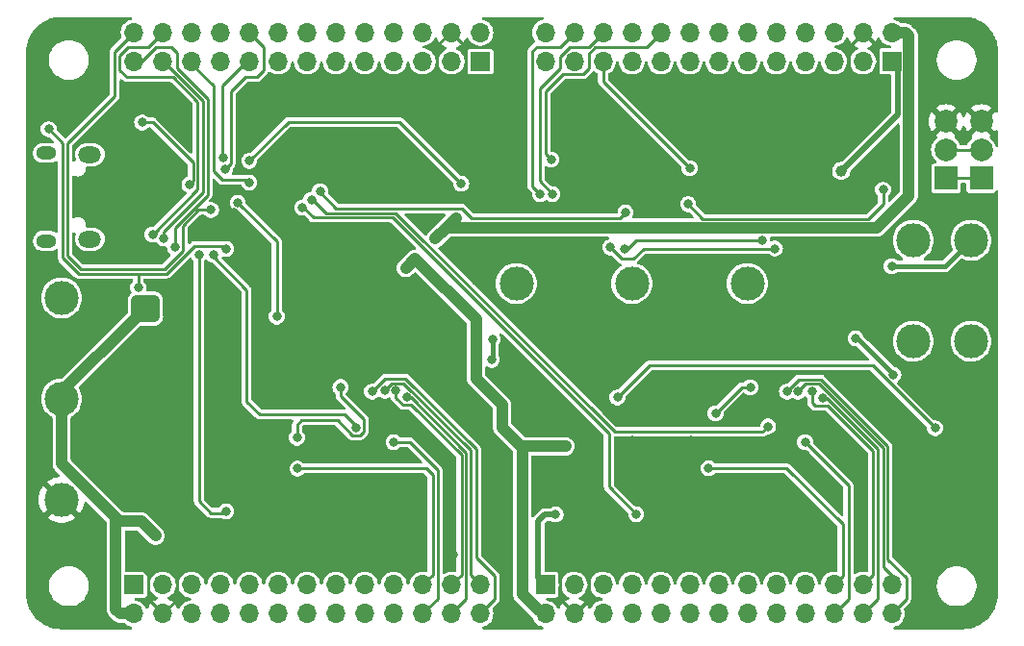
<source format=gbr>
G04 #@! TF.GenerationSoftware,KiCad,Pcbnew,7.0.10*
G04 #@! TF.CreationDate,2024-04-23T17:25:28+09:00*
G04 #@! TF.ProjectId,ramn,72616d6e-2e6b-4696-9361-645f70636258,rev?*
G04 #@! TF.SameCoordinates,Original*
G04 #@! TF.FileFunction,Copper,L2,Bot*
G04 #@! TF.FilePolarity,Positive*
%FSLAX46Y46*%
G04 Gerber Fmt 4.6, Leading zero omitted, Abs format (unit mm)*
G04 Created by KiCad (PCBNEW 7.0.10) date 2024-04-23 17:25:28*
%MOMM*%
%LPD*%
G01*
G04 APERTURE LIST*
G04 #@! TA.AperFunction,ComponentPad*
%ADD10C,3.000000*%
G04 #@! TD*
G04 #@! TA.AperFunction,ComponentPad*
%ADD11R,1.700000X1.700000*%
G04 #@! TD*
G04 #@! TA.AperFunction,ComponentPad*
%ADD12O,1.700000X1.700000*%
G04 #@! TD*
G04 #@! TA.AperFunction,ComponentPad*
%ADD13O,1.800000X1.150000*%
G04 #@! TD*
G04 #@! TA.AperFunction,ComponentPad*
%ADD14O,2.000000X1.450000*%
G04 #@! TD*
G04 #@! TA.AperFunction,ComponentPad*
%ADD15R,2.000000X2.000000*%
G04 #@! TD*
G04 #@! TA.AperFunction,ComponentPad*
%ADD16C,2.000000*%
G04 #@! TD*
G04 #@! TA.AperFunction,ViaPad*
%ADD17C,0.800000*%
G04 #@! TD*
G04 #@! TA.AperFunction,ViaPad*
%ADD18C,1.000000*%
G04 #@! TD*
G04 #@! TA.AperFunction,Conductor*
%ADD19C,0.250000*%
G04 #@! TD*
G04 #@! TA.AperFunction,Conductor*
%ADD20C,1.000000*%
G04 #@! TD*
G04 #@! TA.AperFunction,Conductor*
%ADD21C,0.500000*%
G04 #@! TD*
G04 #@! TA.AperFunction,Conductor*
%ADD22C,0.450000*%
G04 #@! TD*
G04 APERTURE END LIST*
D10*
X43815000Y-76835000D03*
X93980000Y-66675000D03*
X43815000Y-67945000D03*
D11*
X86360000Y-93218000D03*
D12*
X86360000Y-95758000D03*
X88900000Y-93218000D03*
X88900000Y-95758000D03*
X91440000Y-93218000D03*
X91440000Y-95758000D03*
X93980000Y-93218000D03*
X93980000Y-95758000D03*
X96520000Y-93218000D03*
X96520000Y-95758000D03*
X99060000Y-93218000D03*
X99060000Y-95758000D03*
X101600000Y-93218000D03*
X101600000Y-95758000D03*
X104140000Y-93218000D03*
X104140000Y-95758000D03*
X106680000Y-93218000D03*
X106680000Y-95758000D03*
X109220000Y-93218000D03*
X109220000Y-95758000D03*
X111760000Y-93218000D03*
X111760000Y-95758000D03*
X114300000Y-93218000D03*
X114300000Y-95758000D03*
X116840000Y-93218000D03*
X116840000Y-95758000D03*
D11*
X80645000Y-47117000D03*
D12*
X80645000Y-44577000D03*
X78105000Y-47117000D03*
X78105000Y-44577000D03*
X75565000Y-47117000D03*
X75565000Y-44577000D03*
X73025000Y-47117000D03*
X73025000Y-44577000D03*
X70485000Y-47117000D03*
X70485000Y-44577000D03*
X67945000Y-47117000D03*
X67945000Y-44577000D03*
X65405000Y-47117000D03*
X65405000Y-44577000D03*
X62865000Y-47117000D03*
X62865000Y-44577000D03*
X60325000Y-47117000D03*
X60325000Y-44577000D03*
X57785000Y-47117000D03*
X57785000Y-44577000D03*
X55245000Y-47117000D03*
X55245000Y-44577000D03*
X52705000Y-47117000D03*
X52705000Y-44577000D03*
X50165000Y-47117000D03*
X50165000Y-44577000D03*
D11*
X50165000Y-93218000D03*
D12*
X50165000Y-95758000D03*
X52705000Y-93218000D03*
X52705000Y-95758000D03*
X55245000Y-93218000D03*
X55245000Y-95758000D03*
X57785000Y-93218000D03*
X57785000Y-95758000D03*
X60325000Y-93218000D03*
X60325000Y-95758000D03*
X62865000Y-93218000D03*
X62865000Y-95758000D03*
X65405000Y-93218000D03*
X65405000Y-95758000D03*
X67945000Y-93218000D03*
X67945000Y-95758000D03*
X70485000Y-93218000D03*
X70485000Y-95758000D03*
X73025000Y-93218000D03*
X73025000Y-95758000D03*
X75565000Y-93218000D03*
X75565000Y-95758000D03*
X78105000Y-93218000D03*
X78105000Y-95758000D03*
X80645000Y-93218000D03*
X80645000Y-95758000D03*
D11*
X116840000Y-47117000D03*
D12*
X116840000Y-44577000D03*
X114300000Y-47117000D03*
X114300000Y-44577000D03*
X111760000Y-47117000D03*
X111760000Y-44577000D03*
X109220000Y-47117000D03*
X109220000Y-44577000D03*
X106680000Y-47117000D03*
X106680000Y-44577000D03*
X104140000Y-47117000D03*
X104140000Y-44577000D03*
X101600000Y-47117000D03*
X101600000Y-44577000D03*
X99060000Y-47117000D03*
X99060000Y-44577000D03*
X96520000Y-47117000D03*
X96520000Y-44577000D03*
X93980000Y-47117000D03*
X93980000Y-44577000D03*
X91440000Y-47117000D03*
X91440000Y-44577000D03*
X88900000Y-47117000D03*
X88900000Y-44577000D03*
X86360000Y-47117000D03*
X86360000Y-44577000D03*
D10*
X43815000Y-85725000D03*
D13*
X42500000Y-55180000D03*
D14*
X46300000Y-55330000D03*
X46300000Y-62780000D03*
D13*
X42500000Y-62930000D03*
D10*
X118745000Y-71755000D03*
X123825000Y-62865000D03*
X123825000Y-71755000D03*
X118745000Y-62865000D03*
X104140000Y-66675000D03*
X83820000Y-66675000D03*
D15*
X121614000Y-57404000D03*
X124714000Y-57404000D03*
D16*
X121614000Y-54904000D03*
X124714000Y-54904000D03*
X121614000Y-52404000D03*
X124714000Y-52404000D03*
D17*
X116840000Y-66675000D03*
X50419000Y-62103000D03*
X50165000Y-56515000D03*
X76708000Y-50038000D03*
X114300000Y-82296000D03*
X115887500Y-49657000D03*
X113665000Y-49657000D03*
X65532000Y-57658000D03*
X97790000Y-53848000D03*
X100584000Y-59690000D03*
X106680000Y-66040000D03*
X88265000Y-78740000D03*
X76962000Y-53340000D03*
X112776000Y-80518000D03*
X58039000Y-73533000D03*
X80772000Y-79502000D03*
X102616000Y-86106000D03*
X117053999Y-78780001D03*
X82677000Y-90551000D03*
X92075000Y-64770000D03*
X73700000Y-88265000D03*
X121031000Y-74422000D03*
X48260000Y-73660000D03*
X75184000Y-85598000D03*
X48260000Y-62865000D03*
X48260000Y-69215000D03*
X89408000Y-50596800D03*
X90170000Y-56642000D03*
X48260000Y-76200000D03*
X121031000Y-83439000D03*
X45593000Y-81280000D03*
X91694000Y-60071000D03*
X59309000Y-64897000D03*
X94996000Y-57658000D03*
X109220000Y-81788000D03*
X90170000Y-58674000D03*
X74726800Y-67310000D03*
X46990000Y-83820000D03*
X71882000Y-80264000D03*
X110998000Y-49657000D03*
X48260000Y-64135000D03*
X69342000Y-84328000D03*
X66294000Y-86614000D03*
X87731600Y-52628800D03*
X67945000Y-81915000D03*
X85725000Y-69215000D03*
X120142000Y-89408000D03*
X111760000Y-66040000D03*
X91567000Y-55245000D03*
X95250000Y-55245000D03*
X118745000Y-78740000D03*
X76327000Y-60960000D03*
X105500000Y-91300000D03*
X61468000Y-66167000D03*
X50165000Y-55245000D03*
X49530000Y-50165000D03*
X92837000Y-55245000D03*
X69200000Y-91300000D03*
X85953600Y-84328000D03*
X85725000Y-64770000D03*
X94996000Y-58674000D03*
X91440000Y-74930000D03*
X88519000Y-90551000D03*
X104140000Y-84328000D03*
X70612000Y-84328000D03*
X50419000Y-89662000D03*
X67818000Y-80772000D03*
X105410000Y-84328000D03*
X92456000Y-59309000D03*
X73660000Y-57150000D03*
X92075000Y-69215000D03*
X79502000Y-50038000D03*
X101600000Y-67310000D03*
X48260000Y-67310000D03*
X66802000Y-53340000D03*
X106045000Y-80391000D03*
X48260000Y-78740000D03*
X99187000Y-80518000D03*
X48260000Y-61595000D03*
X99060000Y-69215000D03*
X45593000Y-78740000D03*
X52451000Y-87503000D03*
X48260000Y-81280000D03*
X48260000Y-55245000D03*
X108077000Y-81788000D03*
X101727000Y-54229000D03*
X106680000Y-84328000D03*
X94107000Y-55245000D03*
X62738000Y-80264000D03*
X111760000Y-85598000D03*
X101854000Y-87376000D03*
X74726800Y-69215000D03*
X114427000Y-57150000D03*
X78232000Y-90551000D03*
X111760000Y-67310000D03*
X73914000Y-50038000D03*
X52959000Y-67056000D03*
X64516000Y-88646000D03*
X105918000Y-54610000D03*
X57531000Y-58293000D03*
X80772000Y-78359000D03*
X104140000Y-81280000D03*
X104902000Y-82042000D03*
X71628000Y-62738000D03*
X57658000Y-80518000D03*
X48260000Y-56515000D03*
X116840000Y-69596000D03*
X93980000Y-80518000D03*
X109220000Y-82804000D03*
X65532000Y-87630000D03*
X80010000Y-64770000D03*
X81915000Y-50038000D03*
X54000000Y-50350000D03*
X71882000Y-81534000D03*
X78105000Y-50038000D03*
X64008000Y-63754000D03*
X76962000Y-81280000D03*
X100838000Y-88392000D03*
X113538000Y-74930000D03*
X58928000Y-60452000D03*
X105918000Y-53340000D03*
X96520000Y-75692000D03*
D18*
X74083999Y-65320999D03*
X52070000Y-88900000D03*
X84328000Y-85852000D03*
X51943000Y-69596000D03*
D17*
X120650000Y-79415000D03*
D18*
X76687499Y-62717499D03*
X50419000Y-68199000D03*
X88138000Y-81026000D03*
X50419000Y-69584990D03*
X84328000Y-88137998D03*
X50800000Y-87630000D03*
X111548999Y-61764999D03*
X74909499Y-64495499D03*
X51943000Y-68199000D03*
X82563010Y-79375000D03*
X77639999Y-61764999D03*
D17*
X92710000Y-76707994D03*
D18*
X78485984Y-60919014D03*
D17*
X60325000Y-57785000D03*
X53772466Y-63507337D03*
X51816000Y-62357000D03*
X55062698Y-57967302D03*
X50900000Y-52500000D03*
X52791998Y-62697998D03*
X56968874Y-60207386D03*
X42671996Y-53086000D03*
X58293000Y-63627000D03*
X50546000Y-67056000D03*
X59309000Y-59563008D03*
X62738000Y-69596000D03*
X58166000Y-56642000D03*
X57998990Y-55560020D03*
X94361000Y-86995000D03*
X65004123Y-59984010D03*
X78969994Y-57895000D03*
X60325000Y-55880000D03*
X55880000Y-64135000D03*
X58293000Y-86741002D03*
X64566750Y-82981750D03*
X87277000Y-87023000D03*
X100741695Y-82961695D03*
D18*
X112395000Y-56769004D03*
D17*
X99060000Y-56515000D03*
X116839999Y-65150999D03*
X73025000Y-80645000D03*
X73205686Y-76128479D03*
X74168000Y-76708008D03*
X72235000Y-76113010D03*
X71120000Y-76200000D03*
X109220000Y-80645000D03*
X109855000Y-76200000D03*
X110744000Y-76794990D03*
X108585000Y-76200000D03*
X107634997Y-76200000D03*
X86869991Y-55761346D03*
X86995000Y-58801000D03*
X85920035Y-58801000D03*
X81661006Y-73406000D03*
X81724500Y-71564500D03*
X113665000Y-71500999D03*
X116979806Y-74719501D03*
X68351198Y-75803291D03*
X64516000Y-80264000D03*
X101346000Y-78105000D03*
X104394000Y-75819000D03*
X98933000Y-59690000D03*
X116078000Y-58420000D03*
X93324121Y-63635020D03*
X105410000Y-62894315D03*
X106572537Y-63607463D03*
X92075000Y-63500000D03*
X105972762Y-79273684D03*
X65786002Y-59309000D03*
X66548000Y-58547000D03*
X93416155Y-60427297D03*
X57158440Y-64134967D03*
X69735001Y-79362997D03*
D19*
X82423000Y-46164500D02*
X82423000Y-48387000D01*
X76835000Y-48577500D02*
X77152500Y-48895000D01*
X82105500Y-45847000D02*
X82423000Y-46164500D01*
X77978000Y-44577000D02*
X76835000Y-45720000D01*
X113030000Y-45847000D02*
X113030000Y-47752000D01*
X52705000Y-95758000D02*
X51435000Y-94488000D01*
X113982500Y-48895000D02*
X114300000Y-48895000D01*
X53848000Y-94615000D02*
X53975000Y-94615000D01*
X114300000Y-44577000D02*
X114173000Y-44577000D01*
X52705000Y-95758000D02*
X53848000Y-94615000D01*
X53149500Y-91313000D02*
X50419000Y-91313000D01*
X88646000Y-90805000D02*
X87630000Y-91821000D01*
X87630000Y-94488000D02*
X88900000Y-95758000D01*
X49734998Y-50369998D02*
X49530000Y-50165000D01*
X88900000Y-95758000D02*
X89027000Y-95758000D01*
X114300000Y-44577000D02*
X113030000Y-45847000D01*
X115570000Y-45847000D02*
X114300000Y-44577000D01*
X114427000Y-44577000D02*
X115570000Y-45720000D01*
X51562000Y-94615000D02*
X51435000Y-94615000D01*
X87630000Y-91821000D02*
X87630000Y-94488000D01*
X53975000Y-94615000D02*
X53975000Y-92138500D01*
X90170000Y-91821000D02*
X89408000Y-91059000D01*
X77152500Y-48895000D02*
X78105000Y-48895000D01*
X78105000Y-44577000D02*
X77978000Y-44577000D01*
X108725001Y-57925001D02*
X113651999Y-57925001D01*
X51435000Y-92329000D02*
X50419000Y-91313000D01*
X113030000Y-47942500D02*
X113982500Y-48895000D01*
X79375000Y-45847000D02*
X79375000Y-48895000D01*
X53975000Y-92138500D02*
X53149500Y-91313000D01*
X106680000Y-55880000D02*
X108725001Y-57925001D01*
X113651999Y-57925001D02*
X114427000Y-57150000D01*
X76835000Y-45720000D02*
X76835000Y-48577500D01*
X115570000Y-48895000D02*
X115570000Y-45847000D01*
X82423000Y-48387000D02*
X81915000Y-48895000D01*
X51435000Y-94488000D02*
X51435000Y-92329000D01*
X79375000Y-45847000D02*
X82105500Y-45847000D01*
X114300000Y-44577000D02*
X114427000Y-44577000D01*
X88900000Y-95758000D02*
X90043000Y-94615000D01*
X78105000Y-44577000D02*
X79375000Y-45847000D01*
X52705000Y-95758000D02*
X51562000Y-94615000D01*
X89027000Y-95758000D02*
X90170000Y-94615000D01*
X90170000Y-94615000D02*
X90170000Y-91821000D01*
D20*
X43815000Y-76835000D02*
X43815000Y-82542998D01*
X52070000Y-88900000D02*
X50800000Y-87630000D01*
X88138000Y-81026000D02*
X84441990Y-81026000D01*
X84328000Y-81139990D02*
X84328000Y-85852000D01*
X48962919Y-95758000D02*
X50165000Y-95758000D01*
X50557010Y-69584990D02*
X51943000Y-68199000D01*
X74909499Y-64495499D02*
X80264000Y-69850000D01*
X80264000Y-75057000D02*
X82563010Y-77356010D01*
D19*
X95503994Y-73914000D02*
X92710000Y-76707994D01*
D20*
X80264000Y-69850000D02*
X80264000Y-75057000D01*
X111548999Y-61764999D02*
X115527001Y-61764999D01*
X115527001Y-61764999D02*
X118340001Y-58951999D01*
D19*
X115149000Y-73914000D02*
X95503994Y-73914000D01*
D20*
X118340001Y-58951999D02*
X118340001Y-44874920D01*
X118340001Y-44874920D02*
X118042081Y-44577000D01*
X48577500Y-95372581D02*
X48962919Y-95758000D01*
X50800000Y-87630000D02*
X48895000Y-87630000D01*
X85776988Y-95504990D02*
X84328000Y-94056002D01*
X50430010Y-69596000D02*
X50419000Y-69584990D01*
X74909499Y-64495499D02*
X74083999Y-65320999D01*
X110447001Y-61764999D02*
X111549011Y-61764999D01*
X43815000Y-82550000D02*
X43815000Y-82542998D01*
X77639999Y-61764999D02*
X76687499Y-62717499D01*
X43815000Y-76200000D02*
X50292000Y-69723000D01*
X43815000Y-82542998D02*
X48577500Y-87305498D01*
X111549011Y-61764999D02*
X111548999Y-61764999D01*
X50419000Y-69584990D02*
X50557010Y-69584990D01*
X84441990Y-81026000D02*
X84328000Y-81139990D01*
X51931990Y-69584990D02*
X51943000Y-69596000D01*
X86360000Y-95504990D02*
X85776988Y-95504990D01*
X84328000Y-88137998D02*
X84328000Y-85852000D01*
X48577500Y-87305498D02*
X48577500Y-95372581D01*
X110447001Y-61764999D02*
X111548999Y-61764999D01*
X50419000Y-69584990D02*
X50419000Y-68199000D01*
X50419000Y-69584990D02*
X51931990Y-69584990D01*
X51943000Y-69596000D02*
X50430010Y-69596000D01*
X82563010Y-79375000D02*
X84328000Y-81139990D01*
X77639999Y-61764999D02*
X78485984Y-60919014D01*
X118042081Y-44577000D02*
X116840000Y-44577000D01*
X51943000Y-69596000D02*
X51943000Y-68199000D01*
X82563010Y-77356010D02*
X82563010Y-79375000D01*
X48895000Y-87630000D02*
X43815000Y-82550000D01*
X77639999Y-61764999D02*
X110447001Y-61764999D01*
X51943000Y-68199000D02*
X50419000Y-68199000D01*
X84328000Y-94056002D02*
X84328000Y-88137998D01*
X43815000Y-76835000D02*
X43815000Y-76200000D01*
D19*
X120650000Y-79415000D02*
X115149000Y-73914000D01*
X60071000Y-57531000D02*
X60325000Y-57785000D01*
X55245000Y-47371000D02*
X57150000Y-49276000D01*
X55245000Y-47117000D02*
X55245000Y-47371000D01*
X57912000Y-57531000D02*
X60071000Y-57531000D01*
X57150000Y-56769000D02*
X57912000Y-57531000D01*
X57150000Y-49276000D02*
X57150000Y-56769000D01*
X52070000Y-45847000D02*
X53467000Y-45847000D01*
X50800000Y-47117000D02*
X52070000Y-45847000D01*
X50165000Y-47117000D02*
X50800000Y-47117000D01*
X53975000Y-46355000D02*
X53975000Y-47763600D01*
X53772466Y-61739834D02*
X53772466Y-63507337D01*
X53975000Y-47763600D02*
X56642000Y-50430600D01*
X53467000Y-45847000D02*
X53975000Y-46355000D01*
X56642000Y-50430600D02*
X56642000Y-58870300D01*
X56642000Y-58870300D02*
X53772466Y-61739834D01*
X49649999Y-45847000D02*
X48895000Y-46601999D01*
X48895000Y-46601999D02*
X48895000Y-47879000D01*
X55753000Y-50673000D02*
X55753000Y-55862300D01*
X49530000Y-48514000D02*
X53594000Y-48514000D01*
X55772011Y-55881311D02*
X55772011Y-58400989D01*
X53594000Y-48514000D02*
X55753000Y-50673000D01*
X55772011Y-58400989D02*
X51816000Y-62357000D01*
X48895000Y-47879000D02*
X49530000Y-48514000D01*
X52705000Y-44577000D02*
X51435000Y-45847000D01*
X55753000Y-55862300D02*
X55772011Y-55881311D01*
X51435000Y-45847000D02*
X49649999Y-45847000D01*
X50900000Y-52500000D02*
X51825000Y-52500000D01*
X55372000Y-56047000D02*
X55372000Y-57658000D01*
X55372000Y-57658000D02*
X55062698Y-57967302D01*
X51825000Y-52500000D02*
X55372000Y-56047000D01*
X52762700Y-47117000D02*
X56241989Y-50596289D01*
X52791998Y-62132313D02*
X52791998Y-62697998D01*
X52705000Y-47117000D02*
X52762700Y-47117000D01*
X56241989Y-50596289D02*
X56241989Y-58682322D01*
X56241989Y-58682322D02*
X52791998Y-62132313D01*
X48494990Y-50184010D02*
X48494990Y-46247010D01*
X44323000Y-54356000D02*
X48494990Y-50184010D01*
X54483000Y-63806315D02*
X52884315Y-65405000D01*
X54483000Y-61595000D02*
X54483000Y-63806315D01*
X45466000Y-65405000D02*
X44323000Y-64262000D01*
X52884315Y-65405000D02*
X45466000Y-65405000D01*
X55870614Y-60207386D02*
X54483000Y-61595000D01*
X56968874Y-60207386D02*
X55870614Y-60207386D01*
X44323000Y-64262000D02*
X44323000Y-54356000D01*
X48494990Y-46247010D02*
X50165000Y-44577000D01*
X55499000Y-63373000D02*
X58292982Y-63373000D01*
X50526989Y-65805011D02*
X45300311Y-65805011D01*
X50546000Y-67056000D02*
X50546000Y-65824022D01*
X58292982Y-63373000D02*
X58420000Y-63500018D01*
X50526989Y-65805011D02*
X53066989Y-65805011D01*
X42603005Y-53154991D02*
X42671996Y-53086000D01*
X53066989Y-65805011D02*
X55499000Y-63373000D01*
X43922989Y-64427689D02*
X43922989Y-54336993D01*
X45300311Y-65805011D02*
X43922989Y-64427689D01*
X43922989Y-54336993D02*
X42671996Y-53086000D01*
X50546000Y-65824022D02*
X50526989Y-65805011D01*
X62738000Y-62992008D02*
X62738000Y-69596000D01*
X59309000Y-59563008D02*
X62738000Y-62992008D01*
X58674000Y-49784000D02*
X59944000Y-48514000D01*
X58674000Y-56134000D02*
X58674000Y-49784000D01*
X60960000Y-48514000D02*
X61595000Y-47879000D01*
X61595000Y-45847000D02*
X60325000Y-44577000D01*
X59944000Y-48514000D02*
X60960000Y-48514000D01*
X61595000Y-47879000D02*
X61595000Y-45847000D01*
X58166000Y-56642000D02*
X58674000Y-56134000D01*
X57912000Y-55473030D02*
X57998990Y-55560020D01*
X60071000Y-47117000D02*
X57912000Y-49276000D01*
X60325000Y-47117000D02*
X60071000Y-47117000D01*
X57912000Y-49276000D02*
X57912000Y-55473030D01*
X72948800Y-60883800D02*
X65963800Y-60883800D01*
X65064010Y-59984010D02*
X65004123Y-59984010D01*
X91948000Y-79883000D02*
X72948800Y-60883800D01*
X91948000Y-84582000D02*
X91948000Y-79883000D01*
X65963800Y-60883800D02*
X65064010Y-59984010D01*
X94361000Y-86995000D02*
X91948000Y-84582000D01*
X63754000Y-52451000D02*
X73525994Y-52451000D01*
X60325000Y-55880000D02*
X63754000Y-52451000D01*
X73525994Y-52451000D02*
X78969994Y-57895000D01*
X58166002Y-86741002D02*
X58293000Y-86741002D01*
X55880000Y-85852000D02*
X55880000Y-64135000D01*
X56913000Y-86885000D02*
X55880000Y-85852000D01*
X58149002Y-86885000D02*
X56913000Y-86885000D01*
X56134000Y-64135000D02*
X55880000Y-64135000D01*
X58293000Y-86741002D02*
X58149002Y-86885000D01*
X76454000Y-83566000D02*
X76454000Y-92329000D01*
X64566750Y-82981750D02*
X75869750Y-82981750D01*
X76454000Y-92329000D02*
X75565000Y-93218000D01*
X75869750Y-82981750D02*
X76454000Y-83566000D01*
X87277000Y-87023000D02*
X87277000Y-87023032D01*
D21*
X85725000Y-92583000D02*
X85725000Y-87630000D01*
X85725000Y-87630000D02*
X86332000Y-87023000D01*
X86360000Y-93218000D02*
X85725000Y-92583000D01*
X86332000Y-87023000D02*
X87277000Y-87023000D01*
D19*
X107599695Y-82961695D02*
X112522000Y-87884000D01*
X100741695Y-82961695D02*
X107599695Y-82961695D01*
X112522000Y-87884000D02*
X112522000Y-92456000D01*
X112522000Y-92456000D02*
X111760000Y-93218000D01*
D21*
X117348000Y-51816004D02*
X112395000Y-56769004D01*
X117348000Y-47625000D02*
X117348000Y-51816004D01*
X116840000Y-47117000D02*
X117348000Y-47625000D01*
D19*
X91440000Y-48895000D02*
X99060000Y-56515000D01*
X91440000Y-47117000D02*
X91440000Y-48895000D01*
D22*
X121539001Y-65150999D02*
X116839999Y-65150999D01*
D19*
X124714000Y-54904000D02*
X121614000Y-54904000D01*
D22*
X123825000Y-62865000D02*
X121539001Y-65150999D01*
D19*
X121614000Y-57404000D02*
X124714000Y-57404000D01*
X74422000Y-80645000D02*
X73025000Y-80645000D01*
X75565000Y-95758000D02*
X76880013Y-94442987D01*
X76880013Y-83103013D02*
X74422000Y-80645000D01*
X76880013Y-94442987D02*
X76880013Y-83103013D01*
X78994000Y-81788000D02*
X74589009Y-77383009D01*
X73205686Y-76744696D02*
X73205686Y-76128479D01*
X74589009Y-77383009D02*
X73843999Y-77383009D01*
X73843999Y-77383009D02*
X73205686Y-76744696D01*
X78994000Y-92329000D02*
X78994000Y-81788000D01*
X78105000Y-93218000D02*
X78994000Y-92329000D01*
X79394011Y-81553015D02*
X74549004Y-76708008D01*
X74549004Y-76708008D02*
X74168000Y-76708008D01*
X79394011Y-94468989D02*
X79394011Y-81553015D01*
X78105000Y-95758000D02*
X79394011Y-94468989D01*
X79795001Y-81335997D02*
X73912481Y-75453477D01*
X72894533Y-75453477D02*
X72235000Y-76113010D01*
X79795001Y-92368001D02*
X79795001Y-81335997D01*
X80645000Y-93218000D02*
X79795001Y-92368001D01*
X73912481Y-75453477D02*
X72894533Y-75453477D01*
X80645000Y-95758000D02*
X81915000Y-94488000D01*
X80264000Y-81239296D02*
X74078170Y-75053466D01*
X81915000Y-92456000D02*
X80264000Y-90805000D01*
X72266534Y-75053466D02*
X71120000Y-76200000D01*
X81915000Y-94488000D02*
X81915000Y-92456000D01*
X80264000Y-90805000D02*
X80264000Y-81239296D01*
X74078170Y-75053466D02*
X72266534Y-75053466D01*
X109220000Y-80645000D02*
X113030000Y-84455000D01*
X113030000Y-84455000D02*
X113030000Y-94488000D01*
X113030000Y-94488000D02*
X111760000Y-95758000D01*
X109855000Y-77216000D02*
X109855000Y-76200000D01*
X114300000Y-93218000D02*
X114427000Y-93218000D01*
X114300000Y-93218000D02*
X115189000Y-92329000D01*
X115189000Y-81412394D02*
X111246606Y-77470000D01*
X110109000Y-77470000D02*
X109855000Y-77216000D01*
X111246606Y-77470000D02*
X110109000Y-77470000D01*
X115189000Y-81412394D02*
X115189000Y-92329000D01*
X115589011Y-81246707D02*
X111137294Y-76794990D01*
X114300000Y-95758000D02*
X115589011Y-94468989D01*
X115589011Y-94468989D02*
X115589011Y-81246707D01*
X111137294Y-76794990D02*
X110744000Y-76794990D01*
X109260001Y-75524999D02*
X110433001Y-75524999D01*
X116840000Y-92456000D02*
X116840000Y-93218000D01*
X108585000Y-76200000D02*
X109260001Y-75524999D01*
X110433001Y-75524999D02*
X116078000Y-81169998D01*
X116078000Y-91694000D02*
X116840000Y-92456000D01*
X116078000Y-81169998D02*
X116078000Y-91694000D01*
X118110000Y-94488000D02*
X116840000Y-95758000D01*
X116478010Y-90951010D02*
X118110000Y-92583000D01*
X107634997Y-76134003D02*
X108644011Y-75124989D01*
X118110000Y-92583000D02*
X118110000Y-94488000D01*
X107634997Y-76200000D02*
X107634997Y-76134003D01*
X116478010Y-81004309D02*
X116478010Y-90951010D01*
X108644011Y-75124989D02*
X110598691Y-75124989D01*
X110598691Y-75124989D02*
X116478010Y-81004309D01*
X86360000Y-49784000D02*
X87884000Y-48260000D01*
X90170000Y-47752000D02*
X90170000Y-46418500D01*
X90741500Y-45847000D02*
X95250000Y-45847000D01*
X95250000Y-45847000D02*
X96520000Y-44577000D01*
X89662000Y-48260000D02*
X90170000Y-47752000D01*
X86360000Y-55251355D02*
X86360000Y-49784000D01*
X90170000Y-46418500D02*
X90741500Y-45847000D01*
X86869991Y-55761346D02*
X86360000Y-55251355D01*
X87884000Y-48260000D02*
X89662000Y-48260000D01*
X91440000Y-44577000D02*
X90170000Y-45847000D01*
X87630000Y-46721998D02*
X87630000Y-47759001D01*
X87630000Y-47759001D02*
X85852000Y-49537001D01*
X85852000Y-57658000D02*
X86995000Y-58801000D01*
X88504998Y-45847000D02*
X87630000Y-46721998D01*
X90170000Y-45847000D02*
X88504998Y-45847000D01*
X85852000Y-49537001D02*
X85852000Y-57658000D01*
X85234999Y-46210001D02*
X85234999Y-58115964D01*
X87630000Y-45847000D02*
X85598000Y-45847000D01*
X85234999Y-58115964D02*
X85920035Y-58801000D01*
X88900000Y-44577000D02*
X87630000Y-45847000D01*
X85598000Y-45847000D02*
X85234999Y-46210001D01*
D22*
X81724500Y-71564500D02*
X81724500Y-73342506D01*
X116979806Y-74688806D02*
X113791999Y-71500999D01*
X113791999Y-71500999D02*
X113665000Y-71500999D01*
X81724500Y-73342506D02*
X81661006Y-73406000D01*
X116979806Y-74719501D02*
X116979806Y-74688806D01*
D19*
X70059002Y-80037998D02*
X70410002Y-79686998D01*
X70410002Y-79686998D02*
X70410002Y-78665002D01*
X68351198Y-75803291D02*
X68351198Y-75887245D01*
X69369998Y-80037998D02*
X70059002Y-80037998D01*
X68351198Y-76606198D02*
X68351198Y-75803291D01*
X68072000Y-78740000D02*
X69369998Y-80037998D01*
X64516000Y-80264000D02*
X64516000Y-79121000D01*
X64516000Y-79121000D02*
X64897000Y-78740000D01*
X64897000Y-78740000D02*
X68072000Y-78740000D01*
X70410002Y-78665002D02*
X68351198Y-76606198D01*
X103378000Y-76073000D02*
X101346000Y-78105000D01*
X104394000Y-75819000D02*
X103632000Y-75819000D01*
X101600000Y-78105000D02*
X101346000Y-78105000D01*
X101346000Y-77978000D02*
X101346000Y-78105000D01*
X103632000Y-75819000D02*
X103378000Y-76073000D01*
X100232989Y-60989989D02*
X100935011Y-60989989D01*
X100935011Y-60989989D02*
X114778011Y-60989989D01*
X116078000Y-59690000D02*
X116078000Y-58420000D01*
X114778011Y-60989989D02*
X116078000Y-59690000D01*
X98933000Y-59690000D02*
X100232989Y-60989989D01*
X94350685Y-62894315D02*
X93609980Y-63635020D01*
X105410000Y-62894315D02*
X94350685Y-62894315D01*
X93609980Y-63635020D02*
X93324121Y-63635020D01*
X93091000Y-64516000D02*
X92075000Y-63500000D01*
X106572537Y-63607463D02*
X95015537Y-63607463D01*
X94107000Y-64516000D02*
X93091000Y-64516000D01*
X95015537Y-63607463D02*
X94107000Y-64516000D01*
X105972762Y-79273684D02*
X105490446Y-79756000D01*
X105490446Y-79756000D02*
X92456000Y-79756000D01*
X65913000Y-59309000D02*
X65786002Y-59309000D01*
X67075011Y-60471011D02*
X65913000Y-59309000D01*
X92456000Y-79756000D02*
X73171011Y-60471011D01*
X73171011Y-60471011D02*
X67075011Y-60471011D01*
X92883452Y-60960000D02*
X79887004Y-60960000D01*
X67945000Y-60071000D02*
X66548000Y-58674000D01*
X79887004Y-60960000D02*
X78998004Y-60071000D01*
X66548000Y-58674000D02*
X66548000Y-58547000D01*
X93416155Y-60427297D02*
X92883452Y-60960000D01*
X78998004Y-60071000D02*
X67945000Y-60071000D01*
X57158440Y-64329703D02*
X60090011Y-67261274D01*
X68707000Y-78232000D02*
X69735001Y-79260001D01*
X60090011Y-77108011D02*
X61214000Y-78232000D01*
X61214000Y-78232000D02*
X68707000Y-78232000D01*
X60090011Y-67261274D02*
X60090011Y-77108011D01*
X69735001Y-79260001D02*
X69735001Y-79362997D01*
X57158440Y-64134967D02*
X57158440Y-64329703D01*
G04 #@! TA.AperFunction,Conductor*
G36*
X49949001Y-43225502D02*
G01*
X49995494Y-43279158D01*
X50005598Y-43349432D01*
X49976104Y-43414012D01*
X49916378Y-43452396D01*
X49904042Y-43455352D01*
X49871919Y-43461357D01*
X49848800Y-43465679D01*
X49694754Y-43525356D01*
X49649981Y-43542702D01*
X49649980Y-43542702D01*
X49649979Y-43542703D01*
X49649974Y-43542705D01*
X49468701Y-43654945D01*
X49468699Y-43654946D01*
X49311129Y-43798591D01*
X49256058Y-43871517D01*
X49182634Y-43968745D01*
X49157543Y-44019135D01*
X49087593Y-44159615D01*
X49029244Y-44364688D01*
X49009571Y-44577000D01*
X49029244Y-44789311D01*
X49080237Y-44968530D01*
X49079641Y-45039524D01*
X49048143Y-45092107D01*
X48241770Y-45898482D01*
X48241769Y-45898482D01*
X48146463Y-45993787D01*
X48146459Y-45993792D01*
X48135571Y-46015163D01*
X48125244Y-46032016D01*
X48111140Y-46051429D01*
X48111138Y-46051432D01*
X48103726Y-46074245D01*
X48096162Y-46092508D01*
X48085270Y-46113884D01*
X48081517Y-46137582D01*
X48076904Y-46156796D01*
X48069490Y-46179617D01*
X48069490Y-46179619D01*
X48069490Y-49955572D01*
X48049488Y-50023693D01*
X48032585Y-50044667D01*
X44221593Y-53855659D01*
X44159281Y-53889685D01*
X44088466Y-53884620D01*
X44043403Y-53855659D01*
X43409772Y-53222028D01*
X43375746Y-53159716D01*
X43373786Y-53117743D01*
X43377066Y-53090738D01*
X43377641Y-53086000D01*
X43377001Y-53080732D01*
X43357136Y-52917128D01*
X43296816Y-52758074D01*
X43296814Y-52758070D01*
X43200179Y-52618071D01*
X43200177Y-52618069D01*
X43072853Y-52505270D01*
X43072847Y-52505265D01*
X42922221Y-52426210D01*
X42922217Y-52426208D01*
X42757055Y-52385500D01*
X42757052Y-52385500D01*
X42586940Y-52385500D01*
X42586936Y-52385500D01*
X42421774Y-52426208D01*
X42421770Y-52426210D01*
X42271144Y-52505265D01*
X42271138Y-52505270D01*
X42143814Y-52618069D01*
X42143812Y-52618071D01*
X42047177Y-52758070D01*
X42047175Y-52758074D01*
X41986855Y-52917128D01*
X41966351Y-53085997D01*
X41966351Y-53086002D01*
X41986855Y-53254871D01*
X42047175Y-53413925D01*
X42047177Y-53413929D01*
X42143812Y-53553928D01*
X42143814Y-53553930D01*
X42194159Y-53598532D01*
X42271144Y-53666734D01*
X42421771Y-53745790D01*
X42421772Y-53745790D01*
X42421774Y-53745791D01*
X42467889Y-53757157D01*
X42586940Y-53786500D01*
X42586943Y-53786500D01*
X42718558Y-53786500D01*
X42786679Y-53806502D01*
X42807653Y-53823405D01*
X43087945Y-54103697D01*
X43121971Y-54166009D01*
X43116906Y-54236824D01*
X43074359Y-54293660D01*
X43007839Y-54318471D01*
X42971764Y-54315846D01*
X42920223Y-54304501D01*
X42920218Y-54304500D01*
X42920216Y-54304500D01*
X42127535Y-54304500D01*
X42127525Y-54304500D01*
X41985690Y-54319925D01*
X41985678Y-54319928D01*
X41805222Y-54380731D01*
X41805221Y-54380732D01*
X41642044Y-54478912D01*
X41642042Y-54478914D01*
X41503795Y-54609868D01*
X41396925Y-54767488D01*
X41326437Y-54944398D01*
X41295630Y-55132321D01*
X41295630Y-55132322D01*
X41305938Y-55322472D01*
X41305940Y-55322480D01*
X41356883Y-55505961D01*
X41356885Y-55505964D01*
X41356886Y-55505967D01*
X41383801Y-55556734D01*
X41446085Y-55674215D01*
X41567544Y-55817208D01*
X41569369Y-55819357D01*
X41720971Y-55934602D01*
X41893803Y-56014562D01*
X41893804Y-56014562D01*
X41893806Y-56014563D01*
X42079778Y-56055499D01*
X42079781Y-56055499D01*
X42079784Y-56055500D01*
X42079786Y-56055500D01*
X42872457Y-56055500D01*
X42872465Y-56055500D01*
X42884045Y-56054240D01*
X43014309Y-56040074D01*
X43014310Y-56040073D01*
X43014316Y-56040073D01*
X43194780Y-55979267D01*
X43306532Y-55912028D01*
X43375211Y-55894048D01*
X43442711Y-55916053D01*
X43487599Y-55971059D01*
X43497489Y-56019993D01*
X43497489Y-62087411D01*
X43477487Y-62155532D01*
X43423831Y-62202025D01*
X43353557Y-62212129D01*
X43295239Y-62187720D01*
X43279031Y-62175399D01*
X43271286Y-62171816D01*
X43193296Y-62135734D01*
X43106193Y-62095436D01*
X42920221Y-62054500D01*
X42920216Y-62054500D01*
X42127535Y-62054500D01*
X42127525Y-62054500D01*
X41985690Y-62069925D01*
X41985678Y-62069928D01*
X41805222Y-62130731D01*
X41805221Y-62130732D01*
X41642044Y-62228912D01*
X41642042Y-62228914D01*
X41503795Y-62359868D01*
X41396925Y-62517488D01*
X41326437Y-62694398D01*
X41295630Y-62882321D01*
X41295630Y-62882322D01*
X41305938Y-63072472D01*
X41305940Y-63072480D01*
X41356883Y-63255961D01*
X41356885Y-63255964D01*
X41356886Y-63255967D01*
X41369380Y-63279533D01*
X41446085Y-63424215D01*
X41517195Y-63507932D01*
X41569369Y-63569357D01*
X41720971Y-63684602D01*
X41893803Y-63764562D01*
X41893804Y-63764562D01*
X41893806Y-63764563D01*
X42079778Y-63805499D01*
X42079781Y-63805499D01*
X42079784Y-63805500D01*
X42079786Y-63805500D01*
X42872457Y-63805500D01*
X42872465Y-63805500D01*
X42884045Y-63804240D01*
X43014309Y-63790074D01*
X43014310Y-63790073D01*
X43014316Y-63790073D01*
X43194780Y-63729267D01*
X43306532Y-63662028D01*
X43375211Y-63644048D01*
X43442711Y-63666053D01*
X43487599Y-63721059D01*
X43497489Y-63769993D01*
X43497489Y-64495082D01*
X43504901Y-64517894D01*
X43509517Y-64537120D01*
X43513269Y-64560814D01*
X43524159Y-64582185D01*
X43531726Y-64600453D01*
X43539139Y-64623269D01*
X43553238Y-64642674D01*
X43563568Y-64659532D01*
X43574459Y-64680907D01*
X43574460Y-64680908D01*
X43574461Y-64680909D01*
X43598435Y-64704883D01*
X44951783Y-66058231D01*
X45047091Y-66153539D01*
X45068469Y-66164432D01*
X45085319Y-66174757D01*
X45104730Y-66188860D01*
X45127542Y-66196271D01*
X45145809Y-66203838D01*
X45167185Y-66214730D01*
X45190883Y-66218482D01*
X45210103Y-66223097D01*
X45232918Y-66230511D01*
X45266823Y-66230511D01*
X49994500Y-66230511D01*
X50062621Y-66250513D01*
X50109114Y-66304169D01*
X50120500Y-66356511D01*
X50120500Y-66440394D01*
X50100498Y-66508515D01*
X50078054Y-66534706D01*
X50017815Y-66588072D01*
X49921181Y-66728070D01*
X49921179Y-66728074D01*
X49860859Y-66887128D01*
X49840355Y-67055997D01*
X49840355Y-67056002D01*
X49860859Y-67224871D01*
X49921183Y-67383933D01*
X49935368Y-67404483D01*
X49957604Y-67471907D01*
X49939856Y-67540650D01*
X49920768Y-67565153D01*
X49789181Y-67696740D01*
X49693212Y-67849474D01*
X49693211Y-67849477D01*
X49633633Y-68019742D01*
X49633632Y-68019745D01*
X49619298Y-68146968D01*
X49613435Y-68199000D01*
X49617708Y-68236924D01*
X49618500Y-68251031D01*
X49618500Y-69212232D01*
X49598498Y-69280353D01*
X49581595Y-69301327D01*
X43885327Y-74997595D01*
X43823015Y-75031621D01*
X43796232Y-75034500D01*
X43680071Y-75034500D01*
X43413228Y-75074720D01*
X43413226Y-75074720D01*
X43413217Y-75074722D01*
X43155367Y-75154258D01*
X43155355Y-75154263D01*
X42912223Y-75271350D01*
X42912216Y-75271354D01*
X42689265Y-75423360D01*
X42689260Y-75423364D01*
X42491439Y-75606914D01*
X42323182Y-75817901D01*
X42188258Y-76051597D01*
X42188255Y-76051605D01*
X42089665Y-76302806D01*
X42029617Y-76565893D01*
X42009451Y-76835000D01*
X42029617Y-77104106D01*
X42089665Y-77367193D01*
X42188255Y-77618394D01*
X42188258Y-77618402D01*
X42323182Y-77852098D01*
X42323184Y-77852101D01*
X42323185Y-77852102D01*
X42491439Y-78063085D01*
X42689259Y-78246635D01*
X42791694Y-78316474D01*
X42912223Y-78398649D01*
X42912234Y-78398656D01*
X42943166Y-78413551D01*
X42995864Y-78461127D01*
X43014500Y-78527074D01*
X43014500Y-82452804D01*
X43014500Y-82459806D01*
X43014500Y-82640194D01*
X43022993Y-82677409D01*
X43025356Y-82691313D01*
X43029632Y-82729255D01*
X43029632Y-82729257D01*
X43029633Y-82729259D01*
X43042234Y-82765273D01*
X43046144Y-82778844D01*
X43054638Y-82816056D01*
X43054642Y-82816065D01*
X43071199Y-82850448D01*
X43076604Y-82863498D01*
X43089209Y-82899518D01*
X43089210Y-82899522D01*
X43109517Y-82931840D01*
X43116351Y-82944205D01*
X43128719Y-82969887D01*
X43132909Y-82978586D01*
X43132911Y-82978590D01*
X43156705Y-83008427D01*
X43164880Y-83019949D01*
X43185184Y-83052262D01*
X43217174Y-83084252D01*
X43649725Y-83516803D01*
X43683751Y-83579115D01*
X43678686Y-83649930D01*
X43636139Y-83706766D01*
X43577788Y-83730724D01*
X43405508Y-83754404D01*
X43140989Y-83828519D01*
X42889030Y-83937961D01*
X42654325Y-84080687D01*
X42585715Y-84136505D01*
X42585714Y-84136505D01*
X43493201Y-85043991D01*
X43476109Y-85050213D01*
X43329627Y-85146555D01*
X43209312Y-85274082D01*
X43134482Y-85403691D01*
X42225541Y-84494750D01*
X42095317Y-84679236D01*
X41968938Y-84923134D01*
X41876944Y-85181980D01*
X41876942Y-85181988D01*
X41821053Y-85450945D01*
X41821052Y-85450951D01*
X41802308Y-85724995D01*
X41802308Y-85725004D01*
X41821052Y-85999048D01*
X41821053Y-85999054D01*
X41876942Y-86268011D01*
X41876944Y-86268019D01*
X41968938Y-86526865D01*
X42095314Y-86770756D01*
X42095316Y-86770759D01*
X42225541Y-86955248D01*
X43136099Y-86044690D01*
X43161059Y-86102553D01*
X43265756Y-86243185D01*
X43400062Y-86355882D01*
X43495430Y-86403777D01*
X42585715Y-87313492D01*
X42585715Y-87313494D01*
X42654313Y-87369304D01*
X42654318Y-87369307D01*
X42889030Y-87512038D01*
X43140989Y-87621480D01*
X43405509Y-87695595D01*
X43677635Y-87732999D01*
X43677649Y-87733000D01*
X43952351Y-87733000D01*
X43952364Y-87732999D01*
X44224490Y-87695595D01*
X44489010Y-87621480D01*
X44740969Y-87512038D01*
X44975679Y-87369309D01*
X45044283Y-87313493D01*
X45044283Y-87313492D01*
X44136798Y-86406007D01*
X44153891Y-86399787D01*
X44300373Y-86303445D01*
X44420688Y-86175918D01*
X44495517Y-86046307D01*
X45404457Y-86955247D01*
X45534682Y-86770762D01*
X45534685Y-86770756D01*
X45661061Y-86526865D01*
X45753055Y-86268019D01*
X45753057Y-86268011D01*
X45808946Y-85999054D01*
X45808947Y-85999047D01*
X45810722Y-85973101D01*
X45835324Y-85906503D01*
X45892026Y-85863779D01*
X45962826Y-85858492D01*
X46025244Y-85892322D01*
X47740095Y-87607173D01*
X47774121Y-87669485D01*
X47777000Y-87696268D01*
X47777000Y-95282387D01*
X47777000Y-95462775D01*
X47785493Y-95499990D01*
X47787856Y-95513894D01*
X47792132Y-95551836D01*
X47792132Y-95551838D01*
X47792133Y-95551840D01*
X47804734Y-95587854D01*
X47808644Y-95601425D01*
X47817138Y-95638637D01*
X47817139Y-95638640D01*
X47817140Y-95638642D01*
X47819213Y-95642947D01*
X47833699Y-95673029D01*
X47839104Y-95686079D01*
X47851709Y-95722099D01*
X47851710Y-95722103D01*
X47872017Y-95754421D01*
X47878851Y-95766786D01*
X47894827Y-95799960D01*
X47895409Y-95801167D01*
X47895411Y-95801171D01*
X47919205Y-95831008D01*
X47927381Y-95842531D01*
X47940225Y-95862973D01*
X47947684Y-95874843D01*
X47979674Y-95906833D01*
X48333103Y-96260262D01*
X48460657Y-96387816D01*
X48492979Y-96408125D01*
X48504486Y-96416290D01*
X48534333Y-96440092D01*
X48568729Y-96456656D01*
X48581077Y-96463481D01*
X48613397Y-96483789D01*
X48649425Y-96496396D01*
X48662461Y-96501795D01*
X48696858Y-96518360D01*
X48734076Y-96526854D01*
X48747624Y-96530757D01*
X48783664Y-96543368D01*
X48783667Y-96543368D01*
X48783669Y-96543369D01*
X48799846Y-96545191D01*
X48821595Y-96547641D01*
X48835508Y-96550005D01*
X48858897Y-96555344D01*
X48872723Y-96558500D01*
X48872725Y-96558500D01*
X48917965Y-96558500D01*
X49286550Y-96558500D01*
X49354671Y-96578502D01*
X49371436Y-96591385D01*
X49468699Y-96680053D01*
X49468701Y-96680054D01*
X49649974Y-96792294D01*
X49649975Y-96792294D01*
X49649981Y-96792298D01*
X49848802Y-96869321D01*
X49904034Y-96879645D01*
X49967318Y-96911824D01*
X50003160Y-96973109D01*
X50000179Y-97044043D01*
X49959321Y-97102105D01*
X49893559Y-97128860D01*
X49880880Y-97129500D01*
X43818293Y-97129500D01*
X43811699Y-97129327D01*
X43794386Y-97128419D01*
X43492387Y-97112592D01*
X43479271Y-97111214D01*
X43166703Y-97061708D01*
X43153803Y-97058966D01*
X42848124Y-96977059D01*
X42835581Y-96972983D01*
X42540152Y-96859579D01*
X42528103Y-96854215D01*
X42246132Y-96710544D01*
X42234710Y-96703949D01*
X41969302Y-96531591D01*
X41958633Y-96523839D01*
X41712703Y-96324689D01*
X41702902Y-96315864D01*
X41479135Y-96092097D01*
X41470310Y-96082296D01*
X41271160Y-95836366D01*
X41263408Y-95825697D01*
X41091050Y-95560289D01*
X41084455Y-95548867D01*
X41084093Y-95548156D01*
X40940780Y-95266888D01*
X40935424Y-95254856D01*
X40822015Y-94959417D01*
X40817940Y-94946875D01*
X40789750Y-94841671D01*
X40737502Y-94646679D01*
X40736033Y-94641196D01*
X40733291Y-94628296D01*
X40731538Y-94617231D01*
X40683784Y-94315727D01*
X40682407Y-94302611D01*
X40665673Y-93983301D01*
X40665500Y-93976707D01*
X40665500Y-93476182D01*
X42699500Y-93476182D01*
X42721224Y-93620311D01*
X42738604Y-93735619D01*
X42815933Y-93986314D01*
X42815938Y-93986327D01*
X42929773Y-94222706D01*
X42929777Y-94222713D01*
X43064700Y-94420607D01*
X43077567Y-94439479D01*
X43256019Y-94631805D01*
X43461143Y-94795386D01*
X43461146Y-94795388D01*
X43688352Y-94926566D01*
X43688356Y-94926567D01*
X43688357Y-94926568D01*
X43932584Y-95022420D01*
X44188370Y-95080802D01*
X44384506Y-95095500D01*
X44384507Y-95095500D01*
X44515493Y-95095500D01*
X44515494Y-95095500D01*
X44711630Y-95080802D01*
X44967416Y-95022420D01*
X45211643Y-94926568D01*
X45211645Y-94926566D01*
X45211647Y-94926566D01*
X45365905Y-94837505D01*
X45438857Y-94795386D01*
X45643981Y-94631805D01*
X45822433Y-94439479D01*
X45952713Y-94248394D01*
X45970222Y-94222713D01*
X45970222Y-94222711D01*
X45970228Y-94222704D01*
X46084063Y-93986323D01*
X46084995Y-93983301D01*
X46161395Y-93735619D01*
X46161396Y-93735615D01*
X46200500Y-93476182D01*
X46200500Y-93213818D01*
X46161396Y-92954385D01*
X46161395Y-92954383D01*
X46161395Y-92954380D01*
X46084066Y-92703685D01*
X46084061Y-92703672D01*
X46009821Y-92549512D01*
X45970228Y-92467296D01*
X45970226Y-92467293D01*
X45970222Y-92467286D01*
X45822437Y-92250527D01*
X45822433Y-92250521D01*
X45643981Y-92058195D01*
X45438857Y-91894614D01*
X45438852Y-91894611D01*
X45438853Y-91894611D01*
X45211647Y-91763433D01*
X45211639Y-91763430D01*
X44967419Y-91667581D01*
X44967417Y-91667580D01*
X44711633Y-91609198D01*
X44564528Y-91598174D01*
X44515494Y-91594500D01*
X44384506Y-91594500D01*
X44345278Y-91597439D01*
X44188366Y-91609198D01*
X43932582Y-91667580D01*
X43932580Y-91667581D01*
X43688360Y-91763430D01*
X43688352Y-91763433D01*
X43461146Y-91894611D01*
X43256018Y-92058195D01*
X43077566Y-92250522D01*
X43077562Y-92250527D01*
X42929777Y-92467286D01*
X42929773Y-92467293D01*
X42815938Y-92703672D01*
X42815933Y-92703685D01*
X42738604Y-92954380D01*
X42717213Y-93096305D01*
X42699500Y-93213818D01*
X42699500Y-93476182D01*
X40665500Y-93476182D01*
X40665500Y-67945000D01*
X42009451Y-67945000D01*
X42029617Y-68214106D01*
X42089665Y-68477193D01*
X42188255Y-68728394D01*
X42188258Y-68728402D01*
X42323182Y-68962098D01*
X42323184Y-68962101D01*
X42323185Y-68962102D01*
X42491439Y-69173085D01*
X42689259Y-69356635D01*
X42689265Y-69356639D01*
X42912216Y-69508645D01*
X42912223Y-69508649D01*
X42912226Y-69508651D01*
X43155359Y-69625738D01*
X43155362Y-69625738D01*
X43155367Y-69625741D01*
X43413217Y-69705277D01*
X43413219Y-69705277D01*
X43413228Y-69705280D01*
X43680071Y-69745500D01*
X43680075Y-69745500D01*
X43949925Y-69745500D01*
X43949929Y-69745500D01*
X44216772Y-69705280D01*
X44216782Y-69705277D01*
X44474632Y-69625741D01*
X44474634Y-69625739D01*
X44474641Y-69625738D01*
X44474646Y-69625735D01*
X44474650Y-69625734D01*
X44717769Y-69508654D01*
X44717769Y-69508653D01*
X44717775Y-69508651D01*
X44940741Y-69356635D01*
X45138561Y-69173085D01*
X45306815Y-68962102D01*
X45441743Y-68728398D01*
X45540334Y-68477195D01*
X45600383Y-68214103D01*
X45620549Y-67945000D01*
X45600383Y-67675897D01*
X45540334Y-67412805D01*
X45441743Y-67161602D01*
X45441742Y-67161601D01*
X45441741Y-67161597D01*
X45306817Y-66927901D01*
X45294731Y-66912746D01*
X45138561Y-66716915D01*
X44940741Y-66533365D01*
X44804378Y-66440394D01*
X44717777Y-66381350D01*
X44717769Y-66381345D01*
X44474650Y-66264265D01*
X44474632Y-66264258D01*
X44216782Y-66184722D01*
X44216774Y-66184720D01*
X44216772Y-66184720D01*
X43949929Y-66144500D01*
X43680071Y-66144500D01*
X43413228Y-66184720D01*
X43413226Y-66184720D01*
X43413217Y-66184722D01*
X43155367Y-66264258D01*
X43155355Y-66264263D01*
X42912223Y-66381350D01*
X42912216Y-66381354D01*
X42689265Y-66533360D01*
X42689260Y-66533364D01*
X42491439Y-66716914D01*
X42323182Y-66927901D01*
X42188258Y-67161597D01*
X42188255Y-67161605D01*
X42089665Y-67412806D01*
X42029617Y-67675893D01*
X42009451Y-67945000D01*
X40665500Y-67945000D01*
X40665500Y-47121182D01*
X42699500Y-47121182D01*
X42714692Y-47221973D01*
X42738604Y-47380619D01*
X42815933Y-47631314D01*
X42815938Y-47631327D01*
X42929773Y-47867706D01*
X42929777Y-47867713D01*
X43077562Y-48084472D01*
X43077567Y-48084479D01*
X43256019Y-48276805D01*
X43461143Y-48440386D01*
X43461146Y-48440388D01*
X43688352Y-48571566D01*
X43688356Y-48571567D01*
X43688357Y-48571568D01*
X43932584Y-48667420D01*
X44188370Y-48725802D01*
X44384506Y-48740500D01*
X44384507Y-48740500D01*
X44515493Y-48740500D01*
X44515494Y-48740500D01*
X44711630Y-48725802D01*
X44967416Y-48667420D01*
X45211643Y-48571568D01*
X45211645Y-48571566D01*
X45211647Y-48571566D01*
X45372883Y-48478476D01*
X45438857Y-48440386D01*
X45643981Y-48276805D01*
X45822433Y-48084479D01*
X45970228Y-47867704D01*
X46084063Y-47631323D01*
X46161396Y-47380615D01*
X46200500Y-47121182D01*
X46200500Y-46858818D01*
X46161396Y-46599385D01*
X46161395Y-46599383D01*
X46161395Y-46599380D01*
X46084066Y-46348685D01*
X46084061Y-46348672D01*
X46032365Y-46241325D01*
X45970228Y-46112296D01*
X45970226Y-46112293D01*
X45970222Y-46112286D01*
X45822437Y-45895527D01*
X45822433Y-45895521D01*
X45643981Y-45703195D01*
X45438857Y-45539614D01*
X45438852Y-45539611D01*
X45438853Y-45539611D01*
X45211647Y-45408433D01*
X45211639Y-45408430D01*
X44967419Y-45312581D01*
X44967417Y-45312580D01*
X44711633Y-45254198D01*
X44564528Y-45243174D01*
X44515494Y-45239500D01*
X44384506Y-45239500D01*
X44345278Y-45242439D01*
X44188366Y-45254198D01*
X43932582Y-45312580D01*
X43932580Y-45312581D01*
X43688360Y-45408430D01*
X43688352Y-45408433D01*
X43461146Y-45539611D01*
X43256018Y-45703195D01*
X43077566Y-45895522D01*
X43077562Y-45895527D01*
X42929777Y-46112286D01*
X42929773Y-46112293D01*
X42815938Y-46348672D01*
X42815933Y-46348685D01*
X42738604Y-46599380D01*
X42723497Y-46699611D01*
X42699500Y-46858818D01*
X42699500Y-47121182D01*
X40665500Y-47121182D01*
X40665500Y-46358292D01*
X40665673Y-46351698D01*
X40666360Y-46338591D01*
X40682407Y-46032385D01*
X40683785Y-46019271D01*
X40684554Y-46014420D01*
X40733291Y-45706699D01*
X40736033Y-45693803D01*
X40817941Y-45388117D01*
X40822016Y-45375581D01*
X40827827Y-45360443D01*
X40935426Y-45080136D01*
X40940777Y-45068118D01*
X41084463Y-44786117D01*
X41091044Y-44774719D01*
X41263412Y-44509295D01*
X41271152Y-44498643D01*
X41470318Y-44252694D01*
X41479125Y-44242912D01*
X41702912Y-44019125D01*
X41712694Y-44010318D01*
X41958643Y-43811152D01*
X41969295Y-43803412D01*
X42234719Y-43631044D01*
X42246117Y-43624463D01*
X42528118Y-43480777D01*
X42540136Y-43475426D01*
X42835588Y-43362013D01*
X42848117Y-43357941D01*
X43153807Y-43276031D01*
X43166699Y-43273291D01*
X43479274Y-43223784D01*
X43492385Y-43222407D01*
X43811699Y-43205673D01*
X43818293Y-43205500D01*
X43823285Y-43205500D01*
X49880880Y-43205500D01*
X49949001Y-43225502D01*
G37*
G04 #@! TD.AperFunction*
G04 #@! TA.AperFunction,Conductor*
G36*
X86144001Y-43225502D02*
G01*
X86190494Y-43279158D01*
X86200598Y-43349432D01*
X86171104Y-43414012D01*
X86111378Y-43452396D01*
X86099042Y-43455352D01*
X86066919Y-43461357D01*
X86043800Y-43465679D01*
X85889754Y-43525356D01*
X85844981Y-43542702D01*
X85844980Y-43542702D01*
X85844979Y-43542703D01*
X85844974Y-43542705D01*
X85663701Y-43654945D01*
X85663699Y-43654946D01*
X85506129Y-43798591D01*
X85451058Y-43871517D01*
X85377634Y-43968745D01*
X85352543Y-44019135D01*
X85282593Y-44159615D01*
X85224244Y-44364688D01*
X85204571Y-44577000D01*
X85224244Y-44789311D01*
X85282593Y-44994384D01*
X85282594Y-44994386D01*
X85282595Y-44994389D01*
X85377634Y-45185255D01*
X85377635Y-45185256D01*
X85377636Y-45185258D01*
X85445480Y-45275097D01*
X85470570Y-45341512D01*
X85455770Y-45410949D01*
X85410161Y-45456943D01*
X85410438Y-45457325D01*
X85408095Y-45459026D01*
X85405780Y-45461362D01*
X85402452Y-45463126D01*
X85383006Y-45477254D01*
X85366153Y-45487581D01*
X85344782Y-45498469D01*
X85344781Y-45498470D01*
X85332794Y-45510457D01*
X85320806Y-45522446D01*
X84981779Y-45861473D01*
X84955709Y-45887543D01*
X84886470Y-45956781D01*
X84886468Y-45956783D01*
X84875580Y-45978154D01*
X84865253Y-45995007D01*
X84851149Y-46014420D01*
X84851147Y-46014423D01*
X84843735Y-46037236D01*
X84836171Y-46055499D01*
X84825279Y-46076875D01*
X84821526Y-46100573D01*
X84816913Y-46119787D01*
X84809499Y-46142608D01*
X84809499Y-46142610D01*
X84809499Y-58183357D01*
X84816911Y-58206169D01*
X84821527Y-58225395D01*
X84825279Y-58249089D01*
X84836169Y-58270460D01*
X84843736Y-58288728D01*
X84851149Y-58311544D01*
X84865248Y-58330949D01*
X84875578Y-58347807D01*
X84886469Y-58369182D01*
X84886470Y-58369183D01*
X84886471Y-58369184D01*
X84910445Y-58393158D01*
X85182258Y-58664971D01*
X85216284Y-58727283D01*
X85218244Y-58769252D01*
X85214390Y-58800995D01*
X85214390Y-58801002D01*
X85234894Y-58969871D01*
X85295214Y-59128925D01*
X85295216Y-59128929D01*
X85391851Y-59268928D01*
X85391853Y-59268930D01*
X85497984Y-59362954D01*
X85519183Y-59381734D01*
X85669810Y-59460790D01*
X85669811Y-59460790D01*
X85669813Y-59460791D01*
X85826496Y-59499409D01*
X85834979Y-59501500D01*
X85834982Y-59501500D01*
X86005088Y-59501500D01*
X86005091Y-59501500D01*
X86170260Y-59460790D01*
X86320887Y-59381734D01*
X86373965Y-59334710D01*
X86438216Y-59304511D01*
X86508597Y-59313842D01*
X86541069Y-59334710D01*
X86594148Y-59381734D01*
X86744775Y-59460790D01*
X86744776Y-59460790D01*
X86744778Y-59460791D01*
X86901461Y-59499409D01*
X86909944Y-59501500D01*
X86909947Y-59501500D01*
X87080053Y-59501500D01*
X87080056Y-59501500D01*
X87245225Y-59460790D01*
X87395852Y-59381734D01*
X87523183Y-59268929D01*
X87619818Y-59128930D01*
X87627276Y-59109266D01*
X87652379Y-59043073D01*
X87680140Y-58969872D01*
X87690090Y-58887928D01*
X87700645Y-58801002D01*
X87700645Y-58800997D01*
X87680140Y-58632128D01*
X87619820Y-58473074D01*
X87619818Y-58473070D01*
X87523183Y-58333071D01*
X87523181Y-58333069D01*
X87395857Y-58220270D01*
X87395851Y-58220265D01*
X87245225Y-58141210D01*
X87245221Y-58141208D01*
X87080059Y-58100500D01*
X87080056Y-58100500D01*
X86948438Y-58100500D01*
X86880317Y-58080498D01*
X86859342Y-58063595D01*
X86314404Y-57518656D01*
X86280379Y-57456344D01*
X86277500Y-57429561D01*
X86277500Y-56449873D01*
X86297502Y-56381752D01*
X86351158Y-56335259D01*
X86421432Y-56325155D01*
X86461214Y-56340780D01*
X86462391Y-56338538D01*
X86469138Y-56342079D01*
X86469139Y-56342080D01*
X86619766Y-56421136D01*
X86619767Y-56421136D01*
X86619769Y-56421137D01*
X86736358Y-56449873D01*
X86784935Y-56461846D01*
X86784938Y-56461846D01*
X86955044Y-56461846D01*
X86955047Y-56461846D01*
X87120216Y-56421136D01*
X87270843Y-56342080D01*
X87398174Y-56229275D01*
X87494809Y-56089276D01*
X87555131Y-55930218D01*
X87575636Y-55761346D01*
X87574044Y-55748238D01*
X87555131Y-55592474D01*
X87494811Y-55433420D01*
X87494809Y-55433416D01*
X87398174Y-55293417D01*
X87398172Y-55293415D01*
X87270848Y-55180616D01*
X87270842Y-55180611D01*
X87120216Y-55101556D01*
X87120212Y-55101554D01*
X86955050Y-55060846D01*
X86955047Y-55060846D01*
X86911500Y-55060846D01*
X86843379Y-55040844D01*
X86796886Y-54987188D01*
X86785500Y-54934846D01*
X86785500Y-50012438D01*
X86805502Y-49944317D01*
X86822405Y-49923343D01*
X88023343Y-48722405D01*
X88085655Y-48688379D01*
X88112438Y-48685500D01*
X89729394Y-48685500D01*
X89752202Y-48678088D01*
X89771428Y-48673471D01*
X89795126Y-48669719D01*
X89816500Y-48658827D01*
X89834773Y-48651259D01*
X89857579Y-48643850D01*
X89857579Y-48643849D01*
X89857581Y-48643849D01*
X89876981Y-48629752D01*
X89893848Y-48619417D01*
X89901775Y-48615377D01*
X89915220Y-48608528D01*
X90010528Y-48513220D01*
X90494553Y-48029195D01*
X90518528Y-48005220D01*
X90523139Y-48000609D01*
X90585451Y-47966583D01*
X90656266Y-47971648D01*
X90697117Y-47996587D01*
X90743698Y-48039052D01*
X90743700Y-48039053D01*
X90743701Y-48039054D01*
X90924974Y-48151294D01*
X90924975Y-48151294D01*
X90924981Y-48151298D01*
X90934015Y-48154797D01*
X90990309Y-48198054D01*
X91014282Y-48264880D01*
X91014500Y-48272289D01*
X91014500Y-48962393D01*
X91021912Y-48985205D01*
X91026528Y-49004431D01*
X91030280Y-49028125D01*
X91041170Y-49049496D01*
X91048737Y-49067764D01*
X91056150Y-49090580D01*
X91070249Y-49109985D01*
X91080579Y-49126843D01*
X91091470Y-49148218D01*
X91091471Y-49148219D01*
X91091472Y-49148220D01*
X91115446Y-49172194D01*
X98322223Y-56378971D01*
X98356249Y-56441283D01*
X98358209Y-56483252D01*
X98354355Y-56514995D01*
X98354355Y-56515002D01*
X98374859Y-56683871D01*
X98435179Y-56842925D01*
X98435181Y-56842929D01*
X98531816Y-56982928D01*
X98531818Y-56982930D01*
X98644980Y-57083183D01*
X98659148Y-57095734D01*
X98809775Y-57174790D01*
X98809776Y-57174790D01*
X98809778Y-57174791D01*
X98966461Y-57213409D01*
X98974944Y-57215500D01*
X98974947Y-57215500D01*
X99145053Y-57215500D01*
X99145056Y-57215500D01*
X99310225Y-57174790D01*
X99460852Y-57095734D01*
X99588183Y-56982929D01*
X99684818Y-56842930D01*
X99745140Y-56683872D01*
X99765645Y-56515000D01*
X99765644Y-56514995D01*
X99745140Y-56346128D01*
X99684820Y-56187074D01*
X99684818Y-56187070D01*
X99588183Y-56047071D01*
X99588181Y-56047069D01*
X99460857Y-55934270D01*
X99460851Y-55934265D01*
X99310225Y-55855210D01*
X99310221Y-55855208D01*
X99145059Y-55814500D01*
X99145056Y-55814500D01*
X99013438Y-55814500D01*
X98945317Y-55794498D01*
X98924343Y-55777595D01*
X91902405Y-48755657D01*
X91868379Y-48693345D01*
X91865500Y-48666562D01*
X91865500Y-48272289D01*
X91885502Y-48204168D01*
X91939158Y-48157675D01*
X91945959Y-48154807D01*
X91955019Y-48151298D01*
X92136302Y-48039052D01*
X92293872Y-47895407D01*
X92422366Y-47725255D01*
X92517405Y-47534389D01*
X92575756Y-47329310D01*
X92584537Y-47234538D01*
X92610739Y-47168555D01*
X92668456Y-47127211D01*
X92739362Y-47123634D01*
X92800946Y-47158960D01*
X92833656Y-47221973D01*
X92835461Y-47234529D01*
X92840797Y-47292111D01*
X92844244Y-47329311D01*
X92902593Y-47534384D01*
X92902594Y-47534386D01*
X92902595Y-47534389D01*
X92997634Y-47725255D01*
X93119173Y-47886197D01*
X93126129Y-47895408D01*
X93283699Y-48039053D01*
X93283701Y-48039054D01*
X93464974Y-48151294D01*
X93464975Y-48151294D01*
X93464981Y-48151298D01*
X93663802Y-48228321D01*
X93873390Y-48267500D01*
X93873393Y-48267500D01*
X94086607Y-48267500D01*
X94086610Y-48267500D01*
X94296198Y-48228321D01*
X94495019Y-48151298D01*
X94676302Y-48039052D01*
X94833872Y-47895407D01*
X94962366Y-47725255D01*
X95057405Y-47534389D01*
X95115756Y-47329310D01*
X95124537Y-47234538D01*
X95150739Y-47168555D01*
X95208456Y-47127211D01*
X95279362Y-47123634D01*
X95340946Y-47158960D01*
X95373656Y-47221973D01*
X95375461Y-47234529D01*
X95380797Y-47292111D01*
X95384244Y-47329311D01*
X95442593Y-47534384D01*
X95442594Y-47534386D01*
X95442595Y-47534389D01*
X95537634Y-47725255D01*
X95659173Y-47886197D01*
X95666129Y-47895408D01*
X95823699Y-48039053D01*
X95823701Y-48039054D01*
X96004974Y-48151294D01*
X96004975Y-48151294D01*
X96004981Y-48151298D01*
X96203802Y-48228321D01*
X96413390Y-48267500D01*
X96413393Y-48267500D01*
X96626607Y-48267500D01*
X96626610Y-48267500D01*
X96836198Y-48228321D01*
X97035019Y-48151298D01*
X97216302Y-48039052D01*
X97373872Y-47895407D01*
X97502366Y-47725255D01*
X97597405Y-47534389D01*
X97655756Y-47329310D01*
X97664537Y-47234538D01*
X97690739Y-47168555D01*
X97748456Y-47127211D01*
X97819362Y-47123634D01*
X97880946Y-47158960D01*
X97913656Y-47221973D01*
X97915461Y-47234529D01*
X97920797Y-47292111D01*
X97924244Y-47329311D01*
X97982593Y-47534384D01*
X97982594Y-47534386D01*
X97982595Y-47534389D01*
X98077634Y-47725255D01*
X98199173Y-47886197D01*
X98206129Y-47895408D01*
X98363699Y-48039053D01*
X98363701Y-48039054D01*
X98544974Y-48151294D01*
X98544975Y-48151294D01*
X98544981Y-48151298D01*
X98743802Y-48228321D01*
X98953390Y-48267500D01*
X98953393Y-48267500D01*
X99166607Y-48267500D01*
X99166610Y-48267500D01*
X99376198Y-48228321D01*
X99575019Y-48151298D01*
X99756302Y-48039052D01*
X99913872Y-47895407D01*
X100042366Y-47725255D01*
X100137405Y-47534389D01*
X100195756Y-47329310D01*
X100204537Y-47234538D01*
X100230739Y-47168555D01*
X100288456Y-47127211D01*
X100359362Y-47123634D01*
X100420946Y-47158960D01*
X100453656Y-47221973D01*
X100455461Y-47234529D01*
X100460797Y-47292111D01*
X100464244Y-47329311D01*
X100522593Y-47534384D01*
X100522594Y-47534386D01*
X100522595Y-47534389D01*
X100617634Y-47725255D01*
X100739173Y-47886197D01*
X100746129Y-47895408D01*
X100903699Y-48039053D01*
X100903701Y-48039054D01*
X101084974Y-48151294D01*
X101084975Y-48151294D01*
X101084981Y-48151298D01*
X101283802Y-48228321D01*
X101493390Y-48267500D01*
X101493393Y-48267500D01*
X101706607Y-48267500D01*
X101706610Y-48267500D01*
X101916198Y-48228321D01*
X102115019Y-48151298D01*
X102296302Y-48039052D01*
X102453872Y-47895407D01*
X102582366Y-47725255D01*
X102677405Y-47534389D01*
X102735756Y-47329310D01*
X102744537Y-47234538D01*
X102770739Y-47168555D01*
X102828456Y-47127211D01*
X102899362Y-47123634D01*
X102960946Y-47158960D01*
X102993656Y-47221973D01*
X102995461Y-47234529D01*
X103000797Y-47292111D01*
X103004244Y-47329311D01*
X103062593Y-47534384D01*
X103062594Y-47534386D01*
X103062595Y-47534389D01*
X103157634Y-47725255D01*
X103279173Y-47886197D01*
X103286129Y-47895408D01*
X103443699Y-48039053D01*
X103443701Y-48039054D01*
X103624974Y-48151294D01*
X103624975Y-48151294D01*
X103624981Y-48151298D01*
X103823802Y-48228321D01*
X104033390Y-48267500D01*
X104033393Y-48267500D01*
X104246607Y-48267500D01*
X104246610Y-48267500D01*
X104456198Y-48228321D01*
X104655019Y-48151298D01*
X104836302Y-48039052D01*
X104993872Y-47895407D01*
X105122366Y-47725255D01*
X105217405Y-47534389D01*
X105275756Y-47329310D01*
X105284537Y-47234538D01*
X105310739Y-47168555D01*
X105368456Y-47127211D01*
X105439362Y-47123634D01*
X105500946Y-47158960D01*
X105533656Y-47221973D01*
X105535461Y-47234529D01*
X105540797Y-47292111D01*
X105544244Y-47329311D01*
X105602593Y-47534384D01*
X105602594Y-47534386D01*
X105602595Y-47534389D01*
X105697634Y-47725255D01*
X105819173Y-47886197D01*
X105826129Y-47895408D01*
X105983699Y-48039053D01*
X105983701Y-48039054D01*
X106164974Y-48151294D01*
X106164975Y-48151294D01*
X106164981Y-48151298D01*
X106363802Y-48228321D01*
X106573390Y-48267500D01*
X106573393Y-48267500D01*
X106786607Y-48267500D01*
X106786610Y-48267500D01*
X106996198Y-48228321D01*
X107195019Y-48151298D01*
X107376302Y-48039052D01*
X107533872Y-47895407D01*
X107662366Y-47725255D01*
X107757405Y-47534389D01*
X107815756Y-47329310D01*
X107824537Y-47234538D01*
X107850739Y-47168555D01*
X107908456Y-47127211D01*
X107979362Y-47123634D01*
X108040946Y-47158960D01*
X108073656Y-47221973D01*
X108075461Y-47234529D01*
X108080797Y-47292111D01*
X108084244Y-47329311D01*
X108142593Y-47534384D01*
X108142594Y-47534386D01*
X108142595Y-47534389D01*
X108237634Y-47725255D01*
X108359173Y-47886197D01*
X108366129Y-47895408D01*
X108523699Y-48039053D01*
X108523701Y-48039054D01*
X108704974Y-48151294D01*
X108704975Y-48151294D01*
X108704981Y-48151298D01*
X108903802Y-48228321D01*
X109113390Y-48267500D01*
X109113393Y-48267500D01*
X109326607Y-48267500D01*
X109326610Y-48267500D01*
X109536198Y-48228321D01*
X109735019Y-48151298D01*
X109916302Y-48039052D01*
X110073872Y-47895407D01*
X110202366Y-47725255D01*
X110297405Y-47534389D01*
X110355756Y-47329310D01*
X110364537Y-47234538D01*
X110390739Y-47168555D01*
X110448456Y-47127211D01*
X110519362Y-47123634D01*
X110580946Y-47158960D01*
X110613656Y-47221973D01*
X110615461Y-47234529D01*
X110620797Y-47292111D01*
X110624244Y-47329311D01*
X110682593Y-47534384D01*
X110682594Y-47534386D01*
X110682595Y-47534389D01*
X110777634Y-47725255D01*
X110899173Y-47886197D01*
X110906129Y-47895408D01*
X111063699Y-48039053D01*
X111063701Y-48039054D01*
X111244974Y-48151294D01*
X111244975Y-48151294D01*
X111244981Y-48151298D01*
X111443802Y-48228321D01*
X111653390Y-48267500D01*
X111653393Y-48267500D01*
X111866607Y-48267500D01*
X111866610Y-48267500D01*
X112076198Y-48228321D01*
X112275019Y-48151298D01*
X112456302Y-48039052D01*
X112613872Y-47895407D01*
X112742366Y-47725255D01*
X112837405Y-47534389D01*
X112895756Y-47329310D01*
X112904537Y-47234538D01*
X112930739Y-47168555D01*
X112988456Y-47127211D01*
X113059362Y-47123634D01*
X113120946Y-47158960D01*
X113153656Y-47221973D01*
X113155461Y-47234529D01*
X113160797Y-47292111D01*
X113164244Y-47329311D01*
X113222593Y-47534384D01*
X113222594Y-47534386D01*
X113222595Y-47534389D01*
X113317634Y-47725255D01*
X113439173Y-47886197D01*
X113446129Y-47895408D01*
X113603699Y-48039053D01*
X113603701Y-48039054D01*
X113784974Y-48151294D01*
X113784975Y-48151294D01*
X113784981Y-48151298D01*
X113983802Y-48228321D01*
X114193390Y-48267500D01*
X114193393Y-48267500D01*
X114406607Y-48267500D01*
X114406610Y-48267500D01*
X114616198Y-48228321D01*
X114815019Y-48151298D01*
X114996302Y-48039052D01*
X115153872Y-47895407D01*
X115282366Y-47725255D01*
X115377405Y-47534389D01*
X115435756Y-47329310D01*
X115438038Y-47304679D01*
X115464238Y-47238698D01*
X115521953Y-47197353D01*
X115592860Y-47193774D01*
X115654445Y-47229099D01*
X115687155Y-47292111D01*
X115689500Y-47316306D01*
X115689500Y-48011859D01*
X115689501Y-48011866D01*
X115692414Y-48036990D01*
X115692416Y-48036994D01*
X115737793Y-48139765D01*
X115817232Y-48219204D01*
X115817234Y-48219205D01*
X115817235Y-48219206D01*
X115920009Y-48264585D01*
X115945135Y-48267500D01*
X116671500Y-48267499D01*
X116739621Y-48287501D01*
X116786114Y-48341157D01*
X116797500Y-48393499D01*
X116797500Y-51535788D01*
X116777498Y-51603909D01*
X116760595Y-51624883D01*
X112456648Y-55928829D01*
X112394336Y-55962855D01*
X112381662Y-55964941D01*
X112215745Y-55983636D01*
X112215742Y-55983636D01*
X112215742Y-55983637D01*
X112045477Y-56043215D01*
X112045474Y-56043216D01*
X111892739Y-56139186D01*
X111892737Y-56139187D01*
X111765183Y-56266741D01*
X111765182Y-56266743D01*
X111669212Y-56419478D01*
X111669211Y-56419481D01*
X111621792Y-56554998D01*
X111609632Y-56589749D01*
X111589435Y-56769004D01*
X111609632Y-56948259D01*
X111656843Y-57083181D01*
X111669211Y-57118526D01*
X111669212Y-57118529D01*
X111765182Y-57271264D01*
X111765183Y-57271266D01*
X111892737Y-57398820D01*
X111892739Y-57398821D01*
X112045474Y-57494791D01*
X112045475Y-57494791D01*
X112045478Y-57494793D01*
X112215745Y-57554372D01*
X112395000Y-57574569D01*
X112574255Y-57554372D01*
X112744522Y-57494793D01*
X112897262Y-57398820D01*
X113024816Y-57271266D01*
X113120789Y-57118526D01*
X113180368Y-56948259D01*
X113199062Y-56782336D01*
X113226564Y-56716888D01*
X113235164Y-56707363D01*
X117324408Y-52618120D01*
X117386718Y-52584096D01*
X117457534Y-52589161D01*
X117514369Y-52631708D01*
X117539180Y-52698228D01*
X117539501Y-52707217D01*
X117539501Y-58568231D01*
X117519499Y-58636352D01*
X117502596Y-58657326D01*
X116718595Y-59441327D01*
X116656283Y-59475353D01*
X116585468Y-59470288D01*
X116528632Y-59427741D01*
X116503821Y-59361221D01*
X116503500Y-59352232D01*
X116503500Y-59035605D01*
X116523502Y-58967484D01*
X116545944Y-58941294D01*
X116606183Y-58887929D01*
X116702818Y-58747930D01*
X116703560Y-58745975D01*
X116737604Y-58656205D01*
X116763140Y-58588872D01*
X116780635Y-58444789D01*
X116783645Y-58420002D01*
X116783645Y-58419997D01*
X116763140Y-58251128D01*
X116702820Y-58092074D01*
X116702818Y-58092070D01*
X116606183Y-57952071D01*
X116606181Y-57952069D01*
X116478857Y-57839270D01*
X116478851Y-57839265D01*
X116328225Y-57760210D01*
X116328221Y-57760208D01*
X116163059Y-57719500D01*
X116163056Y-57719500D01*
X115992944Y-57719500D01*
X115992940Y-57719500D01*
X115827778Y-57760208D01*
X115827774Y-57760210D01*
X115677148Y-57839265D01*
X115677142Y-57839270D01*
X115549818Y-57952069D01*
X115549816Y-57952071D01*
X115453181Y-58092070D01*
X115453179Y-58092074D01*
X115392859Y-58251128D01*
X115372355Y-58419997D01*
X115372355Y-58420002D01*
X115392859Y-58588871D01*
X115453179Y-58747925D01*
X115453181Y-58747929D01*
X115531785Y-58861805D01*
X115549817Y-58887929D01*
X115610053Y-58941292D01*
X115647778Y-59001435D01*
X115652500Y-59035605D01*
X115652500Y-59461562D01*
X115632498Y-59529683D01*
X115615595Y-59550657D01*
X114638668Y-60527584D01*
X114576356Y-60561610D01*
X114549573Y-60564489D01*
X100461427Y-60564489D01*
X100393306Y-60544487D01*
X100372331Y-60527584D01*
X99670775Y-59826027D01*
X99636750Y-59763715D01*
X99634790Y-59721745D01*
X99638645Y-59690000D01*
X99634526Y-59656080D01*
X99618140Y-59521128D01*
X99557820Y-59362074D01*
X99557818Y-59362070D01*
X99461183Y-59222071D01*
X99461181Y-59222069D01*
X99333857Y-59109270D01*
X99333851Y-59109265D01*
X99183225Y-59030210D01*
X99183221Y-59030208D01*
X99018059Y-58989500D01*
X99018056Y-58989500D01*
X98847944Y-58989500D01*
X98847940Y-58989500D01*
X98682778Y-59030208D01*
X98682774Y-59030210D01*
X98532148Y-59109265D01*
X98532142Y-59109270D01*
X98404818Y-59222069D01*
X98404816Y-59222071D01*
X98308181Y-59362070D01*
X98308179Y-59362074D01*
X98247859Y-59521128D01*
X98227355Y-59689997D01*
X98227355Y-59690002D01*
X98247859Y-59858871D01*
X98308179Y-60017925D01*
X98308181Y-60017929D01*
X98404816Y-60157928D01*
X98404818Y-60157930D01*
X98523991Y-60263508D01*
X98532148Y-60270734D01*
X98682775Y-60349790D01*
X98682776Y-60349790D01*
X98682778Y-60349791D01*
X98790157Y-60376257D01*
X98847944Y-60390500D01*
X98847947Y-60390500D01*
X98979563Y-60390500D01*
X99047684Y-60410502D01*
X99068658Y-60427405D01*
X99390657Y-60749404D01*
X99424683Y-60811716D01*
X99419618Y-60882531D01*
X99377071Y-60939367D01*
X99310551Y-60964178D01*
X99301562Y-60964499D01*
X94136596Y-60964499D01*
X94068475Y-60944497D01*
X94021982Y-60890841D01*
X94011878Y-60820567D01*
X94032899Y-60766924D01*
X94040973Y-60755227D01*
X94101295Y-60596169D01*
X94110346Y-60521632D01*
X94121800Y-60427299D01*
X94121800Y-60427294D01*
X94101295Y-60258425D01*
X94040975Y-60099371D01*
X94040973Y-60099367D01*
X93944338Y-59959368D01*
X93944336Y-59959366D01*
X93817012Y-59846567D01*
X93817006Y-59846562D01*
X93666380Y-59767507D01*
X93666376Y-59767505D01*
X93501214Y-59726797D01*
X93501211Y-59726797D01*
X93331099Y-59726797D01*
X93331095Y-59726797D01*
X93165933Y-59767505D01*
X93165929Y-59767507D01*
X93015303Y-59846562D01*
X93015297Y-59846567D01*
X92887973Y-59959366D01*
X92887971Y-59959368D01*
X92791336Y-60099367D01*
X92791334Y-60099371D01*
X92731014Y-60258426D01*
X92710948Y-60423687D01*
X92682881Y-60488901D01*
X92624013Y-60528587D01*
X92585867Y-60534500D01*
X80115442Y-60534500D01*
X80047321Y-60514498D01*
X80026347Y-60497595D01*
X79275198Y-59746446D01*
X79251224Y-59722472D01*
X79251223Y-59722471D01*
X79251222Y-59722470D01*
X79229847Y-59711579D01*
X79212989Y-59701249D01*
X79197506Y-59690000D01*
X79193585Y-59687151D01*
X79193583Y-59687150D01*
X79193584Y-59687150D01*
X79170768Y-59679737D01*
X79152502Y-59672171D01*
X79144838Y-59668266D01*
X79131129Y-59661280D01*
X79107435Y-59657528D01*
X79088209Y-59652912D01*
X79065397Y-59645500D01*
X79031492Y-59645500D01*
X68173438Y-59645500D01*
X68105317Y-59625498D01*
X68084343Y-59608595D01*
X67272025Y-58796277D01*
X67237999Y-58733965D01*
X67236039Y-58691994D01*
X67239321Y-58664971D01*
X67253645Y-58547000D01*
X67248740Y-58506607D01*
X67233140Y-58378128D01*
X67172820Y-58219074D01*
X67172818Y-58219070D01*
X67076183Y-58079071D01*
X67076181Y-58079069D01*
X66948857Y-57966270D01*
X66948851Y-57966265D01*
X66798225Y-57887210D01*
X66798221Y-57887208D01*
X66633059Y-57846500D01*
X66633056Y-57846500D01*
X66462944Y-57846500D01*
X66462940Y-57846500D01*
X66297778Y-57887208D01*
X66297774Y-57887210D01*
X66147148Y-57966265D01*
X66147142Y-57966270D01*
X66019818Y-58079069D01*
X66019816Y-58079071D01*
X65923181Y-58219070D01*
X65923179Y-58219074D01*
X65862859Y-58378128D01*
X65848342Y-58497688D01*
X65820275Y-58562901D01*
X65761406Y-58602587D01*
X65723261Y-58608500D01*
X65700942Y-58608500D01*
X65535780Y-58649208D01*
X65535776Y-58649210D01*
X65385150Y-58728265D01*
X65385144Y-58728270D01*
X65257820Y-58841069D01*
X65257818Y-58841071D01*
X65161183Y-58981070D01*
X65161181Y-58981074D01*
X65100860Y-59140129D01*
X65096907Y-59172696D01*
X65068841Y-59237910D01*
X65009973Y-59277597D01*
X64971826Y-59283510D01*
X64919063Y-59283510D01*
X64753901Y-59324218D01*
X64753897Y-59324220D01*
X64603271Y-59403275D01*
X64603265Y-59403280D01*
X64475941Y-59516079D01*
X64475939Y-59516081D01*
X64379304Y-59656080D01*
X64379302Y-59656084D01*
X64318982Y-59815138D01*
X64298478Y-59984007D01*
X64298478Y-59984012D01*
X64318981Y-60152875D01*
X64318981Y-60152880D01*
X64379302Y-60311935D01*
X64379304Y-60311939D01*
X64475939Y-60451938D01*
X64475941Y-60451940D01*
X64570053Y-60535316D01*
X64603271Y-60564744D01*
X64753898Y-60643800D01*
X64753899Y-60643800D01*
X64753901Y-60643801D01*
X64861645Y-60670357D01*
X64919067Y-60684510D01*
X64919070Y-60684510D01*
X65089176Y-60684510D01*
X65089179Y-60684510D01*
X65089181Y-60684509D01*
X65093884Y-60683938D01*
X65163920Y-60695578D01*
X65198176Y-60719923D01*
X65608083Y-61129830D01*
X65608096Y-61129845D01*
X65710576Y-61232325D01*
X65710578Y-61232326D01*
X65710580Y-61232328D01*
X65731961Y-61243222D01*
X65748810Y-61253547D01*
X65768219Y-61267649D01*
X65791034Y-61275061D01*
X65809301Y-61282628D01*
X65830674Y-61293519D01*
X65854372Y-61297271D01*
X65873592Y-61301886D01*
X65896407Y-61309300D01*
X65930312Y-61309300D01*
X72720362Y-61309300D01*
X72788483Y-61329302D01*
X72809457Y-61346205D01*
X74943156Y-63479904D01*
X74977182Y-63542216D01*
X74972117Y-63613031D01*
X74929570Y-63669867D01*
X74863050Y-63694678D01*
X74854061Y-63694999D01*
X74819304Y-63694999D01*
X74803063Y-63698706D01*
X74786821Y-63702413D01*
X74786803Y-63702417D01*
X74782081Y-63703494D01*
X74768174Y-63705856D01*
X74730245Y-63710130D01*
X74694218Y-63722736D01*
X74680647Y-63726645D01*
X74643440Y-63735138D01*
X74643432Y-63735140D01*
X74609048Y-63751699D01*
X74595999Y-63757104D01*
X74559982Y-63769707D01*
X74559974Y-63769711D01*
X74527658Y-63790016D01*
X74515301Y-63796846D01*
X74511867Y-63798500D01*
X74494073Y-63807070D01*
X74480913Y-63813407D01*
X74451074Y-63837202D01*
X74439555Y-63845375D01*
X74407237Y-63865682D01*
X74407234Y-63865684D01*
X74380256Y-63892663D01*
X74369725Y-63902076D01*
X74339877Y-63925880D01*
X74316085Y-63955713D01*
X74306673Y-63966245D01*
X73581737Y-64691183D01*
X73581736Y-64691183D01*
X73454184Y-64818734D01*
X73454180Y-64818739D01*
X73433874Y-64851055D01*
X73425702Y-64862573D01*
X73401909Y-64892410D01*
X73401906Y-64892414D01*
X73385345Y-64926802D01*
X73378517Y-64939156D01*
X73376357Y-64942595D01*
X73358208Y-64971479D01*
X73358207Y-64971482D01*
X73345604Y-65007499D01*
X73340199Y-65020548D01*
X73323640Y-65054932D01*
X73323638Y-65054940D01*
X73315145Y-65092147D01*
X73311236Y-65105718D01*
X73298630Y-65141745D01*
X73294357Y-65179663D01*
X73291992Y-65193582D01*
X73283499Y-65230799D01*
X73283499Y-65268967D01*
X73282707Y-65283074D01*
X73278434Y-65320998D01*
X73282707Y-65358923D01*
X73283499Y-65373030D01*
X73283499Y-65411193D01*
X73291992Y-65448408D01*
X73294355Y-65462312D01*
X73298631Y-65500254D01*
X73298631Y-65500256D01*
X73298632Y-65500258D01*
X73311233Y-65536272D01*
X73315143Y-65549843D01*
X73323637Y-65587055D01*
X73323641Y-65587064D01*
X73340198Y-65621447D01*
X73345603Y-65634497D01*
X73358208Y-65670517D01*
X73358209Y-65670519D01*
X73358210Y-65670521D01*
X73365829Y-65682646D01*
X73378517Y-65702841D01*
X73385348Y-65715202D01*
X73401906Y-65749583D01*
X73425702Y-65779422D01*
X73433872Y-65790936D01*
X73454183Y-65823261D01*
X73481178Y-65850256D01*
X73490585Y-65860783D01*
X73514379Y-65890619D01*
X73544216Y-65914413D01*
X73554743Y-65923821D01*
X73581737Y-65950815D01*
X73614057Y-65971122D01*
X73625576Y-65979296D01*
X73655412Y-66003090D01*
X73655413Y-66003090D01*
X73655414Y-66003091D01*
X73655415Y-66003092D01*
X73673168Y-66011640D01*
X73689799Y-66019650D01*
X73702154Y-66026478D01*
X73734477Y-66046788D01*
X73770507Y-66059395D01*
X73783544Y-66064795D01*
X73817938Y-66081359D01*
X73855156Y-66089853D01*
X73868704Y-66093756D01*
X73904744Y-66106367D01*
X73904747Y-66106367D01*
X73904749Y-66106368D01*
X73920926Y-66108190D01*
X73942675Y-66110640D01*
X73956588Y-66113004D01*
X73979977Y-66118343D01*
X73993803Y-66121499D01*
X73993805Y-66121499D01*
X74031968Y-66121499D01*
X74046073Y-66122290D01*
X74083999Y-66126564D01*
X74121924Y-66122290D01*
X74136030Y-66121499D01*
X74174189Y-66121499D01*
X74174193Y-66121499D01*
X74211420Y-66113002D01*
X74225321Y-66110640D01*
X74253424Y-66107474D01*
X74263247Y-66106368D01*
X74263248Y-66106367D01*
X74263254Y-66106367D01*
X74299277Y-66093761D01*
X74312841Y-66089853D01*
X74350060Y-66081359D01*
X74384458Y-66064793D01*
X74397487Y-66059396D01*
X74433521Y-66046788D01*
X74465839Y-66026480D01*
X74478195Y-66019651D01*
X74512586Y-66003090D01*
X74542430Y-65979289D01*
X74553930Y-65971128D01*
X74586261Y-65950815D01*
X74713815Y-65823261D01*
X74820404Y-65716672D01*
X74882716Y-65682646D01*
X74953531Y-65687711D01*
X74998594Y-65716672D01*
X79426595Y-70144673D01*
X79460621Y-70206985D01*
X79463500Y-70233768D01*
X79463500Y-74966806D01*
X79463500Y-75147194D01*
X79471993Y-75184409D01*
X79474356Y-75198313D01*
X79478632Y-75236255D01*
X79478632Y-75236257D01*
X79478633Y-75236259D01*
X79491234Y-75272273D01*
X79495144Y-75285844D01*
X79503638Y-75323056D01*
X79503642Y-75323065D01*
X79520199Y-75357448D01*
X79525604Y-75370498D01*
X79538209Y-75406518D01*
X79538210Y-75406522D01*
X79558517Y-75438840D01*
X79565351Y-75451205D01*
X79576986Y-75475365D01*
X79581909Y-75485586D01*
X79581911Y-75485590D01*
X79605705Y-75515427D01*
X79613881Y-75526950D01*
X79622211Y-75540208D01*
X79634184Y-75559262D01*
X79666174Y-75591252D01*
X81725605Y-77650683D01*
X81759631Y-77712995D01*
X81762510Y-77739778D01*
X81762510Y-79322968D01*
X81761718Y-79337075D01*
X81757445Y-79374999D01*
X81761718Y-79412924D01*
X81762510Y-79427031D01*
X81762510Y-79465194D01*
X81771003Y-79502409D01*
X81773366Y-79516313D01*
X81777642Y-79554255D01*
X81777642Y-79554257D01*
X81777643Y-79554259D01*
X81790244Y-79590273D01*
X81794154Y-79603844D01*
X81802648Y-79641056D01*
X81802652Y-79641065D01*
X81819209Y-79675448D01*
X81824614Y-79688498D01*
X81837219Y-79724518D01*
X81837220Y-79724522D01*
X81857527Y-79756840D01*
X81864361Y-79769205D01*
X81877299Y-79796071D01*
X81880919Y-79803586D01*
X81880921Y-79803590D01*
X81904715Y-79833427D01*
X81912891Y-79844950D01*
X81922203Y-79859771D01*
X81933194Y-79877262D01*
X81965184Y-79909252D01*
X83490595Y-81434663D01*
X83524621Y-81496975D01*
X83527500Y-81523758D01*
X83527500Y-85799968D01*
X83526707Y-85814075D01*
X83522435Y-85852000D01*
X83523762Y-85863779D01*
X83526708Y-85889924D01*
X83527500Y-85904031D01*
X83527500Y-88085966D01*
X83526708Y-88100073D01*
X83522435Y-88137997D01*
X83526708Y-88175922D01*
X83527500Y-88190029D01*
X83527500Y-93965808D01*
X83527500Y-94146196D01*
X83535993Y-94183411D01*
X83538356Y-94197315D01*
X83542632Y-94235257D01*
X83542632Y-94235259D01*
X83542633Y-94235261D01*
X83555234Y-94271275D01*
X83559144Y-94284846D01*
X83567638Y-94322058D01*
X83567642Y-94322067D01*
X83584199Y-94356450D01*
X83589604Y-94369500D01*
X83602209Y-94405520D01*
X83602210Y-94405524D01*
X83622517Y-94437842D01*
X83629351Y-94450207D01*
X83645909Y-94484588D01*
X83645911Y-94484592D01*
X83669705Y-94514429D01*
X83677881Y-94525952D01*
X83694515Y-94552426D01*
X83698184Y-94558264D01*
X83730174Y-94590254D01*
X85246444Y-96106524D01*
X85278538Y-96161133D01*
X85282593Y-96175384D01*
X85282594Y-96175386D01*
X85282595Y-96175389D01*
X85377634Y-96366255D01*
X85499779Y-96527999D01*
X85506129Y-96536408D01*
X85663699Y-96680053D01*
X85663701Y-96680054D01*
X85844974Y-96792294D01*
X85844975Y-96792294D01*
X85844981Y-96792298D01*
X86043802Y-96869321D01*
X86099034Y-96879645D01*
X86162318Y-96911824D01*
X86198160Y-96973109D01*
X86195179Y-97044043D01*
X86154321Y-97102105D01*
X86088559Y-97128860D01*
X86075880Y-97129500D01*
X80929120Y-97129500D01*
X80860999Y-97109498D01*
X80814506Y-97055842D01*
X80804402Y-96985568D01*
X80833896Y-96920988D01*
X80893622Y-96882604D01*
X80905957Y-96879647D01*
X80961198Y-96869321D01*
X81160019Y-96792298D01*
X81341302Y-96680052D01*
X81498872Y-96536407D01*
X81627366Y-96366255D01*
X81722405Y-96175389D01*
X81780756Y-95970310D01*
X81800429Y-95758000D01*
X81780756Y-95545690D01*
X81729762Y-95366466D01*
X81730358Y-95295473D01*
X81761855Y-95242891D01*
X82239553Y-94765195D01*
X82263528Y-94741220D01*
X82274429Y-94719824D01*
X82284744Y-94702993D01*
X82298849Y-94683581D01*
X82306260Y-94660767D01*
X82313827Y-94642500D01*
X82324719Y-94621126D01*
X82328471Y-94597428D01*
X82333088Y-94578202D01*
X82340500Y-94555393D01*
X82340500Y-92388607D01*
X82340114Y-92387418D01*
X82333085Y-92365789D01*
X82328472Y-92346577D01*
X82324719Y-92322874D01*
X82313828Y-92301500D01*
X82306265Y-92283241D01*
X82298850Y-92260420D01*
X82298848Y-92260417D01*
X82298848Y-92260416D01*
X82284749Y-92241011D01*
X82274417Y-92224151D01*
X82263528Y-92202780D01*
X82221422Y-92160674D01*
X82168220Y-92107472D01*
X80726405Y-90665657D01*
X80692379Y-90603345D01*
X80689500Y-90576562D01*
X80689500Y-81171904D01*
X80682086Y-81149087D01*
X80677472Y-81129868D01*
X80673719Y-81106170D01*
X80662825Y-81084790D01*
X80655260Y-81066524D01*
X80647850Y-81043716D01*
X80647849Y-81043713D01*
X80633746Y-81024302D01*
X80623416Y-81007445D01*
X80612527Y-80986075D01*
X80590951Y-80964499D01*
X80517220Y-80890768D01*
X74355364Y-74728912D01*
X74331390Y-74704938D01*
X74331389Y-74704937D01*
X74331388Y-74704936D01*
X74310013Y-74694045D01*
X74293155Y-74683715D01*
X74289413Y-74680997D01*
X74273751Y-74669617D01*
X74273749Y-74669616D01*
X74273750Y-74669616D01*
X74250934Y-74662203D01*
X74232668Y-74654637D01*
X74225004Y-74650732D01*
X74211295Y-74643746D01*
X74187601Y-74639994D01*
X74168375Y-74635378D01*
X74145563Y-74627966D01*
X74111658Y-74627966D01*
X72333927Y-74627966D01*
X72199141Y-74627966D01*
X72176320Y-74635380D01*
X72157106Y-74639993D01*
X72133408Y-74643746D01*
X72112032Y-74654638D01*
X72093769Y-74662202D01*
X72070956Y-74669614D01*
X72070953Y-74669616D01*
X72051540Y-74683720D01*
X72034687Y-74694047D01*
X72013316Y-74704935D01*
X72013311Y-74704939D01*
X71989340Y-74728911D01*
X71989340Y-74728912D01*
X71255655Y-75462596D01*
X71193343Y-75496621D01*
X71166560Y-75499500D01*
X71034940Y-75499500D01*
X70869778Y-75540208D01*
X70869774Y-75540210D01*
X70719148Y-75619265D01*
X70719142Y-75619270D01*
X70591818Y-75732069D01*
X70591816Y-75732071D01*
X70495181Y-75872070D01*
X70495179Y-75872074D01*
X70434859Y-76031128D01*
X70414355Y-76199997D01*
X70414355Y-76200002D01*
X70434859Y-76368871D01*
X70495179Y-76527925D01*
X70495181Y-76527929D01*
X70591816Y-76667928D01*
X70591818Y-76667930D01*
X70717147Y-76778962D01*
X70719148Y-76780734D01*
X70869775Y-76859790D01*
X70869776Y-76859790D01*
X70869778Y-76859791D01*
X70965525Y-76883390D01*
X71034944Y-76900500D01*
X71034947Y-76900500D01*
X71205053Y-76900500D01*
X71205056Y-76900500D01*
X71370225Y-76859790D01*
X71520852Y-76780734D01*
X71643044Y-76672481D01*
X71707294Y-76642282D01*
X71777675Y-76651613D01*
X71810148Y-76672482D01*
X71834148Y-76693744D01*
X71984775Y-76772800D01*
X71984776Y-76772800D01*
X71984778Y-76772801D01*
X72102345Y-76801778D01*
X72149944Y-76813510D01*
X72149947Y-76813510D01*
X72320053Y-76813510D01*
X72320056Y-76813510D01*
X72485225Y-76772800D01*
X72596277Y-76714514D01*
X72665888Y-76700568D01*
X72731991Y-76726471D01*
X72773596Y-76784000D01*
X72779279Y-76806364D01*
X72780186Y-76812089D01*
X72787598Y-76834901D01*
X72792214Y-76854127D01*
X72795966Y-76877821D01*
X72806856Y-76899192D01*
X72814423Y-76917460D01*
X72821836Y-76940276D01*
X72835935Y-76959681D01*
X72846265Y-76976539D01*
X72857156Y-76997914D01*
X72857157Y-76997915D01*
X72857158Y-76997916D01*
X72881132Y-77021890D01*
X73495471Y-77636229D01*
X73590779Y-77731537D01*
X73612155Y-77742428D01*
X73629013Y-77752759D01*
X73648416Y-77766857D01*
X73648417Y-77766857D01*
X73648418Y-77766858D01*
X73671233Y-77774270D01*
X73689499Y-77781837D01*
X73710869Y-77792726D01*
X73710873Y-77792728D01*
X73734571Y-77796480D01*
X73753791Y-77801095D01*
X73776606Y-77808509D01*
X73810511Y-77808509D01*
X74360571Y-77808509D01*
X74428692Y-77828511D01*
X74449666Y-77845414D01*
X78531595Y-81927343D01*
X78565621Y-81989655D01*
X78568500Y-82016438D01*
X78568500Y-91982478D01*
X78548498Y-92050599D01*
X78494842Y-92097092D01*
X78424568Y-92107196D01*
X78419348Y-92106333D01*
X78342127Y-92091898D01*
X78211610Y-92067500D01*
X77998390Y-92067500D01*
X77872637Y-92091007D01*
X77788800Y-92106679D01*
X77647307Y-92161494D01*
X77589981Y-92183702D01*
X77589980Y-92183702D01*
X77589979Y-92183703D01*
X77589977Y-92183704D01*
X77497843Y-92240751D01*
X77429396Y-92259605D01*
X77361621Y-92238461D01*
X77316036Y-92184032D01*
X77305513Y-92133623D01*
X77305513Y-83035621D01*
X77305512Y-83035618D01*
X77298100Y-83012808D01*
X77293484Y-82993585D01*
X77289732Y-82969887D01*
X77278840Y-82948511D01*
X77271273Y-82930244D01*
X77263862Y-82907432D01*
X77249759Y-82888021D01*
X77239434Y-82871171D01*
X77228541Y-82849793D01*
X77133233Y-82754485D01*
X74699194Y-80320446D01*
X74675220Y-80296472D01*
X74675219Y-80296471D01*
X74675218Y-80296470D01*
X74653843Y-80285579D01*
X74636985Y-80275249D01*
X74621498Y-80263997D01*
X74617581Y-80261151D01*
X74617579Y-80261150D01*
X74617580Y-80261150D01*
X74594764Y-80253737D01*
X74576498Y-80246171D01*
X74563169Y-80239379D01*
X74555125Y-80235280D01*
X74531431Y-80231528D01*
X74512205Y-80226912D01*
X74489393Y-80219500D01*
X74455488Y-80219500D01*
X73647480Y-80219500D01*
X73579359Y-80199498D01*
X73558973Y-80182028D01*
X73558888Y-80182125D01*
X73460688Y-80095128D01*
X73425852Y-80064266D01*
X73425851Y-80064265D01*
X73275225Y-79985210D01*
X73275221Y-79985208D01*
X73110059Y-79944500D01*
X73110056Y-79944500D01*
X72939944Y-79944500D01*
X72939940Y-79944500D01*
X72774778Y-79985208D01*
X72774774Y-79985210D01*
X72624148Y-80064265D01*
X72624142Y-80064270D01*
X72496818Y-80177069D01*
X72496816Y-80177071D01*
X72400181Y-80317070D01*
X72400179Y-80317074D01*
X72339859Y-80476128D01*
X72319355Y-80644997D01*
X72319355Y-80645002D01*
X72339859Y-80813871D01*
X72400179Y-80972925D01*
X72400181Y-80972929D01*
X72496816Y-81112928D01*
X72496818Y-81112930D01*
X72526985Y-81139656D01*
X72624148Y-81225734D01*
X72774775Y-81304790D01*
X72774776Y-81304790D01*
X72774778Y-81304791D01*
X72928953Y-81342791D01*
X72939944Y-81345500D01*
X72939947Y-81345500D01*
X73110053Y-81345500D01*
X73110056Y-81345500D01*
X73275225Y-81304790D01*
X73425852Y-81225734D01*
X73553183Y-81112929D01*
X73553184Y-81112928D01*
X73558888Y-81107875D01*
X73559733Y-81108829D01*
X73613310Y-81075222D01*
X73647480Y-81070500D01*
X74193562Y-81070500D01*
X74261683Y-81090502D01*
X74282657Y-81107405D01*
X75516407Y-82341155D01*
X75550433Y-82403467D01*
X75545368Y-82474282D01*
X75502821Y-82531118D01*
X75436301Y-82555929D01*
X75427312Y-82556250D01*
X65189230Y-82556250D01*
X65121109Y-82536248D01*
X65100723Y-82518778D01*
X65100638Y-82518875D01*
X65021019Y-82448340D01*
X64967602Y-82401016D01*
X64967601Y-82401015D01*
X64816975Y-82321960D01*
X64816971Y-82321958D01*
X64651809Y-82281250D01*
X64651806Y-82281250D01*
X64481694Y-82281250D01*
X64481690Y-82281250D01*
X64316528Y-82321958D01*
X64316524Y-82321960D01*
X64165898Y-82401015D01*
X64165892Y-82401020D01*
X64038568Y-82513819D01*
X64038566Y-82513821D01*
X63941931Y-82653820D01*
X63941929Y-82653824D01*
X63881609Y-82812878D01*
X63861105Y-82981747D01*
X63861105Y-82981752D01*
X63881609Y-83150621D01*
X63941929Y-83309675D01*
X63941931Y-83309679D01*
X64038566Y-83449678D01*
X64038568Y-83449680D01*
X64114334Y-83516803D01*
X64165898Y-83562484D01*
X64316525Y-83641540D01*
X64316526Y-83641540D01*
X64316528Y-83641541D01*
X64473211Y-83680159D01*
X64481694Y-83682250D01*
X64481697Y-83682250D01*
X64651803Y-83682250D01*
X64651806Y-83682250D01*
X64816975Y-83641540D01*
X64967602Y-83562484D01*
X65094933Y-83449679D01*
X65094934Y-83449678D01*
X65100638Y-83444625D01*
X65101483Y-83445579D01*
X65155060Y-83411972D01*
X65189230Y-83407250D01*
X75641312Y-83407250D01*
X75709433Y-83427252D01*
X75730407Y-83444155D01*
X75991595Y-83705343D01*
X76025621Y-83767655D01*
X76028500Y-83794438D01*
X76028500Y-91982478D01*
X76008498Y-92050599D01*
X75954842Y-92097092D01*
X75884568Y-92107196D01*
X75879348Y-92106333D01*
X75802127Y-92091898D01*
X75671610Y-92067500D01*
X75458390Y-92067500D01*
X75332637Y-92091007D01*
X75248800Y-92106679D01*
X75107307Y-92161494D01*
X75049981Y-92183702D01*
X75049980Y-92183702D01*
X75049979Y-92183703D01*
X75049974Y-92183705D01*
X74868701Y-92295945D01*
X74868699Y-92295946D01*
X74711129Y-92439591D01*
X74628120Y-92549512D01*
X74582634Y-92609745D01*
X74535862Y-92703677D01*
X74487593Y-92800615D01*
X74429244Y-93005688D01*
X74429244Y-93005690D01*
X74420462Y-93100461D01*
X74394261Y-93166444D01*
X74336544Y-93207788D01*
X74265638Y-93211365D01*
X74204053Y-93176039D01*
X74171344Y-93113026D01*
X74169538Y-93100470D01*
X74160756Y-93005690D01*
X74102405Y-92800611D01*
X74007366Y-92609745D01*
X73878872Y-92439593D01*
X73822944Y-92388607D01*
X73721300Y-92295946D01*
X73721298Y-92295945D01*
X73540025Y-92183705D01*
X73540021Y-92183703D01*
X73540019Y-92183702D01*
X73410749Y-92133623D01*
X73341199Y-92106679D01*
X73262127Y-92091898D01*
X73131610Y-92067500D01*
X72918390Y-92067500D01*
X72792637Y-92091007D01*
X72708800Y-92106679D01*
X72567307Y-92161494D01*
X72509981Y-92183702D01*
X72509980Y-92183702D01*
X72509979Y-92183703D01*
X72509974Y-92183705D01*
X72328701Y-92295945D01*
X72328699Y-92295946D01*
X72171129Y-92439591D01*
X72088120Y-92549512D01*
X72042634Y-92609745D01*
X71995862Y-92703677D01*
X71947593Y-92800615D01*
X71889244Y-93005688D01*
X71889244Y-93005690D01*
X71880462Y-93100461D01*
X71854261Y-93166444D01*
X71796544Y-93207788D01*
X71725638Y-93211365D01*
X71664053Y-93176039D01*
X71631344Y-93113026D01*
X71629538Y-93100470D01*
X71620756Y-93005690D01*
X71562405Y-92800611D01*
X71467366Y-92609745D01*
X71338872Y-92439593D01*
X71282944Y-92388607D01*
X71181300Y-92295946D01*
X71181298Y-92295945D01*
X71000025Y-92183705D01*
X71000021Y-92183703D01*
X71000019Y-92183702D01*
X70870749Y-92133623D01*
X70801199Y-92106679D01*
X70722127Y-92091898D01*
X70591610Y-92067500D01*
X70378390Y-92067500D01*
X70252637Y-92091007D01*
X70168800Y-92106679D01*
X70027307Y-92161494D01*
X69969981Y-92183702D01*
X69969980Y-92183702D01*
X69969979Y-92183703D01*
X69969974Y-92183705D01*
X69788701Y-92295945D01*
X69788699Y-92295946D01*
X69631129Y-92439591D01*
X69548120Y-92549512D01*
X69502634Y-92609745D01*
X69455862Y-92703677D01*
X69407593Y-92800615D01*
X69349244Y-93005688D01*
X69349244Y-93005690D01*
X69340462Y-93100461D01*
X69314261Y-93166444D01*
X69256544Y-93207788D01*
X69185638Y-93211365D01*
X69124053Y-93176039D01*
X69091344Y-93113026D01*
X69089538Y-93100470D01*
X69080756Y-93005690D01*
X69022405Y-92800611D01*
X68927366Y-92609745D01*
X68798872Y-92439593D01*
X68742944Y-92388607D01*
X68641300Y-92295946D01*
X68641298Y-92295945D01*
X68460025Y-92183705D01*
X68460021Y-92183703D01*
X68460019Y-92183702D01*
X68330749Y-92133623D01*
X68261199Y-92106679D01*
X68182127Y-92091898D01*
X68051610Y-92067500D01*
X67838390Y-92067500D01*
X67712637Y-92091007D01*
X67628800Y-92106679D01*
X67487307Y-92161494D01*
X67429981Y-92183702D01*
X67429980Y-92183702D01*
X67429979Y-92183703D01*
X67429974Y-92183705D01*
X67248701Y-92295945D01*
X67248699Y-92295946D01*
X67091129Y-92439591D01*
X67008120Y-92549512D01*
X66962634Y-92609745D01*
X66915862Y-92703677D01*
X66867593Y-92800615D01*
X66809244Y-93005688D01*
X66809244Y-93005690D01*
X66800462Y-93100461D01*
X66774261Y-93166444D01*
X66716544Y-93207788D01*
X66645638Y-93211365D01*
X66584053Y-93176039D01*
X66551344Y-93113026D01*
X66549538Y-93100470D01*
X66540756Y-93005690D01*
X66482405Y-92800611D01*
X66387366Y-92609745D01*
X66258872Y-92439593D01*
X66202944Y-92388607D01*
X66101300Y-92295946D01*
X66101298Y-92295945D01*
X65920025Y-92183705D01*
X65920021Y-92183703D01*
X65920019Y-92183702D01*
X65790749Y-92133623D01*
X65721199Y-92106679D01*
X65642127Y-92091898D01*
X65511610Y-92067500D01*
X65298390Y-92067500D01*
X65172637Y-92091007D01*
X65088800Y-92106679D01*
X64947307Y-92161494D01*
X64889981Y-92183702D01*
X64889980Y-92183702D01*
X64889979Y-92183703D01*
X64889974Y-92183705D01*
X64708701Y-92295945D01*
X64708699Y-92295946D01*
X64551129Y-92439591D01*
X64468120Y-92549512D01*
X64422634Y-92609745D01*
X64375862Y-92703677D01*
X64327593Y-92800615D01*
X64269244Y-93005688D01*
X64269244Y-93005690D01*
X64260462Y-93100461D01*
X64234261Y-93166444D01*
X64176544Y-93207788D01*
X64105638Y-93211365D01*
X64044053Y-93176039D01*
X64011344Y-93113026D01*
X64009538Y-93100470D01*
X64000756Y-93005690D01*
X63942405Y-92800611D01*
X63847366Y-92609745D01*
X63718872Y-92439593D01*
X63662944Y-92388607D01*
X63561300Y-92295946D01*
X63561298Y-92295945D01*
X63380025Y-92183705D01*
X63380021Y-92183703D01*
X63380019Y-92183702D01*
X63250749Y-92133623D01*
X63181199Y-92106679D01*
X63102127Y-92091898D01*
X62971610Y-92067500D01*
X62758390Y-92067500D01*
X62632637Y-92091007D01*
X62548800Y-92106679D01*
X62407307Y-92161494D01*
X62349981Y-92183702D01*
X62349980Y-92183702D01*
X62349979Y-92183703D01*
X62349974Y-92183705D01*
X62168701Y-92295945D01*
X62168699Y-92295946D01*
X62011129Y-92439591D01*
X61928120Y-92549512D01*
X61882634Y-92609745D01*
X61835862Y-92703677D01*
X61787593Y-92800615D01*
X61729244Y-93005688D01*
X61729244Y-93005690D01*
X61720462Y-93100461D01*
X61694261Y-93166444D01*
X61636544Y-93207788D01*
X61565638Y-93211365D01*
X61504053Y-93176039D01*
X61471344Y-93113026D01*
X61469538Y-93100470D01*
X61460756Y-93005690D01*
X61402405Y-92800611D01*
X61307366Y-92609745D01*
X61178872Y-92439593D01*
X61122944Y-92388607D01*
X61021300Y-92295946D01*
X61021298Y-92295945D01*
X60840025Y-92183705D01*
X60840021Y-92183703D01*
X60840019Y-92183702D01*
X60710749Y-92133623D01*
X60641199Y-92106679D01*
X60562127Y-92091898D01*
X60431610Y-92067500D01*
X60218390Y-92067500D01*
X60092637Y-92091007D01*
X60008800Y-92106679D01*
X59867307Y-92161494D01*
X59809981Y-92183702D01*
X59809980Y-92183702D01*
X59809979Y-92183703D01*
X59809974Y-92183705D01*
X59628701Y-92295945D01*
X59628699Y-92295946D01*
X59471129Y-92439591D01*
X59388120Y-92549512D01*
X59342634Y-92609745D01*
X59295862Y-92703677D01*
X59247593Y-92800615D01*
X59189244Y-93005688D01*
X59189244Y-93005690D01*
X59180462Y-93100461D01*
X59154261Y-93166444D01*
X59096544Y-93207788D01*
X59025638Y-93211365D01*
X58964053Y-93176039D01*
X58931344Y-93113026D01*
X58929538Y-93100470D01*
X58920756Y-93005690D01*
X58862405Y-92800611D01*
X58767366Y-92609745D01*
X58638872Y-92439593D01*
X58582944Y-92388607D01*
X58481300Y-92295946D01*
X58481298Y-92295945D01*
X58300025Y-92183705D01*
X58300021Y-92183703D01*
X58300019Y-92183702D01*
X58170749Y-92133623D01*
X58101199Y-92106679D01*
X58022127Y-92091898D01*
X57891610Y-92067500D01*
X57678390Y-92067500D01*
X57552637Y-92091007D01*
X57468800Y-92106679D01*
X57327307Y-92161494D01*
X57269981Y-92183702D01*
X57269980Y-92183702D01*
X57269979Y-92183703D01*
X57269974Y-92183705D01*
X57088701Y-92295945D01*
X57088699Y-92295946D01*
X56931129Y-92439591D01*
X56848120Y-92549512D01*
X56802634Y-92609745D01*
X56755862Y-92703677D01*
X56707593Y-92800615D01*
X56649244Y-93005688D01*
X56649244Y-93005690D01*
X56640462Y-93100461D01*
X56614261Y-93166444D01*
X56556544Y-93207788D01*
X56485638Y-93211365D01*
X56424053Y-93176039D01*
X56391344Y-93113026D01*
X56389538Y-93100470D01*
X56380756Y-93005690D01*
X56322405Y-92800611D01*
X56227366Y-92609745D01*
X56098872Y-92439593D01*
X56042944Y-92388607D01*
X55941300Y-92295946D01*
X55941298Y-92295945D01*
X55760025Y-92183705D01*
X55760021Y-92183703D01*
X55760019Y-92183702D01*
X55630749Y-92133623D01*
X55561199Y-92106679D01*
X55482127Y-92091898D01*
X55351610Y-92067500D01*
X55138390Y-92067500D01*
X55012637Y-92091007D01*
X54928800Y-92106679D01*
X54787307Y-92161494D01*
X54729981Y-92183702D01*
X54729980Y-92183702D01*
X54729979Y-92183703D01*
X54729974Y-92183705D01*
X54548701Y-92295945D01*
X54548699Y-92295946D01*
X54391129Y-92439591D01*
X54308120Y-92549512D01*
X54262634Y-92609745D01*
X54215862Y-92703677D01*
X54167593Y-92800615D01*
X54109244Y-93005688D01*
X54109244Y-93005690D01*
X54100462Y-93100461D01*
X54074261Y-93166444D01*
X54016544Y-93207788D01*
X53945638Y-93211365D01*
X53884053Y-93176039D01*
X53851344Y-93113026D01*
X53849538Y-93100470D01*
X53840756Y-93005690D01*
X53782405Y-92800611D01*
X53687366Y-92609745D01*
X53558872Y-92439593D01*
X53502944Y-92388607D01*
X53401300Y-92295946D01*
X53401298Y-92295945D01*
X53220025Y-92183705D01*
X53220021Y-92183703D01*
X53220019Y-92183702D01*
X53090749Y-92133623D01*
X53021199Y-92106679D01*
X52942127Y-92091898D01*
X52811610Y-92067500D01*
X52598390Y-92067500D01*
X52472637Y-92091007D01*
X52388800Y-92106679D01*
X52247307Y-92161494D01*
X52189981Y-92183702D01*
X52189980Y-92183702D01*
X52189979Y-92183703D01*
X52189974Y-92183705D01*
X52008701Y-92295945D01*
X52008699Y-92295946D01*
X51851129Y-92439591D01*
X51768120Y-92549512D01*
X51722634Y-92609745D01*
X51675862Y-92703677D01*
X51627593Y-92800615D01*
X51569243Y-93005693D01*
X51566961Y-93030320D01*
X51540759Y-93096305D01*
X51483041Y-93137648D01*
X51412135Y-93141224D01*
X51350551Y-93105897D01*
X51317843Y-93042884D01*
X51315499Y-93018693D01*
X51315499Y-92323140D01*
X51315499Y-92323136D01*
X51312585Y-92298009D01*
X51274566Y-92211903D01*
X51267206Y-92195234D01*
X51187767Y-92115795D01*
X51187765Y-92115794D01*
X51084989Y-92070414D01*
X51084990Y-92070414D01*
X51059870Y-92067500D01*
X51059865Y-92067500D01*
X49504000Y-92067500D01*
X49435879Y-92047498D01*
X49389386Y-91993842D01*
X49378000Y-91941500D01*
X49378000Y-88556500D01*
X49398002Y-88488379D01*
X49451658Y-88441886D01*
X49504000Y-88430500D01*
X50416232Y-88430500D01*
X50484353Y-88450502D01*
X50505327Y-88467405D01*
X51440184Y-89402262D01*
X51507541Y-89469619D01*
X51567739Y-89529817D01*
X51600054Y-89550122D01*
X51611577Y-89558298D01*
X51641410Y-89582089D01*
X51641416Y-89582093D01*
X51659169Y-89590641D01*
X51675800Y-89598651D01*
X51688155Y-89605479D01*
X51720478Y-89625789D01*
X51756508Y-89638396D01*
X51769545Y-89643796D01*
X51803939Y-89660360D01*
X51841157Y-89668854D01*
X51854705Y-89672757D01*
X51890745Y-89685368D01*
X51890748Y-89685368D01*
X51890750Y-89685369D01*
X51906927Y-89687191D01*
X51928676Y-89689641D01*
X51942589Y-89692005D01*
X51965978Y-89697344D01*
X51979804Y-89700500D01*
X51979806Y-89700500D01*
X52017969Y-89700500D01*
X52032074Y-89701291D01*
X52070000Y-89705565D01*
X52107925Y-89701291D01*
X52122031Y-89700500D01*
X52160190Y-89700500D01*
X52160194Y-89700500D01*
X52197421Y-89692003D01*
X52211322Y-89689641D01*
X52239425Y-89686475D01*
X52249248Y-89685369D01*
X52249248Y-89685368D01*
X52249255Y-89685368D01*
X52285285Y-89672760D01*
X52298845Y-89668853D01*
X52336061Y-89660360D01*
X52370452Y-89643797D01*
X52383497Y-89638393D01*
X52419522Y-89625789D01*
X52451838Y-89605482D01*
X52464198Y-89598650D01*
X52498586Y-89582091D01*
X52528420Y-89558298D01*
X52539928Y-89550131D01*
X52572262Y-89529816D01*
X52599260Y-89502816D01*
X52609778Y-89493417D01*
X52639620Y-89469620D01*
X52663417Y-89439778D01*
X52672816Y-89429260D01*
X52699816Y-89402262D01*
X52720131Y-89369928D01*
X52728299Y-89358418D01*
X52752091Y-89328586D01*
X52768650Y-89294198D01*
X52775485Y-89281833D01*
X52795789Y-89249522D01*
X52808393Y-89213497D01*
X52813797Y-89200452D01*
X52830360Y-89166061D01*
X52838853Y-89128845D01*
X52842760Y-89115285D01*
X52855368Y-89079255D01*
X52859641Y-89041322D01*
X52862003Y-89027421D01*
X52870500Y-88990194D01*
X52870500Y-88952031D01*
X52871292Y-88937924D01*
X52871366Y-88937260D01*
X52875565Y-88900000D01*
X52871292Y-88862075D01*
X52870500Y-88847968D01*
X52870500Y-88809803D01*
X52866507Y-88792315D01*
X52862005Y-88772589D01*
X52859641Y-88758676D01*
X52855368Y-88720745D01*
X52842757Y-88684705D01*
X52838854Y-88671157D01*
X52830360Y-88633939D01*
X52813796Y-88599545D01*
X52808396Y-88586508D01*
X52795789Y-88550478D01*
X52775479Y-88518155D01*
X52768651Y-88505800D01*
X52760261Y-88488379D01*
X52752093Y-88471416D01*
X52752089Y-88471410D01*
X52728298Y-88441577D01*
X52720122Y-88430054D01*
X52699817Y-88397739D01*
X52699816Y-88397738D01*
X52572262Y-88270184D01*
X51334252Y-87032174D01*
X51302262Y-87000184D01*
X51302261Y-87000183D01*
X51269950Y-86979881D01*
X51258427Y-86971705D01*
X51228590Y-86947911D01*
X51228588Y-86947910D01*
X51228587Y-86947909D01*
X51194205Y-86931351D01*
X51181840Y-86924517D01*
X51149522Y-86904210D01*
X51149518Y-86904209D01*
X51113498Y-86891604D01*
X51100448Y-86886199D01*
X51066065Y-86869642D01*
X51066056Y-86869638D01*
X51028844Y-86861144D01*
X51015273Y-86857234D01*
X50979259Y-86844633D01*
X50979257Y-86844632D01*
X50979255Y-86844632D01*
X50941313Y-86840356D01*
X50927409Y-86837993D01*
X50901698Y-86832125D01*
X50890195Y-86829500D01*
X50890194Y-86829500D01*
X50852031Y-86829500D01*
X50837925Y-86828708D01*
X50800000Y-86824435D01*
X50762074Y-86828708D01*
X50747969Y-86829500D01*
X49285771Y-86829500D01*
X49217650Y-86809498D01*
X49196676Y-86792596D01*
X49145079Y-86740999D01*
X49079762Y-86675682D01*
X44652405Y-82248325D01*
X44618379Y-82186013D01*
X44615500Y-82159230D01*
X44615500Y-78527074D01*
X44635502Y-78458953D01*
X44686834Y-78413551D01*
X44717775Y-78398651D01*
X44940741Y-78246635D01*
X45138561Y-78063085D01*
X45306815Y-77852102D01*
X45380467Y-77724532D01*
X45441741Y-77618402D01*
X45441743Y-77618398D01*
X45540334Y-77367195D01*
X45600383Y-77104103D01*
X45620549Y-76835000D01*
X45600383Y-76565897D01*
X45540334Y-76302805D01*
X45441743Y-76051602D01*
X45441742Y-76051601D01*
X45441741Y-76051597D01*
X45363342Y-75915805D01*
X45346604Y-75846809D01*
X45369825Y-75779717D01*
X45383360Y-75763716D01*
X50713673Y-70433405D01*
X50775985Y-70399379D01*
X50802768Y-70396500D01*
X51852805Y-70396500D01*
X51890969Y-70396500D01*
X51905074Y-70397291D01*
X51943000Y-70401565D01*
X51980925Y-70397291D01*
X51995031Y-70396500D01*
X52033191Y-70396500D01*
X52033194Y-70396500D01*
X52070411Y-70388004D01*
X52084328Y-70385640D01*
X52122255Y-70381368D01*
X52158287Y-70368758D01*
X52171847Y-70364852D01*
X52209061Y-70356359D01*
X52243462Y-70339791D01*
X52256481Y-70334399D01*
X52292522Y-70321789D01*
X52324854Y-70301472D01*
X52337212Y-70294643D01*
X52371586Y-70278091D01*
X52401421Y-70254296D01*
X52412935Y-70246127D01*
X52445262Y-70225816D01*
X52472260Y-70198816D01*
X52482778Y-70189417D01*
X52512620Y-70165620D01*
X52536417Y-70135778D01*
X52545816Y-70125260D01*
X52572816Y-70098262D01*
X52593127Y-70065935D01*
X52601296Y-70054421D01*
X52625091Y-70024586D01*
X52641643Y-69990212D01*
X52648472Y-69977854D01*
X52668789Y-69945522D01*
X52681399Y-69909481D01*
X52686791Y-69896462D01*
X52703359Y-69862061D01*
X52711852Y-69824847D01*
X52715758Y-69811287D01*
X52728368Y-69775255D01*
X52732640Y-69737328D01*
X52735004Y-69723411D01*
X52743500Y-69686194D01*
X52743500Y-69648031D01*
X52744292Y-69633924D01*
X52745214Y-69625738D01*
X52748565Y-69596000D01*
X52744292Y-69558075D01*
X52743500Y-69543968D01*
X52743500Y-68251031D01*
X52744292Y-68236924D01*
X52744366Y-68236260D01*
X52748565Y-68199000D01*
X52744292Y-68161075D01*
X52743500Y-68146968D01*
X52743500Y-68108803D01*
X52739507Y-68091315D01*
X52735005Y-68071589D01*
X52732641Y-68057676D01*
X52728368Y-68019745D01*
X52715757Y-67983705D01*
X52711854Y-67970157D01*
X52703360Y-67932939D01*
X52686797Y-67898548D01*
X52681396Y-67885509D01*
X52668789Y-67849478D01*
X52668787Y-67849475D01*
X52668787Y-67849474D01*
X52648487Y-67817167D01*
X52641654Y-67804806D01*
X52625092Y-67770413D01*
X52625090Y-67770410D01*
X52601291Y-67740565D01*
X52593118Y-67729047D01*
X52572815Y-67696737D01*
X52572812Y-67696733D01*
X52545839Y-67669760D01*
X52536425Y-67659226D01*
X52512622Y-67629379D01*
X52482773Y-67605575D01*
X52472245Y-67596167D01*
X52445262Y-67569184D01*
X52445261Y-67569183D01*
X52445260Y-67569182D01*
X52412949Y-67548879D01*
X52401430Y-67540706D01*
X52371584Y-67516906D01*
X52337193Y-67500344D01*
X52324839Y-67493517D01*
X52292522Y-67473211D01*
X52256502Y-67460607D01*
X52243449Y-67455200D01*
X52209065Y-67438641D01*
X52209057Y-67438639D01*
X52171844Y-67430144D01*
X52158273Y-67426234D01*
X52122259Y-67413633D01*
X52122257Y-67413632D01*
X52122255Y-67413632D01*
X52084313Y-67409356D01*
X52070409Y-67406993D01*
X52042470Y-67400617D01*
X52033195Y-67398500D01*
X52033194Y-67398500D01*
X51995031Y-67398500D01*
X51980925Y-67397708D01*
X51943000Y-67393435D01*
X51905074Y-67397708D01*
X51890969Y-67398500D01*
X51347834Y-67398500D01*
X51279713Y-67378498D01*
X51233220Y-67324842D01*
X51223116Y-67254568D01*
X51230024Y-67227815D01*
X51230175Y-67227415D01*
X51231140Y-67224872D01*
X51242885Y-67128145D01*
X51251645Y-67056002D01*
X51251645Y-67055997D01*
X51231140Y-66887128D01*
X51170820Y-66728074D01*
X51170818Y-66728070D01*
X51074184Y-66588072D01*
X51013946Y-66534706D01*
X50976221Y-66474562D01*
X50971500Y-66440394D01*
X50971500Y-66356511D01*
X50991502Y-66288390D01*
X51045158Y-66241897D01*
X51097500Y-66230511D01*
X53134383Y-66230511D01*
X53157191Y-66223099D01*
X53176417Y-66218482D01*
X53200115Y-66214730D01*
X53221489Y-66203838D01*
X53239762Y-66196270D01*
X53262568Y-66188861D01*
X53262568Y-66188860D01*
X53262570Y-66188860D01*
X53281970Y-66174763D01*
X53298837Y-66164428D01*
X53306764Y-66160388D01*
X53320209Y-66153539D01*
X53415517Y-66058231D01*
X55050190Y-64423556D01*
X55112499Y-64389534D01*
X55183314Y-64394598D01*
X55240150Y-64437145D01*
X55250841Y-64456593D01*
X55251637Y-64456176D01*
X55255181Y-64462929D01*
X55351816Y-64602927D01*
X55351817Y-64602929D01*
X55412053Y-64656292D01*
X55449778Y-64716435D01*
X55454500Y-64750605D01*
X55454500Y-85919393D01*
X55461912Y-85942205D01*
X55466528Y-85961431D01*
X55470280Y-85985125D01*
X55481170Y-86006496D01*
X55488737Y-86024764D01*
X55496150Y-86047580D01*
X55510249Y-86066985D01*
X55520579Y-86083843D01*
X55531470Y-86105218D01*
X55531471Y-86105219D01*
X55531472Y-86105220D01*
X55555446Y-86129194D01*
X56564472Y-87138220D01*
X56659780Y-87233528D01*
X56681149Y-87244416D01*
X56698006Y-87254746D01*
X56717417Y-87268849D01*
X56717418Y-87268849D01*
X56717419Y-87268850D01*
X56740232Y-87276261D01*
X56758494Y-87283825D01*
X56779874Y-87294719D01*
X56803572Y-87298472D01*
X56822786Y-87303084D01*
X56845607Y-87310500D01*
X56879512Y-87310500D01*
X57839684Y-87310500D01*
X57898238Y-87324932D01*
X58042775Y-87400792D01*
X58042776Y-87400792D01*
X58042778Y-87400793D01*
X58199461Y-87439411D01*
X58207944Y-87441502D01*
X58207947Y-87441502D01*
X58378053Y-87441502D01*
X58378056Y-87441502D01*
X58543225Y-87400792D01*
X58693852Y-87321736D01*
X58821183Y-87208931D01*
X58917818Y-87068932D01*
X58978140Y-86909874D01*
X58992380Y-86792596D01*
X58998645Y-86741004D01*
X58998645Y-86740999D01*
X58978140Y-86572130D01*
X58917820Y-86413076D01*
X58917818Y-86413072D01*
X58821183Y-86273073D01*
X58821181Y-86273071D01*
X58693857Y-86160272D01*
X58693851Y-86160267D01*
X58543225Y-86081212D01*
X58543221Y-86081210D01*
X58378059Y-86040502D01*
X58378056Y-86040502D01*
X58207944Y-86040502D01*
X58207940Y-86040502D01*
X58042778Y-86081210D01*
X58042774Y-86081212D01*
X57892148Y-86160267D01*
X57892142Y-86160272D01*
X57764818Y-86273071D01*
X57764816Y-86273073D01*
X57711891Y-86349748D01*
X57673700Y-86405077D01*
X57618544Y-86449776D01*
X57570006Y-86459500D01*
X57141438Y-86459500D01*
X57073317Y-86439498D01*
X57052343Y-86422595D01*
X56342405Y-85712657D01*
X56308379Y-85650345D01*
X56305500Y-85623562D01*
X56305500Y-64750605D01*
X56325502Y-64682484D01*
X56347944Y-64656294D01*
X56408183Y-64602929D01*
X56415534Y-64592278D01*
X56470691Y-64547578D01*
X56541260Y-64539794D01*
X56604834Y-64571397D01*
X56622926Y-64592276D01*
X56630254Y-64602893D01*
X56630258Y-64602897D01*
X56745374Y-64704881D01*
X56757588Y-64715701D01*
X56908215Y-64794757D01*
X57024777Y-64823486D01*
X57083719Y-64856730D01*
X59627606Y-67400617D01*
X59661632Y-67462929D01*
X59664511Y-67489712D01*
X59664511Y-77175404D01*
X59671923Y-77198216D01*
X59676539Y-77217442D01*
X59680291Y-77241136D01*
X59691181Y-77262507D01*
X59698748Y-77280775D01*
X59706161Y-77303591D01*
X59720260Y-77322996D01*
X59730590Y-77339854D01*
X59741481Y-77361229D01*
X59741482Y-77361230D01*
X59741483Y-77361231D01*
X59765457Y-77385205D01*
X60865472Y-78485220D01*
X60960780Y-78580528D01*
X60982158Y-78591421D01*
X60999008Y-78601746D01*
X61018419Y-78615849D01*
X61041231Y-78623260D01*
X61059498Y-78630827D01*
X61080874Y-78641719D01*
X61104572Y-78645471D01*
X61123792Y-78650086D01*
X61146607Y-78657500D01*
X61180512Y-78657500D01*
X64073561Y-78657500D01*
X64141682Y-78677502D01*
X64188175Y-78731158D01*
X64198279Y-78801432D01*
X64172053Y-78858855D01*
X64173299Y-78859760D01*
X64168833Y-78865906D01*
X64168785Y-78866012D01*
X64168654Y-78866151D01*
X64167469Y-78867782D01*
X64156581Y-78889153D01*
X64146254Y-78906006D01*
X64132150Y-78925419D01*
X64132148Y-78925422D01*
X64124736Y-78948235D01*
X64117172Y-78966498D01*
X64106280Y-78987874D01*
X64102527Y-79011572D01*
X64097914Y-79030786D01*
X64090500Y-79053607D01*
X64090500Y-79053609D01*
X64090500Y-79648394D01*
X64070498Y-79716515D01*
X64048054Y-79742706D01*
X63987815Y-79796072D01*
X63891181Y-79936070D01*
X63891179Y-79936074D01*
X63830859Y-80095128D01*
X63810355Y-80263997D01*
X63810355Y-80264002D01*
X63830859Y-80432871D01*
X63891179Y-80591925D01*
X63891181Y-80591929D01*
X63987816Y-80731928D01*
X63987818Y-80731930D01*
X64110901Y-80840972D01*
X64115148Y-80844734D01*
X64265775Y-80923790D01*
X64265776Y-80923790D01*
X64265778Y-80923791D01*
X64422461Y-80962409D01*
X64430944Y-80964500D01*
X64430947Y-80964500D01*
X64601053Y-80964500D01*
X64601056Y-80964500D01*
X64766225Y-80923790D01*
X64916852Y-80844734D01*
X65044183Y-80731929D01*
X65140818Y-80591930D01*
X65201140Y-80432872D01*
X65217702Y-80296472D01*
X65221645Y-80264002D01*
X65221645Y-80263997D01*
X65201140Y-80095128D01*
X65140820Y-79936074D01*
X65140818Y-79936070D01*
X65044184Y-79796072D01*
X64983946Y-79742706D01*
X64946221Y-79682562D01*
X64941500Y-79648394D01*
X64941500Y-79349438D01*
X64961502Y-79281317D01*
X64978405Y-79260343D01*
X65036343Y-79202405D01*
X65098655Y-79168379D01*
X65125438Y-79165500D01*
X67843562Y-79165500D01*
X67911683Y-79185502D01*
X67932657Y-79202405D01*
X69021470Y-80291218D01*
X69116778Y-80386526D01*
X69138156Y-80397419D01*
X69155006Y-80407744D01*
X69174417Y-80421847D01*
X69197229Y-80429258D01*
X69215496Y-80436825D01*
X69236872Y-80447717D01*
X69260570Y-80451469D01*
X69279790Y-80456084D01*
X69302605Y-80463498D01*
X69302607Y-80463498D01*
X70126396Y-80463498D01*
X70149204Y-80456086D01*
X70168430Y-80451469D01*
X70192128Y-80447717D01*
X70213502Y-80436825D01*
X70231775Y-80429257D01*
X70254581Y-80421848D01*
X70254581Y-80421847D01*
X70254583Y-80421847D01*
X70273983Y-80407750D01*
X70290850Y-80397415D01*
X70298777Y-80393375D01*
X70312222Y-80386526D01*
X70407530Y-80291218D01*
X70734556Y-79964192D01*
X70758530Y-79940218D01*
X70769419Y-79918846D01*
X70779755Y-79901979D01*
X70793596Y-79882930D01*
X70793851Y-79882579D01*
X70795579Y-79877262D01*
X70801261Y-79859771D01*
X70808829Y-79841498D01*
X70819721Y-79820124D01*
X70823473Y-79796426D01*
X70828090Y-79777200D01*
X70835502Y-79754391D01*
X70835502Y-78597609D01*
X70828087Y-78574791D01*
X70823474Y-78555579D01*
X70819721Y-78531876D01*
X70808830Y-78510502D01*
X70801267Y-78492243D01*
X70793852Y-78469422D01*
X70793850Y-78469419D01*
X70793850Y-78469418D01*
X70779751Y-78450013D01*
X70769419Y-78433153D01*
X70758530Y-78411782D01*
X70745397Y-78398649D01*
X70663222Y-78316474D01*
X68835415Y-76488667D01*
X68801389Y-76426355D01*
X68806454Y-76355540D01*
X68840958Y-76305259D01*
X68879381Y-76271220D01*
X68976016Y-76131221D01*
X69036338Y-75972163D01*
X69053348Y-75832076D01*
X69056843Y-75803293D01*
X69056843Y-75803288D01*
X69036338Y-75634419D01*
X68976018Y-75475365D01*
X68976016Y-75475361D01*
X68879381Y-75335362D01*
X68879379Y-75335360D01*
X68752055Y-75222561D01*
X68752049Y-75222556D01*
X68601423Y-75143501D01*
X68601419Y-75143499D01*
X68436257Y-75102791D01*
X68436254Y-75102791D01*
X68266142Y-75102791D01*
X68266138Y-75102791D01*
X68100976Y-75143499D01*
X68100972Y-75143501D01*
X67950346Y-75222556D01*
X67950340Y-75222561D01*
X67823016Y-75335360D01*
X67823014Y-75335362D01*
X67726379Y-75475361D01*
X67726377Y-75475365D01*
X67666057Y-75634419D01*
X67645553Y-75803288D01*
X67645553Y-75803293D01*
X67666057Y-75972162D01*
X67726377Y-76131216D01*
X67726379Y-76131220D01*
X67801509Y-76240063D01*
X67823015Y-76271220D01*
X67883251Y-76324583D01*
X67920976Y-76384726D01*
X67925698Y-76418896D01*
X67925698Y-76673591D01*
X67933110Y-76696403D01*
X67937726Y-76715629D01*
X67941478Y-76739323D01*
X67952368Y-76760694D01*
X67959935Y-76778962D01*
X67967348Y-76801778D01*
X67981447Y-76821183D01*
X67991777Y-76838041D01*
X68002668Y-76859416D01*
X68002669Y-76859417D01*
X68002670Y-76859418D01*
X68026644Y-76883392D01*
X68734657Y-77591405D01*
X68768683Y-77653717D01*
X68763618Y-77724532D01*
X68721071Y-77781368D01*
X68654551Y-77806179D01*
X68645562Y-77806500D01*
X61442438Y-77806500D01*
X61374317Y-77786498D01*
X61353343Y-77769595D01*
X60552416Y-76968668D01*
X60518390Y-76906356D01*
X60515511Y-76879573D01*
X60515511Y-67193882D01*
X60515510Y-67193879D01*
X60508098Y-67171069D01*
X60503482Y-67151846D01*
X60499730Y-67128148D01*
X60488838Y-67106772D01*
X60481271Y-67088505D01*
X60473860Y-67065693D01*
X60459757Y-67046282D01*
X60449432Y-67029432D01*
X60438539Y-67008054D01*
X60343231Y-66912746D01*
X57930404Y-64499919D01*
X57896378Y-64437607D01*
X57901443Y-64366792D01*
X57943990Y-64309956D01*
X58010510Y-64285145D01*
X58049651Y-64288484D01*
X58207944Y-64327500D01*
X58207947Y-64327500D01*
X58378053Y-64327500D01*
X58378056Y-64327500D01*
X58543225Y-64286790D01*
X58693852Y-64207734D01*
X58821183Y-64094929D01*
X58917818Y-63954930D01*
X58978140Y-63795872D01*
X58996575Y-63644048D01*
X58998645Y-63627002D01*
X58998645Y-63626997D01*
X58978140Y-63458128D01*
X58917820Y-63299074D01*
X58917818Y-63299070D01*
X58821183Y-63159071D01*
X58821181Y-63159069D01*
X58693857Y-63046270D01*
X58693851Y-63046265D01*
X58543225Y-62967210D01*
X58543221Y-62967208D01*
X58378059Y-62926500D01*
X58378056Y-62926500D01*
X58207944Y-62926500D01*
X58207940Y-62926500D01*
X58137595Y-62943839D01*
X58107442Y-62947500D01*
X55566393Y-62947500D01*
X55431607Y-62947500D01*
X55408786Y-62954914D01*
X55389572Y-62959527D01*
X55365874Y-62963280D01*
X55344498Y-62974172D01*
X55326235Y-62981736D01*
X55303422Y-62989148D01*
X55303419Y-62989150D01*
X55284006Y-63003254D01*
X55267153Y-63013581D01*
X55245782Y-63024469D01*
X55245781Y-63024470D01*
X55238184Y-63032068D01*
X55221806Y-63048446D01*
X55123595Y-63146657D01*
X55061283Y-63180683D01*
X54990468Y-63175618D01*
X54933632Y-63133071D01*
X54908821Y-63066551D01*
X54908500Y-63057562D01*
X54908500Y-61823438D01*
X54928502Y-61755317D01*
X54945405Y-61734343D01*
X56009957Y-60669791D01*
X56072269Y-60635765D01*
X56099052Y-60632886D01*
X56346394Y-60632886D01*
X56414515Y-60652888D01*
X56434900Y-60670357D01*
X56434986Y-60670261D01*
X56440690Y-60675314D01*
X56440691Y-60675315D01*
X56568022Y-60788120D01*
X56718649Y-60867176D01*
X56718650Y-60867176D01*
X56718652Y-60867177D01*
X56864193Y-60903049D01*
X56883818Y-60907886D01*
X56883821Y-60907886D01*
X57053927Y-60907886D01*
X57053930Y-60907886D01*
X57219099Y-60867176D01*
X57369726Y-60788120D01*
X57497057Y-60675315D01*
X57593692Y-60535316D01*
X57594002Y-60534500D01*
X57634657Y-60427299D01*
X57654014Y-60376258D01*
X57666828Y-60270729D01*
X57674519Y-60207388D01*
X57674519Y-60207383D01*
X57654014Y-60038514D01*
X57593694Y-59879460D01*
X57593692Y-59879456D01*
X57497057Y-59739457D01*
X57497055Y-59739455D01*
X57369731Y-59626656D01*
X57369725Y-59626651D01*
X57248468Y-59563010D01*
X58603355Y-59563010D01*
X58623859Y-59731879D01*
X58684179Y-59890933D01*
X58684181Y-59890937D01*
X58748427Y-59984012D01*
X58780817Y-60030937D01*
X58908148Y-60143742D01*
X59058775Y-60222798D01*
X59058776Y-60222798D01*
X59058778Y-60222799D01*
X59203321Y-60258425D01*
X59223944Y-60263508D01*
X59223947Y-60263508D01*
X59355562Y-60263508D01*
X59423683Y-60283510D01*
X59444657Y-60300413D01*
X62275595Y-63131351D01*
X62309621Y-63193663D01*
X62312500Y-63220446D01*
X62312500Y-68980394D01*
X62292498Y-69048515D01*
X62270054Y-69074706D01*
X62209815Y-69128072D01*
X62113181Y-69268070D01*
X62113179Y-69268074D01*
X62052859Y-69427128D01*
X62032355Y-69595997D01*
X62032355Y-69596002D01*
X62052859Y-69764871D01*
X62113179Y-69923925D01*
X62113181Y-69923929D01*
X62209816Y-70063928D01*
X62209818Y-70063930D01*
X62324601Y-70165619D01*
X62337148Y-70176734D01*
X62487775Y-70255790D01*
X62487776Y-70255790D01*
X62487778Y-70255791D01*
X62644461Y-70294409D01*
X62652944Y-70296500D01*
X62652947Y-70296500D01*
X62823053Y-70296500D01*
X62823056Y-70296500D01*
X62988225Y-70255790D01*
X63138852Y-70176734D01*
X63266183Y-70063929D01*
X63362818Y-69923930D01*
X63373247Y-69896432D01*
X63375779Y-69889753D01*
X63423140Y-69764872D01*
X63440034Y-69625738D01*
X63443645Y-69596002D01*
X63443645Y-69595997D01*
X63423140Y-69427128D01*
X63362820Y-69268074D01*
X63362818Y-69268070D01*
X63266184Y-69128072D01*
X63205946Y-69074706D01*
X63168221Y-69014562D01*
X63163500Y-68980394D01*
X63163500Y-62924616D01*
X63163499Y-62924613D01*
X63161761Y-62919265D01*
X63156086Y-62901800D01*
X63151471Y-62882580D01*
X63147719Y-62858882D01*
X63136827Y-62837506D01*
X63129260Y-62819239D01*
X63121849Y-62796427D01*
X63107746Y-62777016D01*
X63097421Y-62760166D01*
X63086528Y-62738788D01*
X62991220Y-62643480D01*
X60046776Y-59699036D01*
X60012750Y-59636724D01*
X60010790Y-59594751D01*
X60014645Y-59563007D01*
X60014645Y-59563005D01*
X59994140Y-59394136D01*
X59933820Y-59235082D01*
X59933818Y-59235078D01*
X59837183Y-59095079D01*
X59837181Y-59095077D01*
X59709857Y-58982278D01*
X59709851Y-58982273D01*
X59559225Y-58903218D01*
X59559221Y-58903216D01*
X59394059Y-58862508D01*
X59394056Y-58862508D01*
X59223944Y-58862508D01*
X59223940Y-58862508D01*
X59058778Y-58903216D01*
X59058774Y-58903218D01*
X58908148Y-58982273D01*
X58908142Y-58982278D01*
X58780818Y-59095077D01*
X58780816Y-59095079D01*
X58684181Y-59235078D01*
X58684179Y-59235082D01*
X58623859Y-59394136D01*
X58603355Y-59563005D01*
X58603355Y-59563010D01*
X57248468Y-59563010D01*
X57219099Y-59547596D01*
X57219095Y-59547594D01*
X57053933Y-59506886D01*
X57053930Y-59506886D01*
X56911352Y-59506886D01*
X56843231Y-59486884D01*
X56796738Y-59433228D01*
X56786634Y-59362954D01*
X56816128Y-59298374D01*
X56822257Y-59291791D01*
X56966554Y-59147494D01*
X56990528Y-59123520D01*
X57001417Y-59102148D01*
X57011753Y-59085281D01*
X57025850Y-59065879D01*
X57033259Y-59043073D01*
X57040827Y-59024800D01*
X57051719Y-59003426D01*
X57055471Y-58979728D01*
X57060088Y-58960502D01*
X57067500Y-58937693D01*
X57067500Y-57592438D01*
X57087502Y-57524317D01*
X57141158Y-57477824D01*
X57211432Y-57467720D01*
X57276012Y-57497214D01*
X57282595Y-57503343D01*
X57563472Y-57784220D01*
X57658780Y-57879528D01*
X57680149Y-57890416D01*
X57697006Y-57900746D01*
X57716417Y-57914849D01*
X57716418Y-57914849D01*
X57716419Y-57914850D01*
X57739232Y-57922261D01*
X57757494Y-57929825D01*
X57778874Y-57940719D01*
X57802572Y-57944472D01*
X57821786Y-57949084D01*
X57844607Y-57956500D01*
X57878512Y-57956500D01*
X59553885Y-57956500D01*
X59622006Y-57976502D01*
X59668499Y-58030158D01*
X59671691Y-58037806D01*
X59700182Y-58112930D01*
X59748795Y-58183357D01*
X59796816Y-58252928D01*
X59796818Y-58252930D01*
X59920981Y-58362929D01*
X59924148Y-58365734D01*
X60074775Y-58444790D01*
X60074776Y-58444790D01*
X60074778Y-58444791D01*
X60200301Y-58475729D01*
X60239944Y-58485500D01*
X60239947Y-58485500D01*
X60410053Y-58485500D01*
X60410056Y-58485500D01*
X60575225Y-58444790D01*
X60725852Y-58365734D01*
X60853183Y-58252929D01*
X60949818Y-58112930D01*
X61010140Y-57953872D01*
X61022813Y-57849502D01*
X61030645Y-57785002D01*
X61030645Y-57784997D01*
X61010140Y-57616128D01*
X60949820Y-57457074D01*
X60949818Y-57457070D01*
X60853183Y-57317071D01*
X60853181Y-57317069D01*
X60725857Y-57204270D01*
X60725851Y-57204265D01*
X60575225Y-57125210D01*
X60575221Y-57125208D01*
X60410059Y-57084500D01*
X60410056Y-57084500D01*
X60239944Y-57084500D01*
X60239940Y-57084500D01*
X60169594Y-57101839D01*
X60139441Y-57105500D01*
X58921946Y-57105500D01*
X58853825Y-57085498D01*
X58807332Y-57031842D01*
X58797228Y-56961568D01*
X58804134Y-56934820D01*
X58838982Y-56842930D01*
X58851140Y-56810872D01*
X58871645Y-56642000D01*
X58867790Y-56610254D01*
X58879434Y-56540220D01*
X58903772Y-56505974D01*
X58998553Y-56411195D01*
X59022528Y-56387220D01*
X59033429Y-56365824D01*
X59043744Y-56348993D01*
X59057849Y-56329581D01*
X59065260Y-56306767D01*
X59072827Y-56288500D01*
X59083719Y-56267126D01*
X59087471Y-56243428D01*
X59092088Y-56224202D01*
X59099500Y-56201393D01*
X59099500Y-55880002D01*
X59619355Y-55880002D01*
X59639859Y-56048871D01*
X59700179Y-56207925D01*
X59700181Y-56207929D01*
X59796816Y-56347928D01*
X59796818Y-56347930D01*
X59880823Y-56422352D01*
X59924148Y-56460734D01*
X60074775Y-56539790D01*
X60074776Y-56539790D01*
X60074778Y-56539791D01*
X60136485Y-56555000D01*
X60239944Y-56580500D01*
X60239947Y-56580500D01*
X60410053Y-56580500D01*
X60410056Y-56580500D01*
X60575225Y-56539790D01*
X60725852Y-56460734D01*
X60853183Y-56347929D01*
X60949818Y-56207930D01*
X61010140Y-56048872D01*
X61020514Y-55963439D01*
X61030645Y-55880002D01*
X61030645Y-55879999D01*
X61028789Y-55864715D01*
X61026790Y-55848253D01*
X61038434Y-55778219D01*
X61062773Y-55743973D01*
X63893343Y-52913405D01*
X63955655Y-52879379D01*
X63982438Y-52876500D01*
X73297556Y-52876500D01*
X73365677Y-52896502D01*
X73386651Y-52913405D01*
X78232217Y-57758971D01*
X78266243Y-57821283D01*
X78268203Y-57863252D01*
X78264349Y-57894995D01*
X78264349Y-57895002D01*
X78284853Y-58063871D01*
X78345173Y-58222925D01*
X78345175Y-58222929D01*
X78441810Y-58362928D01*
X78441812Y-58362930D01*
X78567174Y-58473991D01*
X78569142Y-58475734D01*
X78719769Y-58554790D01*
X78719770Y-58554790D01*
X78719772Y-58554791D01*
X78808926Y-58576765D01*
X78884938Y-58595500D01*
X78884941Y-58595500D01*
X79055047Y-58595500D01*
X79055050Y-58595500D01*
X79220219Y-58554790D01*
X79370846Y-58475734D01*
X79498177Y-58362929D01*
X79594812Y-58222930D01*
X79597592Y-58215601D01*
X79641243Y-58100500D01*
X79655134Y-58063872D01*
X79666986Y-57966265D01*
X79675639Y-57895002D01*
X79675639Y-57894997D01*
X79655134Y-57726128D01*
X79594814Y-57567074D01*
X79594812Y-57567070D01*
X79498177Y-57427071D01*
X79498175Y-57427069D01*
X79370851Y-57314270D01*
X79370845Y-57314265D01*
X79220219Y-57235210D01*
X79220215Y-57235208D01*
X79055053Y-57194500D01*
X79055050Y-57194500D01*
X78923432Y-57194500D01*
X78855311Y-57174498D01*
X78834337Y-57157595D01*
X73803188Y-52126446D01*
X73779214Y-52102472D01*
X73779213Y-52102471D01*
X73779212Y-52102470D01*
X73757837Y-52091579D01*
X73740979Y-52081249D01*
X73731690Y-52074500D01*
X73721575Y-52067151D01*
X73721573Y-52067150D01*
X73721574Y-52067150D01*
X73698758Y-52059737D01*
X73680492Y-52052171D01*
X73666005Y-52044789D01*
X73659119Y-52041280D01*
X73635425Y-52037528D01*
X73616199Y-52032912D01*
X73593387Y-52025500D01*
X73559482Y-52025500D01*
X63821393Y-52025500D01*
X63686607Y-52025500D01*
X63663786Y-52032914D01*
X63644572Y-52037527D01*
X63620874Y-52041280D01*
X63599498Y-52052172D01*
X63581236Y-52059736D01*
X63558421Y-52067149D01*
X63558418Y-52067151D01*
X63539002Y-52081256D01*
X63522156Y-52091579D01*
X63500780Y-52102471D01*
X63494515Y-52108737D01*
X63476806Y-52126446D01*
X63476805Y-52126447D01*
X60460656Y-55142595D01*
X60398344Y-55176621D01*
X60371561Y-55179500D01*
X60239940Y-55179500D01*
X60074778Y-55220208D01*
X60074774Y-55220210D01*
X59924148Y-55299265D01*
X59924142Y-55299270D01*
X59796818Y-55412069D01*
X59796816Y-55412071D01*
X59700181Y-55552070D01*
X59700179Y-55552074D01*
X59639859Y-55711128D01*
X59619355Y-55879997D01*
X59619355Y-55880002D01*
X59099500Y-55880002D01*
X59099500Y-50012438D01*
X59119502Y-49944317D01*
X59136405Y-49923343D01*
X60083343Y-48976405D01*
X60145655Y-48942379D01*
X60172438Y-48939500D01*
X61027394Y-48939500D01*
X61050202Y-48932088D01*
X61069428Y-48927471D01*
X61093126Y-48923719D01*
X61114500Y-48912827D01*
X61132773Y-48905259D01*
X61155579Y-48897850D01*
X61155579Y-48897849D01*
X61155581Y-48897849D01*
X61174981Y-48883752D01*
X61191848Y-48873417D01*
X61199775Y-48869377D01*
X61213220Y-48862528D01*
X61308528Y-48767220D01*
X61919554Y-48156194D01*
X61943528Y-48132220D01*
X61954422Y-48110838D01*
X61964737Y-48094004D01*
X61978850Y-48074581D01*
X61978851Y-48074577D01*
X61984681Y-48066554D01*
X61986944Y-48068198D01*
X62025170Y-48027717D01*
X62094083Y-48010645D01*
X62161287Y-48033540D01*
X62164637Y-48035985D01*
X62168706Y-48039058D01*
X62349969Y-48151291D01*
X62349972Y-48151292D01*
X62349981Y-48151298D01*
X62548802Y-48228321D01*
X62758390Y-48267500D01*
X62758393Y-48267500D01*
X62971607Y-48267500D01*
X62971610Y-48267500D01*
X63181198Y-48228321D01*
X63380019Y-48151298D01*
X63561302Y-48039052D01*
X63718872Y-47895407D01*
X63847366Y-47725255D01*
X63942405Y-47534389D01*
X64000756Y-47329310D01*
X64009537Y-47234538D01*
X64035739Y-47168555D01*
X64093456Y-47127211D01*
X64164362Y-47123634D01*
X64225946Y-47158960D01*
X64258656Y-47221973D01*
X64260461Y-47234529D01*
X64265797Y-47292111D01*
X64269244Y-47329311D01*
X64327593Y-47534384D01*
X64327594Y-47534386D01*
X64327595Y-47534389D01*
X64422634Y-47725255D01*
X64544173Y-47886197D01*
X64551129Y-47895408D01*
X64708699Y-48039053D01*
X64708701Y-48039054D01*
X64889974Y-48151294D01*
X64889975Y-48151294D01*
X64889981Y-48151298D01*
X65088802Y-48228321D01*
X65298390Y-48267500D01*
X65298393Y-48267500D01*
X65511607Y-48267500D01*
X65511610Y-48267500D01*
X65721198Y-48228321D01*
X65920019Y-48151298D01*
X66101302Y-48039052D01*
X66258872Y-47895407D01*
X66387366Y-47725255D01*
X66482405Y-47534389D01*
X66540756Y-47329310D01*
X66549537Y-47234538D01*
X66575739Y-47168555D01*
X66633456Y-47127211D01*
X66704362Y-47123634D01*
X66765946Y-47158960D01*
X66798656Y-47221973D01*
X66800461Y-47234529D01*
X66805797Y-47292111D01*
X66809244Y-47329311D01*
X66867593Y-47534384D01*
X66867594Y-47534386D01*
X66867595Y-47534389D01*
X66962634Y-47725255D01*
X67084173Y-47886197D01*
X67091129Y-47895408D01*
X67248699Y-48039053D01*
X67248701Y-48039054D01*
X67429974Y-48151294D01*
X67429975Y-48151294D01*
X67429981Y-48151298D01*
X67628802Y-48228321D01*
X67838390Y-48267500D01*
X67838393Y-48267500D01*
X68051607Y-48267500D01*
X68051610Y-48267500D01*
X68261198Y-48228321D01*
X68460019Y-48151298D01*
X68641302Y-48039052D01*
X68798872Y-47895407D01*
X68927366Y-47725255D01*
X69022405Y-47534389D01*
X69080756Y-47329310D01*
X69089537Y-47234538D01*
X69115739Y-47168555D01*
X69173456Y-47127211D01*
X69244362Y-47123634D01*
X69305946Y-47158960D01*
X69338656Y-47221973D01*
X69340461Y-47234529D01*
X69345797Y-47292111D01*
X69349244Y-47329311D01*
X69407593Y-47534384D01*
X69407594Y-47534386D01*
X69407595Y-47534389D01*
X69502634Y-47725255D01*
X69624173Y-47886197D01*
X69631129Y-47895408D01*
X69788699Y-48039053D01*
X69788701Y-48039054D01*
X69969974Y-48151294D01*
X69969975Y-48151294D01*
X69969981Y-48151298D01*
X70168802Y-48228321D01*
X70378390Y-48267500D01*
X70378393Y-48267500D01*
X70591607Y-48267500D01*
X70591610Y-48267500D01*
X70801198Y-48228321D01*
X71000019Y-48151298D01*
X71181302Y-48039052D01*
X71338872Y-47895407D01*
X71467366Y-47725255D01*
X71562405Y-47534389D01*
X71620756Y-47329310D01*
X71629537Y-47234538D01*
X71655739Y-47168555D01*
X71713456Y-47127211D01*
X71784362Y-47123634D01*
X71845946Y-47158960D01*
X71878656Y-47221973D01*
X71880461Y-47234529D01*
X71885797Y-47292111D01*
X71889244Y-47329311D01*
X71947593Y-47534384D01*
X71947594Y-47534386D01*
X71947595Y-47534389D01*
X72042634Y-47725255D01*
X72164173Y-47886197D01*
X72171129Y-47895408D01*
X72328699Y-48039053D01*
X72328701Y-48039054D01*
X72509974Y-48151294D01*
X72509975Y-48151294D01*
X72509981Y-48151298D01*
X72708802Y-48228321D01*
X72918390Y-48267500D01*
X72918393Y-48267500D01*
X73131607Y-48267500D01*
X73131610Y-48267500D01*
X73341198Y-48228321D01*
X73540019Y-48151298D01*
X73721302Y-48039052D01*
X73878872Y-47895407D01*
X74007366Y-47725255D01*
X74102405Y-47534389D01*
X74160756Y-47329310D01*
X74169537Y-47234538D01*
X74195739Y-47168555D01*
X74253456Y-47127211D01*
X74324362Y-47123634D01*
X74385946Y-47158960D01*
X74418656Y-47221973D01*
X74420461Y-47234529D01*
X74425797Y-47292111D01*
X74429244Y-47329311D01*
X74487593Y-47534384D01*
X74487594Y-47534386D01*
X74487595Y-47534389D01*
X74582634Y-47725255D01*
X74704173Y-47886197D01*
X74711129Y-47895408D01*
X74868699Y-48039053D01*
X74868701Y-48039054D01*
X75049974Y-48151294D01*
X75049975Y-48151294D01*
X75049981Y-48151298D01*
X75248802Y-48228321D01*
X75458390Y-48267500D01*
X75458393Y-48267500D01*
X75671607Y-48267500D01*
X75671610Y-48267500D01*
X75881198Y-48228321D01*
X76080019Y-48151298D01*
X76261302Y-48039052D01*
X76418872Y-47895407D01*
X76547366Y-47725255D01*
X76642405Y-47534389D01*
X76700756Y-47329310D01*
X76709537Y-47234538D01*
X76735739Y-47168555D01*
X76793456Y-47127211D01*
X76864362Y-47123634D01*
X76925946Y-47158960D01*
X76958656Y-47221973D01*
X76960461Y-47234529D01*
X76965797Y-47292111D01*
X76969244Y-47329311D01*
X77027593Y-47534384D01*
X77027594Y-47534386D01*
X77027595Y-47534389D01*
X77122634Y-47725255D01*
X77244173Y-47886197D01*
X77251129Y-47895408D01*
X77408699Y-48039053D01*
X77408701Y-48039054D01*
X77589974Y-48151294D01*
X77589975Y-48151294D01*
X77589981Y-48151298D01*
X77788802Y-48228321D01*
X77998390Y-48267500D01*
X77998393Y-48267500D01*
X78211607Y-48267500D01*
X78211610Y-48267500D01*
X78421198Y-48228321D01*
X78620019Y-48151298D01*
X78801302Y-48039052D01*
X78958872Y-47895407D01*
X79087366Y-47725255D01*
X79182405Y-47534389D01*
X79240756Y-47329310D01*
X79243038Y-47304679D01*
X79269238Y-47238698D01*
X79326953Y-47197353D01*
X79397860Y-47193774D01*
X79459445Y-47229099D01*
X79492155Y-47292111D01*
X79494500Y-47316306D01*
X79494500Y-48011859D01*
X79494501Y-48011866D01*
X79497414Y-48036990D01*
X79497416Y-48036994D01*
X79542793Y-48139765D01*
X79622232Y-48219204D01*
X79622234Y-48219205D01*
X79622235Y-48219206D01*
X79725009Y-48264585D01*
X79750135Y-48267500D01*
X81539864Y-48267499D01*
X81564991Y-48264585D01*
X81667765Y-48219206D01*
X81747206Y-48139765D01*
X81792585Y-48036991D01*
X81795500Y-48011865D01*
X81795499Y-46222136D01*
X81792585Y-46197009D01*
X81770668Y-46147372D01*
X81747206Y-46094234D01*
X81667767Y-46014795D01*
X81667765Y-46014794D01*
X81564989Y-45969414D01*
X81564990Y-45969414D01*
X81539870Y-45966500D01*
X80832826Y-45966500D01*
X80764705Y-45946498D01*
X80718212Y-45892842D01*
X80708108Y-45822568D01*
X80737602Y-45757988D01*
X80797328Y-45719604D01*
X80809656Y-45716649D01*
X80961198Y-45688321D01*
X81160019Y-45611298D01*
X81341302Y-45499052D01*
X81498872Y-45355407D01*
X81627366Y-45185255D01*
X81722405Y-44994389D01*
X81780756Y-44789310D01*
X81800429Y-44577000D01*
X81780756Y-44364690D01*
X81722405Y-44159611D01*
X81627366Y-43968745D01*
X81498872Y-43798593D01*
X81486463Y-43787280D01*
X81341300Y-43654946D01*
X81341298Y-43654945D01*
X81160025Y-43542705D01*
X81160021Y-43542703D01*
X81160019Y-43542702D01*
X80972293Y-43469977D01*
X80961199Y-43465679D01*
X80946579Y-43462946D01*
X80905965Y-43455354D01*
X80842682Y-43423176D01*
X80806840Y-43361891D01*
X80809821Y-43290957D01*
X80850679Y-43232895D01*
X80916441Y-43206140D01*
X80929120Y-43205500D01*
X86075880Y-43205500D01*
X86144001Y-43225502D01*
G37*
G04 #@! TD.AperFunction*
G04 #@! TA.AperFunction,Conductor*
G36*
X123193300Y-43205673D02*
G01*
X123282388Y-43210342D01*
X123499545Y-43221723D01*
X123512661Y-43223100D01*
X123527821Y-43225502D01*
X123812307Y-43270560D01*
X123825207Y-43273302D01*
X124118248Y-43351822D01*
X124130790Y-43355897D01*
X124414014Y-43464617D01*
X124426046Y-43469973D01*
X124696376Y-43607713D01*
X124707785Y-43614300D01*
X124962223Y-43779534D01*
X124972877Y-43787275D01*
X125208660Y-43978207D01*
X125218461Y-43987033D01*
X125432966Y-44201538D01*
X125441792Y-44211339D01*
X125632086Y-44446334D01*
X125632719Y-44447115D01*
X125640467Y-44457780D01*
X125738990Y-44609491D01*
X125805695Y-44712208D01*
X125812290Y-44723630D01*
X125950022Y-44993945D01*
X125955386Y-45005994D01*
X126064101Y-45289208D01*
X126068177Y-45301751D01*
X126146697Y-45594792D01*
X126149439Y-45607692D01*
X126196898Y-45907337D01*
X126198276Y-45920453D01*
X126214327Y-46226699D01*
X126214500Y-46233294D01*
X126214500Y-51519699D01*
X126194498Y-51587820D01*
X126140842Y-51634313D01*
X126070568Y-51644417D01*
X126005988Y-51614923D01*
X125981068Y-51585534D01*
X125947102Y-51530108D01*
X125947101Y-51530107D01*
X125278429Y-52198779D01*
X125238099Y-52101412D01*
X125141925Y-51976075D01*
X125016588Y-51879901D01*
X124919218Y-51839569D01*
X125587890Y-51170897D01*
X125587890Y-51170896D01*
X125400738Y-51056208D01*
X125181437Y-50965371D01*
X124950632Y-50909960D01*
X124714000Y-50891337D01*
X124477367Y-50909960D01*
X124246562Y-50965371D01*
X124027266Y-51056206D01*
X123840108Y-51170897D01*
X123840108Y-51170898D01*
X124508780Y-51839570D01*
X124411412Y-51879901D01*
X124286075Y-51976075D01*
X124189901Y-52101411D01*
X124149569Y-52198779D01*
X123480898Y-51530108D01*
X123480897Y-51530108D01*
X123366206Y-51717266D01*
X123280409Y-51924401D01*
X123235861Y-51979682D01*
X123168497Y-52002103D01*
X123099706Y-51984545D01*
X123051328Y-51932583D01*
X123047591Y-51924401D01*
X122961791Y-51717261D01*
X122847102Y-51530108D01*
X122847101Y-51530107D01*
X122178429Y-52198779D01*
X122138099Y-52101412D01*
X122041925Y-51976075D01*
X121916588Y-51879901D01*
X121819218Y-51839569D01*
X122487890Y-51170897D01*
X122487890Y-51170896D01*
X122300738Y-51056208D01*
X122081437Y-50965371D01*
X121850632Y-50909960D01*
X121614000Y-50891337D01*
X121377367Y-50909960D01*
X121146562Y-50965371D01*
X120927266Y-51056206D01*
X120740108Y-51170897D01*
X120740108Y-51170898D01*
X121408780Y-51839570D01*
X121311412Y-51879901D01*
X121186075Y-51976075D01*
X121089901Y-52101411D01*
X121049569Y-52198779D01*
X120380898Y-51530108D01*
X120380897Y-51530108D01*
X120266206Y-51717266D01*
X120175371Y-51936562D01*
X120119960Y-52167367D01*
X120101337Y-52404000D01*
X120119960Y-52640632D01*
X120175371Y-52871437D01*
X120266208Y-53090738D01*
X120380896Y-53277890D01*
X120380897Y-53277890D01*
X121049569Y-52609218D01*
X121089901Y-52706588D01*
X121186075Y-52831925D01*
X121311412Y-52928099D01*
X121408779Y-52968429D01*
X120740107Y-53637101D01*
X120798015Y-53672587D01*
X120845646Y-53725235D01*
X120857253Y-53795276D01*
X120829150Y-53860474D01*
X120804452Y-53883232D01*
X120774863Y-53903950D01*
X120774855Y-53903957D01*
X120613957Y-54064855D01*
X120613948Y-54064865D01*
X120483433Y-54251262D01*
X120387262Y-54457501D01*
X120387260Y-54457506D01*
X120328365Y-54677304D01*
X120308532Y-54904000D01*
X120328365Y-55130695D01*
X120387260Y-55350493D01*
X120387262Y-55350498D01*
X120483433Y-55556737D01*
X120613948Y-55743134D01*
X120613957Y-55743144D01*
X120759218Y-55888405D01*
X120793244Y-55950717D01*
X120788179Y-56021532D01*
X120745632Y-56078368D01*
X120679112Y-56103179D01*
X120670124Y-56103500D01*
X120569141Y-56103500D01*
X120569133Y-56103501D01*
X120544009Y-56106414D01*
X120544005Y-56106416D01*
X120441234Y-56151793D01*
X120361795Y-56231232D01*
X120361794Y-56231234D01*
X120316414Y-56334009D01*
X120313500Y-56359129D01*
X120313500Y-58448859D01*
X120313501Y-58448866D01*
X120316414Y-58473990D01*
X120316416Y-58473994D01*
X120361793Y-58576765D01*
X120441232Y-58656204D01*
X120441234Y-58656205D01*
X120441235Y-58656206D01*
X120544009Y-58701585D01*
X120569135Y-58704500D01*
X122658864Y-58704499D01*
X122683991Y-58701585D01*
X122786765Y-58656206D01*
X122866206Y-58576765D01*
X122911585Y-58473991D01*
X122914500Y-58448865D01*
X122914500Y-57955500D01*
X122934502Y-57887379D01*
X122988158Y-57840886D01*
X123040500Y-57829500D01*
X123287501Y-57829500D01*
X123355622Y-57849502D01*
X123402115Y-57903158D01*
X123413501Y-57955500D01*
X123413501Y-58448866D01*
X123416414Y-58473990D01*
X123416416Y-58473994D01*
X123461793Y-58576765D01*
X123541232Y-58656204D01*
X123541234Y-58656205D01*
X123541235Y-58656206D01*
X123644009Y-58701585D01*
X123669135Y-58704500D01*
X125758864Y-58704499D01*
X125783991Y-58701585D01*
X125886765Y-58656206D01*
X125966206Y-58576765D01*
X125973236Y-58560842D01*
X126019048Y-58506607D01*
X126086911Y-58485747D01*
X126155279Y-58504888D01*
X126202444Y-58557953D01*
X126214500Y-58611737D01*
X126214500Y-93976707D01*
X126214327Y-93983302D01*
X126197592Y-94302612D01*
X126196214Y-94315728D01*
X126146708Y-94628296D01*
X126143966Y-94641196D01*
X126062059Y-94946875D01*
X126057983Y-94959418D01*
X125944579Y-95254847D01*
X125939215Y-95266896D01*
X125795544Y-95548867D01*
X125788949Y-95560289D01*
X125616591Y-95825697D01*
X125608839Y-95836366D01*
X125409689Y-96082296D01*
X125400864Y-96092097D01*
X125177097Y-96315864D01*
X125167296Y-96324689D01*
X124921366Y-96523839D01*
X124910697Y-96531591D01*
X124645289Y-96703949D01*
X124633867Y-96710544D01*
X124351896Y-96854215D01*
X124339847Y-96859579D01*
X124044418Y-96972983D01*
X124031875Y-96977059D01*
X123726196Y-97058966D01*
X123713296Y-97061708D01*
X123400728Y-97111214D01*
X123387612Y-97112592D01*
X123084641Y-97128470D01*
X123068300Y-97129327D01*
X123061707Y-97129500D01*
X117124120Y-97129500D01*
X117055999Y-97109498D01*
X117009506Y-97055842D01*
X116999402Y-96985568D01*
X117028896Y-96920988D01*
X117088622Y-96882604D01*
X117100957Y-96879647D01*
X117156198Y-96869321D01*
X117355019Y-96792298D01*
X117536302Y-96680052D01*
X117693872Y-96536407D01*
X117822366Y-96366255D01*
X117917405Y-96175389D01*
X117975756Y-95970310D01*
X117995429Y-95758000D01*
X117975756Y-95545690D01*
X117924762Y-95366466D01*
X117925358Y-95295473D01*
X117956855Y-95242891D01*
X118434553Y-94765195D01*
X118458528Y-94741220D01*
X118469429Y-94719824D01*
X118479744Y-94702993D01*
X118493849Y-94683581D01*
X118501260Y-94660767D01*
X118508827Y-94642500D01*
X118519719Y-94621126D01*
X118523471Y-94597428D01*
X118528088Y-94578202D01*
X118535500Y-94555393D01*
X118535500Y-93476182D01*
X120804500Y-93476182D01*
X120826224Y-93620311D01*
X120843604Y-93735619D01*
X120920933Y-93986314D01*
X120920938Y-93986327D01*
X121034773Y-94222706D01*
X121034777Y-94222713D01*
X121169700Y-94420607D01*
X121182567Y-94439479D01*
X121361019Y-94631805D01*
X121566143Y-94795386D01*
X121566146Y-94795388D01*
X121793352Y-94926566D01*
X121793356Y-94926567D01*
X121793357Y-94926568D01*
X122037584Y-95022420D01*
X122293370Y-95080802D01*
X122489506Y-95095500D01*
X122489507Y-95095500D01*
X122620493Y-95095500D01*
X122620494Y-95095500D01*
X122816630Y-95080802D01*
X123072416Y-95022420D01*
X123316643Y-94926568D01*
X123316645Y-94926566D01*
X123316647Y-94926566D01*
X123470905Y-94837505D01*
X123543857Y-94795386D01*
X123748981Y-94631805D01*
X123927433Y-94439479D01*
X124057713Y-94248394D01*
X124075222Y-94222713D01*
X124075222Y-94222711D01*
X124075228Y-94222704D01*
X124189063Y-93986323D01*
X124189995Y-93983301D01*
X124266395Y-93735619D01*
X124266396Y-93735615D01*
X124305500Y-93476182D01*
X124305500Y-93213818D01*
X124266396Y-92954385D01*
X124266395Y-92954383D01*
X124266395Y-92954380D01*
X124189066Y-92703685D01*
X124189061Y-92703672D01*
X124114821Y-92549512D01*
X124075228Y-92467296D01*
X124075226Y-92467293D01*
X124075222Y-92467286D01*
X123927437Y-92250527D01*
X123927433Y-92250521D01*
X123748981Y-92058195D01*
X123543857Y-91894614D01*
X123543852Y-91894611D01*
X123543853Y-91894611D01*
X123316647Y-91763433D01*
X123316639Y-91763430D01*
X123072419Y-91667581D01*
X123072417Y-91667580D01*
X122816633Y-91609198D01*
X122669528Y-91598174D01*
X122620494Y-91594500D01*
X122489506Y-91594500D01*
X122450278Y-91597439D01*
X122293366Y-91609198D01*
X122037582Y-91667580D01*
X122037580Y-91667581D01*
X121793360Y-91763430D01*
X121793352Y-91763433D01*
X121566146Y-91894611D01*
X121361018Y-92058195D01*
X121182566Y-92250522D01*
X121182562Y-92250527D01*
X121034777Y-92467286D01*
X121034773Y-92467293D01*
X120920938Y-92703672D01*
X120920933Y-92703685D01*
X120843604Y-92954380D01*
X120822213Y-93096305D01*
X120804500Y-93213818D01*
X120804500Y-93476182D01*
X118535500Y-93476182D01*
X118535500Y-92515608D01*
X118535499Y-92515605D01*
X118528087Y-92492795D01*
X118523471Y-92473572D01*
X118519719Y-92449874D01*
X118508827Y-92428498D01*
X118501260Y-92410231D01*
X118493849Y-92387419D01*
X118479746Y-92368008D01*
X118469421Y-92351158D01*
X118458528Y-92329780D01*
X118363220Y-92234472D01*
X116940415Y-90811667D01*
X116906389Y-90749355D01*
X116903510Y-90722572D01*
X116903510Y-80936917D01*
X116903509Y-80936914D01*
X116899244Y-80923790D01*
X116896096Y-80914101D01*
X116891481Y-80894881D01*
X116887729Y-80871183D01*
X116876837Y-80849807D01*
X116869270Y-80831540D01*
X116861859Y-80808728D01*
X116847756Y-80789317D01*
X116837431Y-80772467D01*
X116826538Y-80751089D01*
X116731230Y-80655781D01*
X110875885Y-74800435D01*
X110851911Y-74776461D01*
X110851910Y-74776460D01*
X110851909Y-74776459D01*
X110830534Y-74765568D01*
X110813676Y-74755238D01*
X110809934Y-74752520D01*
X110794272Y-74741140D01*
X110794270Y-74741139D01*
X110794271Y-74741139D01*
X110771455Y-74733726D01*
X110753189Y-74726160D01*
X110740115Y-74719498D01*
X110731816Y-74715269D01*
X110708122Y-74711517D01*
X110688896Y-74706901D01*
X110666084Y-74699489D01*
X110632179Y-74699489D01*
X108711404Y-74699489D01*
X108576618Y-74699489D01*
X108553797Y-74706903D01*
X108534583Y-74711516D01*
X108510885Y-74715269D01*
X108489509Y-74726161D01*
X108471247Y-74733725D01*
X108448432Y-74741138D01*
X108448429Y-74741140D01*
X108429013Y-74755245D01*
X108412167Y-74765568D01*
X108390791Y-74776460D01*
X108378805Y-74788447D01*
X108366817Y-74800435D01*
X107704657Y-75462595D01*
X107642345Y-75496621D01*
X107615562Y-75499500D01*
X107549937Y-75499500D01*
X107384775Y-75540208D01*
X107384771Y-75540210D01*
X107234145Y-75619265D01*
X107234139Y-75619270D01*
X107106815Y-75732069D01*
X107106813Y-75732071D01*
X107010178Y-75872070D01*
X107010176Y-75872074D01*
X106949856Y-76031128D01*
X106929352Y-76199997D01*
X106929352Y-76200002D01*
X106949856Y-76368871D01*
X107010176Y-76527925D01*
X107010178Y-76527929D01*
X107106813Y-76667928D01*
X107106815Y-76667930D01*
X107232144Y-76778962D01*
X107234145Y-76780734D01*
X107384772Y-76859790D01*
X107384773Y-76859790D01*
X107384775Y-76859791D01*
X107480522Y-76883390D01*
X107549941Y-76900500D01*
X107549944Y-76900500D01*
X107720050Y-76900500D01*
X107720053Y-76900500D01*
X107885222Y-76859790D01*
X108035849Y-76780734D01*
X108035857Y-76780726D01*
X108038416Y-76778961D01*
X108040597Y-76778241D01*
X108042597Y-76777192D01*
X108042771Y-76777524D01*
X108105839Y-76756722D01*
X108174583Y-76774465D01*
X108181575Y-76778957D01*
X108184142Y-76780729D01*
X108184148Y-76780734D01*
X108334775Y-76859790D01*
X108334776Y-76859790D01*
X108334778Y-76859791D01*
X108430525Y-76883390D01*
X108499944Y-76900500D01*
X108499947Y-76900500D01*
X108670053Y-76900500D01*
X108670056Y-76900500D01*
X108835225Y-76859790D01*
X108985852Y-76780734D01*
X109113183Y-76667929D01*
X109116304Y-76663406D01*
X109171461Y-76618708D01*
X109242029Y-76610924D01*
X109305604Y-76642528D01*
X109323693Y-76663404D01*
X109326817Y-76667929D01*
X109387053Y-76721292D01*
X109424778Y-76781435D01*
X109429500Y-76815605D01*
X109429500Y-77283393D01*
X109436912Y-77306205D01*
X109441528Y-77325431D01*
X109445280Y-77349125D01*
X109445281Y-77349126D01*
X109454788Y-77367785D01*
X109456170Y-77370496D01*
X109463737Y-77388764D01*
X109471150Y-77411580D01*
X109485249Y-77430985D01*
X109495579Y-77447843D01*
X109506470Y-77469218D01*
X109506471Y-77469219D01*
X109506472Y-77469220D01*
X109530446Y-77493194D01*
X109760472Y-77723220D01*
X109855780Y-77818528D01*
X109877158Y-77829421D01*
X109894008Y-77839746D01*
X109913419Y-77853849D01*
X109936231Y-77861260D01*
X109954498Y-77868827D01*
X109975874Y-77879719D01*
X109999572Y-77883471D01*
X110018792Y-77888086D01*
X110041607Y-77895500D01*
X110075512Y-77895500D01*
X111018168Y-77895500D01*
X111086289Y-77915502D01*
X111107263Y-77932405D01*
X114726595Y-81551736D01*
X114760621Y-81614048D01*
X114763500Y-81640831D01*
X114763500Y-91982478D01*
X114743498Y-92050599D01*
X114689842Y-92097092D01*
X114619568Y-92107196D01*
X114614348Y-92106333D01*
X114537127Y-92091898D01*
X114406610Y-92067500D01*
X114193390Y-92067500D01*
X114067637Y-92091007D01*
X113983800Y-92106679D01*
X113842307Y-92161494D01*
X113784981Y-92183702D01*
X113784980Y-92183702D01*
X113784979Y-92183703D01*
X113784977Y-92183704D01*
X113647830Y-92268622D01*
X113579383Y-92287476D01*
X113511608Y-92266332D01*
X113466023Y-92211903D01*
X113455500Y-92161494D01*
X113455500Y-84387608D01*
X113448086Y-84364791D01*
X113443472Y-84345572D01*
X113439719Y-84321874D01*
X113428825Y-84300494D01*
X113421260Y-84282228D01*
X113413850Y-84259420D01*
X113413849Y-84259417D01*
X113399746Y-84240006D01*
X113389416Y-84223149D01*
X113378527Y-84201779D01*
X113283220Y-84106472D01*
X109957776Y-80781028D01*
X109923750Y-80718716D01*
X109921790Y-80676743D01*
X109921823Y-80676478D01*
X109925645Y-80645000D01*
X109919200Y-80591925D01*
X109905140Y-80476128D01*
X109844820Y-80317074D01*
X109844818Y-80317070D01*
X109748183Y-80177071D01*
X109748181Y-80177069D01*
X109620857Y-80064270D01*
X109620851Y-80064265D01*
X109470225Y-79985210D01*
X109470221Y-79985208D01*
X109305059Y-79944500D01*
X109305056Y-79944500D01*
X109134944Y-79944500D01*
X109134940Y-79944500D01*
X108969778Y-79985208D01*
X108969774Y-79985210D01*
X108819148Y-80064265D01*
X108819142Y-80064270D01*
X108691818Y-80177069D01*
X108691816Y-80177071D01*
X108595181Y-80317070D01*
X108595179Y-80317074D01*
X108534859Y-80476128D01*
X108514355Y-80644997D01*
X108514355Y-80645002D01*
X108534859Y-80813871D01*
X108595179Y-80972925D01*
X108595181Y-80972929D01*
X108691816Y-81112928D01*
X108691818Y-81112930D01*
X108721985Y-81139656D01*
X108819148Y-81225734D01*
X108969775Y-81304790D01*
X108969776Y-81304790D01*
X108969778Y-81304791D01*
X109123953Y-81342791D01*
X109134944Y-81345500D01*
X109134947Y-81345500D01*
X109266562Y-81345500D01*
X109334683Y-81365502D01*
X109355657Y-81382405D01*
X112567595Y-84594343D01*
X112601621Y-84656655D01*
X112604500Y-84683438D01*
X112604500Y-87060562D01*
X112584498Y-87128683D01*
X112530842Y-87175176D01*
X112460568Y-87185280D01*
X112395988Y-87155786D01*
X112389405Y-87149657D01*
X107876889Y-82637141D01*
X107852915Y-82613167D01*
X107852914Y-82613166D01*
X107852913Y-82613165D01*
X107831538Y-82602274D01*
X107814680Y-82591944D01*
X107810938Y-82589226D01*
X107795276Y-82577846D01*
X107795274Y-82577845D01*
X107795275Y-82577845D01*
X107772459Y-82570432D01*
X107754193Y-82562866D01*
X107740579Y-82555929D01*
X107732820Y-82551975D01*
X107709126Y-82548223D01*
X107689900Y-82543607D01*
X107667088Y-82536195D01*
X107633183Y-82536195D01*
X101364175Y-82536195D01*
X101296054Y-82516193D01*
X101275668Y-82498723D01*
X101275583Y-82498820D01*
X101165186Y-82401017D01*
X101142547Y-82380961D01*
X101142546Y-82380960D01*
X100991920Y-82301905D01*
X100991916Y-82301903D01*
X100826754Y-82261195D01*
X100826751Y-82261195D01*
X100656639Y-82261195D01*
X100656635Y-82261195D01*
X100491473Y-82301903D01*
X100491469Y-82301905D01*
X100340843Y-82380960D01*
X100340837Y-82380965D01*
X100213513Y-82493764D01*
X100213511Y-82493766D01*
X100116876Y-82633765D01*
X100116874Y-82633769D01*
X100056554Y-82792823D01*
X100036050Y-82961692D01*
X100036050Y-82961697D01*
X100056554Y-83130566D01*
X100116874Y-83289620D01*
X100116876Y-83289624D01*
X100213511Y-83429623D01*
X100213513Y-83429625D01*
X100236150Y-83449680D01*
X100340843Y-83542429D01*
X100491470Y-83621485D01*
X100491471Y-83621485D01*
X100491473Y-83621486D01*
X100572833Y-83641539D01*
X100656639Y-83662195D01*
X100656642Y-83662195D01*
X100826748Y-83662195D01*
X100826751Y-83662195D01*
X100991920Y-83621485D01*
X101142547Y-83542429D01*
X101269878Y-83429624D01*
X101269879Y-83429623D01*
X101275583Y-83424570D01*
X101276428Y-83425524D01*
X101330005Y-83391917D01*
X101364175Y-83387195D01*
X107371257Y-83387195D01*
X107439378Y-83407197D01*
X107460352Y-83424100D01*
X112059595Y-88023343D01*
X112093621Y-88085655D01*
X112096500Y-88112438D01*
X112096500Y-91958738D01*
X112076498Y-92026859D01*
X112022842Y-92073352D01*
X111952568Y-92083456D01*
X111947372Y-92082597D01*
X111866610Y-92067500D01*
X111653390Y-92067500D01*
X111527637Y-92091007D01*
X111443800Y-92106679D01*
X111302307Y-92161494D01*
X111244981Y-92183702D01*
X111244980Y-92183702D01*
X111244979Y-92183703D01*
X111244974Y-92183705D01*
X111063701Y-92295945D01*
X111063699Y-92295946D01*
X110906129Y-92439591D01*
X110823120Y-92549512D01*
X110777634Y-92609745D01*
X110730862Y-92703677D01*
X110682593Y-92800615D01*
X110624244Y-93005688D01*
X110624244Y-93005690D01*
X110615462Y-93100461D01*
X110589261Y-93166444D01*
X110531544Y-93207788D01*
X110460638Y-93211365D01*
X110399053Y-93176039D01*
X110366344Y-93113026D01*
X110364538Y-93100470D01*
X110355756Y-93005690D01*
X110297405Y-92800611D01*
X110202366Y-92609745D01*
X110073872Y-92439593D01*
X110017944Y-92388607D01*
X109916300Y-92295946D01*
X109916298Y-92295945D01*
X109735025Y-92183705D01*
X109735021Y-92183703D01*
X109735019Y-92183702D01*
X109605749Y-92133623D01*
X109536199Y-92106679D01*
X109457127Y-92091898D01*
X109326610Y-92067500D01*
X109113390Y-92067500D01*
X108987637Y-92091007D01*
X108903800Y-92106679D01*
X108762307Y-92161494D01*
X108704981Y-92183702D01*
X108704980Y-92183702D01*
X108704979Y-92183703D01*
X108704974Y-92183705D01*
X108523701Y-92295945D01*
X108523699Y-92295946D01*
X108366129Y-92439591D01*
X108283120Y-92549512D01*
X108237634Y-92609745D01*
X108190862Y-92703677D01*
X108142593Y-92800615D01*
X108084244Y-93005688D01*
X108084244Y-93005690D01*
X108075462Y-93100461D01*
X108049261Y-93166444D01*
X107991544Y-93207788D01*
X107920638Y-93211365D01*
X107859053Y-93176039D01*
X107826344Y-93113026D01*
X107824538Y-93100470D01*
X107815756Y-93005690D01*
X107757405Y-92800611D01*
X107662366Y-92609745D01*
X107533872Y-92439593D01*
X107477944Y-92388607D01*
X107376300Y-92295946D01*
X107376298Y-92295945D01*
X107195025Y-92183705D01*
X107195021Y-92183703D01*
X107195019Y-92183702D01*
X107065749Y-92133623D01*
X106996199Y-92106679D01*
X106917127Y-92091898D01*
X106786610Y-92067500D01*
X106573390Y-92067500D01*
X106447637Y-92091007D01*
X106363800Y-92106679D01*
X106222307Y-92161494D01*
X106164981Y-92183702D01*
X106164980Y-92183702D01*
X106164979Y-92183703D01*
X106164974Y-92183705D01*
X105983701Y-92295945D01*
X105983699Y-92295946D01*
X105826129Y-92439591D01*
X105743120Y-92549512D01*
X105697634Y-92609745D01*
X105650862Y-92703677D01*
X105602593Y-92800615D01*
X105544244Y-93005688D01*
X105544244Y-93005690D01*
X105535462Y-93100461D01*
X105509261Y-93166444D01*
X105451544Y-93207788D01*
X105380638Y-93211365D01*
X105319053Y-93176039D01*
X105286344Y-93113026D01*
X105284538Y-93100470D01*
X105275756Y-93005690D01*
X105217405Y-92800611D01*
X105122366Y-92609745D01*
X104993872Y-92439593D01*
X104937944Y-92388607D01*
X104836300Y-92295946D01*
X104836298Y-92295945D01*
X104655025Y-92183705D01*
X104655021Y-92183703D01*
X104655019Y-92183702D01*
X104525749Y-92133623D01*
X104456199Y-92106679D01*
X104377127Y-92091898D01*
X104246610Y-92067500D01*
X104033390Y-92067500D01*
X103907637Y-92091007D01*
X103823800Y-92106679D01*
X103682307Y-92161494D01*
X103624981Y-92183702D01*
X103624980Y-92183702D01*
X103624979Y-92183703D01*
X103624974Y-92183705D01*
X103443701Y-92295945D01*
X103443699Y-92295946D01*
X103286129Y-92439591D01*
X103203120Y-92549512D01*
X103157634Y-92609745D01*
X103110862Y-92703677D01*
X103062593Y-92800615D01*
X103004244Y-93005688D01*
X103004244Y-93005690D01*
X102995462Y-93100461D01*
X102969261Y-93166444D01*
X102911544Y-93207788D01*
X102840638Y-93211365D01*
X102779053Y-93176039D01*
X102746344Y-93113026D01*
X102744538Y-93100470D01*
X102735756Y-93005690D01*
X102677405Y-92800611D01*
X102582366Y-92609745D01*
X102453872Y-92439593D01*
X102397944Y-92388607D01*
X102296300Y-92295946D01*
X102296298Y-92295945D01*
X102115025Y-92183705D01*
X102115021Y-92183703D01*
X102115019Y-92183702D01*
X101985749Y-92133623D01*
X101916199Y-92106679D01*
X101837127Y-92091898D01*
X101706610Y-92067500D01*
X101493390Y-92067500D01*
X101367637Y-92091007D01*
X101283800Y-92106679D01*
X101142307Y-92161494D01*
X101084981Y-92183702D01*
X101084980Y-92183702D01*
X101084979Y-92183703D01*
X101084974Y-92183705D01*
X100903701Y-92295945D01*
X100903699Y-92295946D01*
X100746129Y-92439591D01*
X100663120Y-92549512D01*
X100617634Y-92609745D01*
X100570862Y-92703677D01*
X100522593Y-92800615D01*
X100464244Y-93005688D01*
X100464244Y-93005690D01*
X100455462Y-93100461D01*
X100429261Y-93166444D01*
X100371544Y-93207788D01*
X100300638Y-93211365D01*
X100239053Y-93176039D01*
X100206344Y-93113026D01*
X100204538Y-93100470D01*
X100195756Y-93005690D01*
X100137405Y-92800611D01*
X100042366Y-92609745D01*
X99913872Y-92439593D01*
X99857944Y-92388607D01*
X99756300Y-92295946D01*
X99756298Y-92295945D01*
X99575025Y-92183705D01*
X99575021Y-92183703D01*
X99575019Y-92183702D01*
X99445749Y-92133623D01*
X99376199Y-92106679D01*
X99297127Y-92091898D01*
X99166610Y-92067500D01*
X98953390Y-92067500D01*
X98827637Y-92091007D01*
X98743800Y-92106679D01*
X98602307Y-92161494D01*
X98544981Y-92183702D01*
X98544980Y-92183702D01*
X98544979Y-92183703D01*
X98544974Y-92183705D01*
X98363701Y-92295945D01*
X98363699Y-92295946D01*
X98206129Y-92439591D01*
X98123120Y-92549512D01*
X98077634Y-92609745D01*
X98030862Y-92703677D01*
X97982593Y-92800615D01*
X97924244Y-93005688D01*
X97924244Y-93005690D01*
X97915462Y-93100461D01*
X97889261Y-93166444D01*
X97831544Y-93207788D01*
X97760638Y-93211365D01*
X97699053Y-93176039D01*
X97666344Y-93113026D01*
X97664538Y-93100470D01*
X97655756Y-93005690D01*
X97597405Y-92800611D01*
X97502366Y-92609745D01*
X97373872Y-92439593D01*
X97317944Y-92388607D01*
X97216300Y-92295946D01*
X97216298Y-92295945D01*
X97035025Y-92183705D01*
X97035021Y-92183703D01*
X97035019Y-92183702D01*
X96905749Y-92133623D01*
X96836199Y-92106679D01*
X96757127Y-92091898D01*
X96626610Y-92067500D01*
X96413390Y-92067500D01*
X96287637Y-92091007D01*
X96203800Y-92106679D01*
X96062307Y-92161494D01*
X96004981Y-92183702D01*
X96004980Y-92183702D01*
X96004979Y-92183703D01*
X96004974Y-92183705D01*
X95823701Y-92295945D01*
X95823699Y-92295946D01*
X95666129Y-92439591D01*
X95583120Y-92549512D01*
X95537634Y-92609745D01*
X95490862Y-92703677D01*
X95442593Y-92800615D01*
X95384244Y-93005688D01*
X95384244Y-93005690D01*
X95375462Y-93100461D01*
X95349261Y-93166444D01*
X95291544Y-93207788D01*
X95220638Y-93211365D01*
X95159053Y-93176039D01*
X95126344Y-93113026D01*
X95124538Y-93100470D01*
X95115756Y-93005690D01*
X95057405Y-92800611D01*
X94962366Y-92609745D01*
X94833872Y-92439593D01*
X94777944Y-92388607D01*
X94676300Y-92295946D01*
X94676298Y-92295945D01*
X94495025Y-92183705D01*
X94495021Y-92183703D01*
X94495019Y-92183702D01*
X94365749Y-92133623D01*
X94296199Y-92106679D01*
X94217127Y-92091898D01*
X94086610Y-92067500D01*
X93873390Y-92067500D01*
X93747637Y-92091007D01*
X93663800Y-92106679D01*
X93522307Y-92161494D01*
X93464981Y-92183702D01*
X93464980Y-92183702D01*
X93464979Y-92183703D01*
X93464974Y-92183705D01*
X93283701Y-92295945D01*
X93283699Y-92295946D01*
X93126129Y-92439591D01*
X93043120Y-92549512D01*
X92997634Y-92609745D01*
X92950862Y-92703677D01*
X92902593Y-92800615D01*
X92844244Y-93005688D01*
X92844244Y-93005690D01*
X92835462Y-93100461D01*
X92809261Y-93166444D01*
X92751544Y-93207788D01*
X92680638Y-93211365D01*
X92619053Y-93176039D01*
X92586344Y-93113026D01*
X92584538Y-93100470D01*
X92575756Y-93005690D01*
X92517405Y-92800611D01*
X92422366Y-92609745D01*
X92293872Y-92439593D01*
X92237944Y-92388607D01*
X92136300Y-92295946D01*
X92136298Y-92295945D01*
X91955025Y-92183705D01*
X91955021Y-92183703D01*
X91955019Y-92183702D01*
X91825749Y-92133623D01*
X91756199Y-92106679D01*
X91677127Y-92091898D01*
X91546610Y-92067500D01*
X91333390Y-92067500D01*
X91207637Y-92091007D01*
X91123800Y-92106679D01*
X90982307Y-92161494D01*
X90924981Y-92183702D01*
X90924980Y-92183702D01*
X90924979Y-92183703D01*
X90924974Y-92183705D01*
X90743701Y-92295945D01*
X90743699Y-92295946D01*
X90586129Y-92439591D01*
X90503120Y-92549512D01*
X90457634Y-92609745D01*
X90410862Y-92703677D01*
X90362593Y-92800615D01*
X90304244Y-93005688D01*
X90304244Y-93005690D01*
X90295462Y-93100461D01*
X90269261Y-93166444D01*
X90211544Y-93207788D01*
X90140638Y-93211365D01*
X90079053Y-93176039D01*
X90046344Y-93113026D01*
X90044538Y-93100470D01*
X90035756Y-93005690D01*
X89977405Y-92800611D01*
X89882366Y-92609745D01*
X89753872Y-92439593D01*
X89697944Y-92388607D01*
X89596300Y-92295946D01*
X89596298Y-92295945D01*
X89415025Y-92183705D01*
X89415021Y-92183703D01*
X89415019Y-92183702D01*
X89285749Y-92133623D01*
X89216199Y-92106679D01*
X89137127Y-92091898D01*
X89006610Y-92067500D01*
X88793390Y-92067500D01*
X88667637Y-92091007D01*
X88583800Y-92106679D01*
X88442307Y-92161494D01*
X88384981Y-92183702D01*
X88384980Y-92183702D01*
X88384979Y-92183703D01*
X88384974Y-92183705D01*
X88203701Y-92295945D01*
X88203699Y-92295946D01*
X88046129Y-92439591D01*
X87963120Y-92549512D01*
X87917634Y-92609745D01*
X87870862Y-92703677D01*
X87822593Y-92800615D01*
X87764243Y-93005693D01*
X87761961Y-93030320D01*
X87735759Y-93096305D01*
X87678041Y-93137648D01*
X87607135Y-93141224D01*
X87545551Y-93105897D01*
X87512843Y-93042884D01*
X87510499Y-93018693D01*
X87510499Y-92323140D01*
X87510499Y-92323136D01*
X87507585Y-92298009D01*
X87469566Y-92211903D01*
X87462206Y-92195234D01*
X87382767Y-92115795D01*
X87382765Y-92115794D01*
X87279989Y-92070414D01*
X87279990Y-92070414D01*
X87254870Y-92067500D01*
X87254865Y-92067500D01*
X86401500Y-92067500D01*
X86333379Y-92047498D01*
X86286886Y-91993842D01*
X86275500Y-91941500D01*
X86275500Y-87910215D01*
X86295502Y-87842094D01*
X86312405Y-87821120D01*
X86523120Y-87610405D01*
X86585432Y-87576379D01*
X86612215Y-87573500D01*
X86794235Y-87573500D01*
X86862356Y-87593502D01*
X86872988Y-87601553D01*
X86876148Y-87603734D01*
X87026775Y-87682790D01*
X87026776Y-87682790D01*
X87026778Y-87682791D01*
X87183461Y-87721409D01*
X87191944Y-87723500D01*
X87191947Y-87723500D01*
X87362053Y-87723500D01*
X87362056Y-87723500D01*
X87527225Y-87682790D01*
X87677852Y-87603734D01*
X87805183Y-87490929D01*
X87901818Y-87350930D01*
X87962140Y-87191872D01*
X87977068Y-87068931D01*
X87982645Y-87023002D01*
X87982645Y-87022997D01*
X87962140Y-86854128D01*
X87901820Y-86695074D01*
X87901818Y-86695070D01*
X87805183Y-86555071D01*
X87805181Y-86555069D01*
X87677857Y-86442270D01*
X87677851Y-86442265D01*
X87527225Y-86363210D01*
X87527221Y-86363208D01*
X87362059Y-86322500D01*
X87362056Y-86322500D01*
X87191944Y-86322500D01*
X87191940Y-86322500D01*
X87026778Y-86363208D01*
X87026774Y-86363210D01*
X86876148Y-86442265D01*
X86869874Y-86446597D01*
X86868798Y-86445039D01*
X86813529Y-86471014D01*
X86794235Y-86472500D01*
X86343579Y-86472500D01*
X86339277Y-86472427D01*
X86297917Y-86471014D01*
X86275174Y-86470237D01*
X86275173Y-86470237D01*
X86235343Y-86479942D01*
X86222676Y-86482349D01*
X86182086Y-86487928D01*
X86182072Y-86487932D01*
X86165774Y-86495011D01*
X86145419Y-86501856D01*
X86128151Y-86506064D01*
X86128146Y-86506066D01*
X86092413Y-86526157D01*
X86080864Y-86531894D01*
X86043278Y-86548220D01*
X86029488Y-86559439D01*
X86011734Y-86571522D01*
X85996240Y-86580234D01*
X85967256Y-86609217D01*
X85957683Y-86617856D01*
X85925893Y-86643720D01*
X85925892Y-86643721D01*
X85915638Y-86658247D01*
X85901799Y-86674674D01*
X85343913Y-87232560D01*
X85340821Y-87235549D01*
X85340503Y-87235846D01*
X85277066Y-87267725D01*
X85206464Y-87260246D01*
X85151114Y-87215785D01*
X85128587Y-87148457D01*
X85128500Y-87143762D01*
X85128500Y-85904031D01*
X85129292Y-85889924D01*
X85129366Y-85889260D01*
X85133565Y-85852000D01*
X85129292Y-85814075D01*
X85128500Y-85799968D01*
X85128500Y-81952500D01*
X85148502Y-81884379D01*
X85202158Y-81837886D01*
X85254500Y-81826500D01*
X88085969Y-81826500D01*
X88100074Y-81827291D01*
X88138000Y-81831565D01*
X88317255Y-81811368D01*
X88487522Y-81751789D01*
X88640262Y-81655816D01*
X88767816Y-81528262D01*
X88863789Y-81375522D01*
X88923368Y-81205255D01*
X88943565Y-81026000D01*
X88923368Y-80846745D01*
X88863789Y-80676478D01*
X88863787Y-80676475D01*
X88863787Y-80676474D01*
X88767817Y-80523739D01*
X88767816Y-80523737D01*
X88640262Y-80396183D01*
X88640260Y-80396182D01*
X88487525Y-80300212D01*
X88487522Y-80300211D01*
X88317252Y-80240631D01*
X88317255Y-80240631D01*
X88269763Y-80235281D01*
X88182954Y-80225500D01*
X88138000Y-80220435D01*
X88100074Y-80224708D01*
X88085969Y-80225500D01*
X84597778Y-80225500D01*
X84529657Y-80205498D01*
X84508683Y-80188595D01*
X83400415Y-79080327D01*
X83366389Y-79018015D01*
X83363510Y-78991232D01*
X83363510Y-77265813D01*
X83357877Y-77241136D01*
X83355015Y-77228599D01*
X83352651Y-77214686D01*
X83348378Y-77176755D01*
X83335767Y-77140715D01*
X83331864Y-77127167D01*
X83323370Y-77089949D01*
X83306806Y-77055555D01*
X83301406Y-77042518D01*
X83288799Y-77006488D01*
X83268489Y-76974165D01*
X83261661Y-76961810D01*
X83247191Y-76931763D01*
X83245103Y-76927426D01*
X83245099Y-76927420D01*
X83221308Y-76897587D01*
X83213132Y-76886064D01*
X83192827Y-76853749D01*
X83140856Y-76801778D01*
X83065272Y-76726194D01*
X81101405Y-74762327D01*
X81067379Y-74700015D01*
X81064500Y-74673232D01*
X81064500Y-74091756D01*
X81084502Y-74023635D01*
X81138158Y-73977142D01*
X81208432Y-73967038D01*
X81252765Y-73984413D01*
X81253406Y-73983192D01*
X81260153Y-73986733D01*
X81260154Y-73986734D01*
X81410781Y-74065790D01*
X81410782Y-74065790D01*
X81410784Y-74065791D01*
X81567467Y-74104409D01*
X81575950Y-74106500D01*
X81575953Y-74106500D01*
X81746059Y-74106500D01*
X81746062Y-74106500D01*
X81911231Y-74065790D01*
X82061858Y-73986734D01*
X82189189Y-73873929D01*
X82285824Y-73733930D01*
X82346146Y-73574872D01*
X82355361Y-73498977D01*
X82366651Y-73406002D01*
X82366651Y-73405997D01*
X82346146Y-73237128D01*
X82285825Y-73078071D01*
X82272304Y-73058483D01*
X82250068Y-72991058D01*
X82250000Y-72986906D01*
X82250000Y-72075579D01*
X82270002Y-72007458D01*
X82272304Y-72004003D01*
X82296515Y-71968928D01*
X82349318Y-71892430D01*
X82409640Y-71733372D01*
X82430145Y-71564500D01*
X82422434Y-71500999D01*
X82409640Y-71395628D01*
X82349319Y-71236571D01*
X82346900Y-71231963D01*
X82332950Y-71162350D01*
X82358850Y-71096247D01*
X82416376Y-71054639D01*
X82487266Y-71050738D01*
X82547559Y-71084307D01*
X91485595Y-80022343D01*
X91519621Y-80084655D01*
X91522500Y-80111438D01*
X91522500Y-84649393D01*
X91529912Y-84672205D01*
X91534528Y-84691431D01*
X91538280Y-84715125D01*
X91549170Y-84736496D01*
X91556737Y-84754764D01*
X91564150Y-84777580D01*
X91578249Y-84796985D01*
X91588579Y-84813843D01*
X91599470Y-84835218D01*
X91599471Y-84835219D01*
X91599472Y-84835220D01*
X91623446Y-84859194D01*
X93623223Y-86858971D01*
X93657249Y-86921283D01*
X93659209Y-86963252D01*
X93655355Y-86994995D01*
X93655355Y-86995002D01*
X93675859Y-87163871D01*
X93736179Y-87322925D01*
X93736181Y-87322929D01*
X93832816Y-87462928D01*
X93832818Y-87462930D01*
X93904956Y-87526839D01*
X93960148Y-87575734D01*
X94110775Y-87654790D01*
X94110776Y-87654790D01*
X94110778Y-87654791D01*
X94201344Y-87677113D01*
X94275944Y-87695500D01*
X94275947Y-87695500D01*
X94446053Y-87695500D01*
X94446056Y-87695500D01*
X94611225Y-87654790D01*
X94761852Y-87575734D01*
X94889183Y-87462929D01*
X94985818Y-87322930D01*
X95046140Y-87163872D01*
X95066645Y-86995000D01*
X95066644Y-86994995D01*
X95046140Y-86826128D01*
X94985820Y-86667074D01*
X94985818Y-86667070D01*
X94889183Y-86527071D01*
X94889181Y-86527069D01*
X94761857Y-86414270D01*
X94761851Y-86414265D01*
X94611225Y-86335210D01*
X94611221Y-86335208D01*
X94446059Y-86294500D01*
X94446056Y-86294500D01*
X94314438Y-86294500D01*
X94246317Y-86274498D01*
X94225343Y-86257595D01*
X92410405Y-84442657D01*
X92376379Y-84380345D01*
X92373500Y-84353562D01*
X92373500Y-80307500D01*
X92393502Y-80239379D01*
X92447158Y-80192886D01*
X92499500Y-80181500D01*
X105557840Y-80181500D01*
X105580648Y-80174088D01*
X105599874Y-80169471D01*
X105623572Y-80165719D01*
X105644946Y-80154827D01*
X105663219Y-80147259D01*
X105686025Y-80139850D01*
X105686025Y-80139849D01*
X105686027Y-80139849D01*
X105705427Y-80125752D01*
X105722294Y-80115417D01*
X105730221Y-80111377D01*
X105743666Y-80104528D01*
X105788946Y-80059248D01*
X105837106Y-80011089D01*
X105899418Y-79977063D01*
X105926201Y-79974184D01*
X106057815Y-79974184D01*
X106057818Y-79974184D01*
X106222987Y-79933474D01*
X106373614Y-79854418D01*
X106500945Y-79741613D01*
X106597580Y-79601614D01*
X106657902Y-79442556D01*
X106675546Y-79297248D01*
X106678407Y-79273686D01*
X106678407Y-79273681D01*
X106657902Y-79104812D01*
X106597582Y-78945758D01*
X106597580Y-78945754D01*
X106500945Y-78805755D01*
X106500943Y-78805753D01*
X106373619Y-78692954D01*
X106373613Y-78692949D01*
X106222987Y-78613894D01*
X106222983Y-78613892D01*
X106057821Y-78573184D01*
X106057818Y-78573184D01*
X105887706Y-78573184D01*
X105887702Y-78573184D01*
X105722540Y-78613892D01*
X105722536Y-78613894D01*
X105571910Y-78692949D01*
X105571904Y-78692954D01*
X105444580Y-78805753D01*
X105444578Y-78805755D01*
X105347943Y-78945754D01*
X105347941Y-78945758D01*
X105287621Y-79104813D01*
X105273673Y-79219687D01*
X105245606Y-79284901D01*
X105186738Y-79324587D01*
X105148592Y-79330500D01*
X92684438Y-79330500D01*
X92616317Y-79310498D01*
X92595343Y-79293595D01*
X91406750Y-78105002D01*
X100640355Y-78105002D01*
X100660859Y-78273871D01*
X100721179Y-78432925D01*
X100721181Y-78432929D01*
X100817816Y-78572928D01*
X100817818Y-78572930D01*
X100918918Y-78662497D01*
X100945148Y-78685734D01*
X101095775Y-78764790D01*
X101095776Y-78764790D01*
X101095778Y-78764791D01*
X101126942Y-78772472D01*
X101260944Y-78805500D01*
X101260947Y-78805500D01*
X101431053Y-78805500D01*
X101431056Y-78805500D01*
X101596225Y-78764790D01*
X101746852Y-78685734D01*
X101874183Y-78572929D01*
X101970818Y-78432930D01*
X102031140Y-78273872D01*
X102051645Y-78105000D01*
X102047790Y-78073253D01*
X102059434Y-78003219D01*
X102083771Y-77968976D01*
X103702554Y-76350194D01*
X103728926Y-76323821D01*
X103791233Y-76289798D01*
X103862049Y-76294861D01*
X103901571Y-76318604D01*
X103993148Y-76399734D01*
X104143775Y-76478790D01*
X104143776Y-76478790D01*
X104143778Y-76478791D01*
X104234214Y-76501081D01*
X104308944Y-76519500D01*
X104308947Y-76519500D01*
X104479053Y-76519500D01*
X104479056Y-76519500D01*
X104644225Y-76478790D01*
X104794852Y-76399734D01*
X104922183Y-76286929D01*
X105018818Y-76146930D01*
X105024778Y-76131216D01*
X105054649Y-76052451D01*
X105079140Y-75987872D01*
X105093201Y-75872070D01*
X105099645Y-75819002D01*
X105099645Y-75818997D01*
X105079140Y-75650128D01*
X105018820Y-75491074D01*
X105018818Y-75491070D01*
X104922183Y-75351071D01*
X104922181Y-75351069D01*
X104794857Y-75238270D01*
X104794851Y-75238265D01*
X104644225Y-75159210D01*
X104644221Y-75159208D01*
X104479059Y-75118500D01*
X104479056Y-75118500D01*
X104308944Y-75118500D01*
X104308940Y-75118500D01*
X104143778Y-75159208D01*
X104143774Y-75159210D01*
X103993148Y-75238265D01*
X103993146Y-75238267D01*
X103860112Y-75356125D01*
X103859266Y-75355170D01*
X103805690Y-75388778D01*
X103771520Y-75393500D01*
X103699393Y-75393500D01*
X103564607Y-75393500D01*
X103541786Y-75400914D01*
X103522572Y-75405527D01*
X103498874Y-75409280D01*
X103477498Y-75420172D01*
X103459236Y-75427736D01*
X103436421Y-75435149D01*
X103436418Y-75435151D01*
X103417002Y-75449256D01*
X103400156Y-75459579D01*
X103378780Y-75470471D01*
X103366793Y-75482458D01*
X103354805Y-75494447D01*
X103100806Y-75748446D01*
X101481656Y-77367595D01*
X101419344Y-77401621D01*
X101392561Y-77404500D01*
X101260940Y-77404500D01*
X101095778Y-77445208D01*
X101095774Y-77445210D01*
X100945148Y-77524265D01*
X100945142Y-77524270D01*
X100817818Y-77637069D01*
X100817816Y-77637071D01*
X100721181Y-77777070D01*
X100721179Y-77777074D01*
X100660859Y-77936128D01*
X100640355Y-78104997D01*
X100640355Y-78105002D01*
X91406750Y-78105002D01*
X90009744Y-76707996D01*
X92004355Y-76707996D01*
X92024859Y-76876865D01*
X92085179Y-77035919D01*
X92085181Y-77035923D01*
X92181816Y-77175922D01*
X92181818Y-77175924D01*
X92283285Y-77265816D01*
X92309148Y-77288728D01*
X92459775Y-77367784D01*
X92459776Y-77367784D01*
X92459778Y-77367785D01*
X92616461Y-77406403D01*
X92624944Y-77408494D01*
X92624947Y-77408494D01*
X92795053Y-77408494D01*
X92795056Y-77408494D01*
X92960225Y-77367784D01*
X93110852Y-77288728D01*
X93238183Y-77175923D01*
X93334818Y-77035924D01*
X93395140Y-76876866D01*
X93407028Y-76778961D01*
X93415645Y-76707996D01*
X93415645Y-76707993D01*
X93411790Y-76676248D01*
X93423434Y-76606213D01*
X93447773Y-76571967D01*
X95643336Y-74376405D01*
X95705648Y-74342379D01*
X95732431Y-74339500D01*
X114920562Y-74339500D01*
X114988683Y-74359502D01*
X115009657Y-74376405D01*
X119912223Y-79278971D01*
X119946249Y-79341283D01*
X119948209Y-79383252D01*
X119944355Y-79414995D01*
X119944355Y-79415002D01*
X119964859Y-79583871D01*
X120025179Y-79742925D01*
X120025181Y-79742929D01*
X120121816Y-79882928D01*
X120121818Y-79882930D01*
X120237268Y-79985210D01*
X120249148Y-79995734D01*
X120399775Y-80074790D01*
X120399776Y-80074790D01*
X120399778Y-80074791D01*
X120520412Y-80104524D01*
X120564944Y-80115500D01*
X120564947Y-80115500D01*
X120735053Y-80115500D01*
X120735056Y-80115500D01*
X120900225Y-80074790D01*
X121050852Y-79995734D01*
X121178183Y-79882929D01*
X121274818Y-79742930D01*
X121275318Y-79741613D01*
X121321588Y-79619605D01*
X121335140Y-79583872D01*
X121344195Y-79509300D01*
X121355645Y-79415002D01*
X121355645Y-79414997D01*
X121335140Y-79246128D01*
X121274820Y-79087074D01*
X121274818Y-79087070D01*
X121178183Y-78947071D01*
X121178181Y-78947069D01*
X121050857Y-78834270D01*
X121050851Y-78834265D01*
X120900225Y-78755210D01*
X120900221Y-78755208D01*
X120735059Y-78714500D01*
X120735056Y-78714500D01*
X120603438Y-78714500D01*
X120535317Y-78694498D01*
X120514343Y-78677595D01*
X117341938Y-75505190D01*
X117307912Y-75442878D01*
X117312977Y-75372063D01*
X117355524Y-75315227D01*
X117372468Y-75304533D01*
X117380658Y-75300235D01*
X117507989Y-75187430D01*
X117604624Y-75047431D01*
X117664946Y-74888373D01*
X117678535Y-74776459D01*
X117685451Y-74719503D01*
X117685451Y-74719498D01*
X117664946Y-74550629D01*
X117604626Y-74391575D01*
X117604624Y-74391571D01*
X117507989Y-74251572D01*
X117507987Y-74251570D01*
X117380663Y-74138771D01*
X117380657Y-74138766D01*
X117230031Y-74059711D01*
X117230029Y-74059710D01*
X117083449Y-74023582D01*
X117024508Y-73990338D01*
X114789169Y-71755000D01*
X116939451Y-71755000D01*
X116959617Y-72024106D01*
X117019665Y-72287193D01*
X117118255Y-72538394D01*
X117118258Y-72538402D01*
X117253182Y-72772098D01*
X117253184Y-72772101D01*
X117253185Y-72772102D01*
X117421439Y-72983085D01*
X117619259Y-73166635D01*
X117619265Y-73166639D01*
X117842216Y-73318645D01*
X117842223Y-73318649D01*
X117842226Y-73318651D01*
X118085359Y-73435738D01*
X118085362Y-73435738D01*
X118085367Y-73435741D01*
X118343217Y-73515277D01*
X118343219Y-73515277D01*
X118343228Y-73515280D01*
X118610071Y-73555500D01*
X118610075Y-73555500D01*
X118879925Y-73555500D01*
X118879929Y-73555500D01*
X119146772Y-73515280D01*
X119199625Y-73498977D01*
X119404632Y-73435741D01*
X119404634Y-73435739D01*
X119404641Y-73435738D01*
X119404646Y-73435735D01*
X119404650Y-73435734D01*
X119647769Y-73318654D01*
X119647769Y-73318653D01*
X119647775Y-73318651D01*
X119870741Y-73166635D01*
X120068561Y-72983085D01*
X120236815Y-72772102D01*
X120371743Y-72538398D01*
X120470334Y-72287195D01*
X120530383Y-72024103D01*
X120550549Y-71755000D01*
X122019451Y-71755000D01*
X122039617Y-72024106D01*
X122099665Y-72287193D01*
X122198255Y-72538394D01*
X122198258Y-72538402D01*
X122333182Y-72772098D01*
X122333184Y-72772101D01*
X122333185Y-72772102D01*
X122501439Y-72983085D01*
X122699259Y-73166635D01*
X122699265Y-73166639D01*
X122922216Y-73318645D01*
X122922223Y-73318649D01*
X122922226Y-73318651D01*
X123165359Y-73435738D01*
X123165362Y-73435738D01*
X123165367Y-73435741D01*
X123423217Y-73515277D01*
X123423219Y-73515277D01*
X123423228Y-73515280D01*
X123690071Y-73555500D01*
X123690075Y-73555500D01*
X123959925Y-73555500D01*
X123959929Y-73555500D01*
X124226772Y-73515280D01*
X124279625Y-73498977D01*
X124484632Y-73435741D01*
X124484634Y-73435739D01*
X124484641Y-73435738D01*
X124484646Y-73435735D01*
X124484650Y-73435734D01*
X124727769Y-73318654D01*
X124727769Y-73318653D01*
X124727775Y-73318651D01*
X124950741Y-73166635D01*
X125148561Y-72983085D01*
X125316815Y-72772102D01*
X125451743Y-72538398D01*
X125550334Y-72287195D01*
X125610383Y-72024103D01*
X125630549Y-71755000D01*
X125610383Y-71485897D01*
X125550334Y-71222805D01*
X125451743Y-70971602D01*
X125451742Y-70971601D01*
X125451741Y-70971597D01*
X125316817Y-70737901D01*
X125148560Y-70526914D01*
X125047781Y-70433405D01*
X124950741Y-70343365D01*
X124945518Y-70339804D01*
X124727777Y-70191350D01*
X124727769Y-70191345D01*
X124484650Y-70074265D01*
X124484632Y-70074258D01*
X124226782Y-69994722D01*
X124226774Y-69994720D01*
X124226772Y-69994720D01*
X123959929Y-69954500D01*
X123690071Y-69954500D01*
X123423228Y-69994720D01*
X123423226Y-69994720D01*
X123423217Y-69994722D01*
X123165367Y-70074258D01*
X123165355Y-70074263D01*
X122922223Y-70191350D01*
X122922216Y-70191354D01*
X122699265Y-70343360D01*
X122699260Y-70343364D01*
X122501439Y-70526914D01*
X122333182Y-70737901D01*
X122198258Y-70971597D01*
X122198255Y-70971605D01*
X122099665Y-71222806D01*
X122039617Y-71485893D01*
X122019451Y-71755000D01*
X120550549Y-71755000D01*
X120530383Y-71485897D01*
X120470334Y-71222805D01*
X120371743Y-70971602D01*
X120371742Y-70971601D01*
X120371741Y-70971597D01*
X120236817Y-70737901D01*
X120068560Y-70526914D01*
X119967781Y-70433405D01*
X119870741Y-70343365D01*
X119865518Y-70339804D01*
X119647777Y-70191350D01*
X119647769Y-70191345D01*
X119404650Y-70074265D01*
X119404632Y-70074258D01*
X119146782Y-69994722D01*
X119146774Y-69994720D01*
X119146772Y-69994720D01*
X118879929Y-69954500D01*
X118610071Y-69954500D01*
X118343228Y-69994720D01*
X118343226Y-69994720D01*
X118343217Y-69994722D01*
X118085367Y-70074258D01*
X118085355Y-70074263D01*
X117842223Y-70191350D01*
X117842216Y-70191354D01*
X117619265Y-70343360D01*
X117619260Y-70343364D01*
X117421439Y-70526914D01*
X117253182Y-70737901D01*
X117118258Y-70971597D01*
X117118255Y-70971605D01*
X117019665Y-71222806D01*
X116959617Y-71485893D01*
X116939451Y-71755000D01*
X114789169Y-71755000D01*
X114359395Y-71325226D01*
X114330679Y-71280813D01*
X114289818Y-71173069D01*
X114193183Y-71033070D01*
X114187125Y-71027703D01*
X114065857Y-70920269D01*
X114065851Y-70920264D01*
X113915225Y-70841209D01*
X113915221Y-70841207D01*
X113750059Y-70800499D01*
X113750056Y-70800499D01*
X113579944Y-70800499D01*
X113579940Y-70800499D01*
X113414778Y-70841207D01*
X113414774Y-70841209D01*
X113264148Y-70920264D01*
X113264142Y-70920269D01*
X113136818Y-71033068D01*
X113136816Y-71033070D01*
X113040181Y-71173069D01*
X113040179Y-71173073D01*
X112979859Y-71332127D01*
X112959355Y-71500996D01*
X112959355Y-71501001D01*
X112979859Y-71669870D01*
X113040179Y-71828924D01*
X113040181Y-71828928D01*
X113136816Y-71968927D01*
X113136818Y-71968929D01*
X113257201Y-72075579D01*
X113264148Y-72081733D01*
X113414775Y-72160789D01*
X113414776Y-72160789D01*
X113414778Y-72160790D01*
X113571461Y-72199408D01*
X113579944Y-72201499D01*
X113697139Y-72201499D01*
X113765260Y-72221501D01*
X113786234Y-72238404D01*
X114319932Y-72772102D01*
X114821236Y-73273405D01*
X114855261Y-73335717D01*
X114850197Y-73406532D01*
X114807650Y-73463368D01*
X114741130Y-73488179D01*
X114732141Y-73488500D01*
X95571387Y-73488500D01*
X95436601Y-73488500D01*
X95413780Y-73495914D01*
X95394566Y-73500527D01*
X95370868Y-73504280D01*
X95349492Y-73515172D01*
X95331230Y-73522736D01*
X95308416Y-73530149D01*
X95308414Y-73530150D01*
X95289008Y-73544249D01*
X95272156Y-73554576D01*
X95250773Y-73565471D01*
X95250772Y-73565472D01*
X95162652Y-73653593D01*
X95162640Y-73653603D01*
X92845656Y-75970589D01*
X92783344Y-76004614D01*
X92756561Y-76007494D01*
X92624940Y-76007494D01*
X92459778Y-76048202D01*
X92459774Y-76048204D01*
X92309148Y-76127259D01*
X92309142Y-76127264D01*
X92181818Y-76240063D01*
X92181816Y-76240065D01*
X92085181Y-76380064D01*
X92085179Y-76380068D01*
X92024859Y-76539122D01*
X92004355Y-76707991D01*
X92004355Y-76707996D01*
X90009744Y-76707996D01*
X79976748Y-66675000D01*
X82014451Y-66675000D01*
X82034617Y-66944106D01*
X82094665Y-67207193D01*
X82193255Y-67458394D01*
X82193258Y-67458402D01*
X82328182Y-67692098D01*
X82328184Y-67692101D01*
X82328185Y-67692102D01*
X82496439Y-67903085D01*
X82694259Y-68086635D01*
X82694265Y-68086639D01*
X82917216Y-68238645D01*
X82917223Y-68238649D01*
X82917226Y-68238651D01*
X83160359Y-68355738D01*
X83160362Y-68355738D01*
X83160367Y-68355741D01*
X83418217Y-68435277D01*
X83418219Y-68435277D01*
X83418228Y-68435280D01*
X83685071Y-68475500D01*
X83685075Y-68475500D01*
X83954925Y-68475500D01*
X83954929Y-68475500D01*
X84221772Y-68435280D01*
X84221782Y-68435277D01*
X84479632Y-68355741D01*
X84479634Y-68355739D01*
X84479641Y-68355738D01*
X84479646Y-68355735D01*
X84479650Y-68355734D01*
X84722769Y-68238654D01*
X84722769Y-68238653D01*
X84722775Y-68238651D01*
X84945741Y-68086635D01*
X85143561Y-67903085D01*
X85311815Y-67692102D01*
X85412964Y-67516906D01*
X85446741Y-67458402D01*
X85446743Y-67458398D01*
X85545334Y-67207195D01*
X85605383Y-66944103D01*
X85625549Y-66675000D01*
X85605383Y-66405897D01*
X85545334Y-66142805D01*
X85446743Y-65891602D01*
X85446742Y-65891601D01*
X85446741Y-65891597D01*
X85311817Y-65657901D01*
X85306240Y-65650908D01*
X85143561Y-65446915D01*
X84945741Y-65263365D01*
X84945734Y-65263360D01*
X84722777Y-65111350D01*
X84722769Y-65111345D01*
X84479650Y-64994265D01*
X84479632Y-64994258D01*
X84221782Y-64914722D01*
X84221774Y-64914720D01*
X84221772Y-64914720D01*
X83954929Y-64874500D01*
X83685071Y-64874500D01*
X83418228Y-64914720D01*
X83418226Y-64914720D01*
X83418217Y-64914722D01*
X83160367Y-64994258D01*
X83160355Y-64994263D01*
X82917223Y-65111350D01*
X82917216Y-65111354D01*
X82694265Y-65263360D01*
X82694260Y-65263364D01*
X82496439Y-65446914D01*
X82328182Y-65657901D01*
X82193258Y-65891597D01*
X82193255Y-65891605D01*
X82094665Y-66142806D01*
X82034617Y-66405893D01*
X82014451Y-66675000D01*
X79976748Y-66675000D01*
X76962516Y-63660768D01*
X76928490Y-63598456D01*
X76933555Y-63527641D01*
X76976102Y-63470805D01*
X77009995Y-63452744D01*
X77037021Y-63443288D01*
X77069339Y-63422980D01*
X77081695Y-63416151D01*
X77116086Y-63399590D01*
X77145930Y-63375789D01*
X77157430Y-63367628D01*
X77189761Y-63347315D01*
X77317315Y-63219761D01*
X77934672Y-62602404D01*
X77996984Y-62568378D01*
X78023767Y-62565499D01*
X91901618Y-62565499D01*
X91969739Y-62585501D01*
X92016232Y-62639157D01*
X92026336Y-62709431D01*
X91996842Y-62774011D01*
X91937116Y-62812395D01*
X91931771Y-62813838D01*
X91824778Y-62840208D01*
X91824774Y-62840210D01*
X91674148Y-62919265D01*
X91674142Y-62919270D01*
X91546818Y-63032069D01*
X91546816Y-63032071D01*
X91450181Y-63172070D01*
X91450179Y-63172074D01*
X91389859Y-63331128D01*
X91369355Y-63499997D01*
X91369355Y-63500002D01*
X91389859Y-63668871D01*
X91450179Y-63827925D01*
X91450181Y-63827929D01*
X91546816Y-63967928D01*
X91546818Y-63967930D01*
X91662521Y-64070434D01*
X91674148Y-64080734D01*
X91824775Y-64159790D01*
X91824776Y-64159790D01*
X91824778Y-64159791D01*
X91899545Y-64178219D01*
X91989944Y-64200500D01*
X91989947Y-64200500D01*
X92121562Y-64200500D01*
X92189683Y-64220502D01*
X92210657Y-64237405D01*
X92742472Y-64769220D01*
X92837780Y-64864528D01*
X92859156Y-64875419D01*
X92876014Y-64885750D01*
X92895417Y-64899848D01*
X92895418Y-64899848D01*
X92895419Y-64899849D01*
X92918234Y-64907261D01*
X92936501Y-64914828D01*
X92957874Y-64925719D01*
X92962029Y-64926376D01*
X92966671Y-64928577D01*
X92967304Y-64928783D01*
X92967277Y-64928864D01*
X93026182Y-64956786D01*
X93063711Y-65017052D01*
X93062701Y-65088042D01*
X93023470Y-65147215D01*
X93013301Y-65154932D01*
X92854260Y-65263364D01*
X92656439Y-65446914D01*
X92488182Y-65657901D01*
X92353258Y-65891597D01*
X92353255Y-65891605D01*
X92254665Y-66142806D01*
X92194617Y-66405893D01*
X92174451Y-66675000D01*
X92194617Y-66944106D01*
X92254665Y-67207193D01*
X92353255Y-67458394D01*
X92353258Y-67458402D01*
X92488182Y-67692098D01*
X92488184Y-67692101D01*
X92488185Y-67692102D01*
X92656439Y-67903085D01*
X92854259Y-68086635D01*
X92854265Y-68086639D01*
X93077216Y-68238645D01*
X93077223Y-68238649D01*
X93077226Y-68238651D01*
X93320359Y-68355738D01*
X93320362Y-68355738D01*
X93320367Y-68355741D01*
X93578217Y-68435277D01*
X93578219Y-68435277D01*
X93578228Y-68435280D01*
X93845071Y-68475500D01*
X93845075Y-68475500D01*
X94114925Y-68475500D01*
X94114929Y-68475500D01*
X94381772Y-68435280D01*
X94381782Y-68435277D01*
X94639632Y-68355741D01*
X94639634Y-68355739D01*
X94639641Y-68355738D01*
X94639646Y-68355735D01*
X94639650Y-68355734D01*
X94882769Y-68238654D01*
X94882769Y-68238653D01*
X94882775Y-68238651D01*
X95105741Y-68086635D01*
X95303561Y-67903085D01*
X95471815Y-67692102D01*
X95572964Y-67516906D01*
X95606741Y-67458402D01*
X95606743Y-67458398D01*
X95705334Y-67207195D01*
X95765383Y-66944103D01*
X95785549Y-66675000D01*
X102334451Y-66675000D01*
X102354617Y-66944106D01*
X102414665Y-67207193D01*
X102513255Y-67458394D01*
X102513258Y-67458402D01*
X102648182Y-67692098D01*
X102648184Y-67692101D01*
X102648185Y-67692102D01*
X102816439Y-67903085D01*
X103014259Y-68086635D01*
X103014265Y-68086639D01*
X103237216Y-68238645D01*
X103237223Y-68238649D01*
X103237226Y-68238651D01*
X103480359Y-68355738D01*
X103480362Y-68355738D01*
X103480367Y-68355741D01*
X103738217Y-68435277D01*
X103738219Y-68435277D01*
X103738228Y-68435280D01*
X104005071Y-68475500D01*
X104005075Y-68475500D01*
X104274925Y-68475500D01*
X104274929Y-68475500D01*
X104541772Y-68435280D01*
X104541782Y-68435277D01*
X104799632Y-68355741D01*
X104799634Y-68355739D01*
X104799641Y-68355738D01*
X104799646Y-68355735D01*
X104799650Y-68355734D01*
X105042769Y-68238654D01*
X105042769Y-68238653D01*
X105042775Y-68238651D01*
X105265741Y-68086635D01*
X105463561Y-67903085D01*
X105631815Y-67692102D01*
X105732964Y-67516906D01*
X105766741Y-67458402D01*
X105766743Y-67458398D01*
X105865334Y-67207195D01*
X105925383Y-66944103D01*
X105945549Y-66675000D01*
X105925383Y-66405897D01*
X105865334Y-66142805D01*
X105766743Y-65891602D01*
X105766742Y-65891601D01*
X105766741Y-65891597D01*
X105631817Y-65657901D01*
X105626240Y-65650908D01*
X105463561Y-65446915D01*
X105265741Y-65263365D01*
X105265734Y-65263360D01*
X105100934Y-65151001D01*
X116134354Y-65151001D01*
X116154858Y-65319870D01*
X116215178Y-65478924D01*
X116215180Y-65478928D01*
X116311815Y-65618927D01*
X116311817Y-65618929D01*
X116422146Y-65716672D01*
X116439147Y-65731733D01*
X116589774Y-65810789D01*
X116589775Y-65810789D01*
X116589777Y-65810790D01*
X116746460Y-65849408D01*
X116754943Y-65851499D01*
X116754946Y-65851499D01*
X116925052Y-65851499D01*
X116925055Y-65851499D01*
X117090224Y-65810789D01*
X117240851Y-65731733D01*
X117267430Y-65708185D01*
X117331683Y-65677986D01*
X117350983Y-65676499D01*
X121527852Y-65676499D01*
X121532153Y-65676572D01*
X121533873Y-65676630D01*
X121593246Y-65678659D01*
X121630962Y-65669467D01*
X121643626Y-65667059D01*
X121682112Y-65661770D01*
X121682113Y-65661769D01*
X121682115Y-65661769D01*
X121697220Y-65655207D01*
X121717593Y-65648355D01*
X121733595Y-65644456D01*
X121767443Y-65625423D01*
X121778984Y-65619692D01*
X121788788Y-65615433D01*
X121814610Y-65604218D01*
X121827390Y-65593819D01*
X121845154Y-65581729D01*
X121859513Y-65573657D01*
X121859513Y-65573656D01*
X121859516Y-65573655D01*
X121886965Y-65546204D01*
X121896549Y-65537554D01*
X121898125Y-65536272D01*
X121926666Y-65513053D01*
X121936167Y-65499592D01*
X121950005Y-65483163D01*
X122914554Y-64518614D01*
X122976864Y-64484590D01*
X123047679Y-64489655D01*
X123058317Y-64494189D01*
X123107541Y-64517894D01*
X123165359Y-64545738D01*
X123321211Y-64593812D01*
X123423217Y-64625277D01*
X123423219Y-64625277D01*
X123423228Y-64625280D01*
X123690071Y-64665500D01*
X123690075Y-64665500D01*
X123959925Y-64665500D01*
X123959929Y-64665500D01*
X124226772Y-64625280D01*
X124226782Y-64625277D01*
X124484632Y-64545741D01*
X124484634Y-64545739D01*
X124484641Y-64545738D01*
X124484646Y-64545735D01*
X124484650Y-64545734D01*
X124727769Y-64428654D01*
X124727769Y-64428653D01*
X124727775Y-64428651D01*
X124950741Y-64276635D01*
X125148561Y-64093085D01*
X125316815Y-63882102D01*
X125401663Y-63735140D01*
X125451741Y-63648402D01*
X125451743Y-63648398D01*
X125550334Y-63397195D01*
X125610383Y-63134103D01*
X125630549Y-62865000D01*
X125610383Y-62595897D01*
X125550334Y-62332805D01*
X125451743Y-62081602D01*
X125451742Y-62081601D01*
X125451741Y-62081597D01*
X125316817Y-61847901D01*
X125297308Y-61823438D01*
X125148561Y-61636915D01*
X124950741Y-61453365D01*
X124782735Y-61338820D01*
X124727777Y-61301350D01*
X124727769Y-61301345D01*
X124484650Y-61184265D01*
X124484632Y-61184258D01*
X124226782Y-61104722D01*
X124226774Y-61104720D01*
X124226772Y-61104720D01*
X123959929Y-61064500D01*
X123690071Y-61064500D01*
X123423228Y-61104720D01*
X123423226Y-61104720D01*
X123423217Y-61104722D01*
X123165367Y-61184258D01*
X123165355Y-61184263D01*
X122922223Y-61301350D01*
X122922216Y-61301354D01*
X122699265Y-61453360D01*
X122699260Y-61453364D01*
X122501439Y-61636914D01*
X122333182Y-61847901D01*
X122198258Y-62081597D01*
X122198255Y-62081605D01*
X122099665Y-62332806D01*
X122039617Y-62595893D01*
X122019451Y-62865000D01*
X122039617Y-63134106D01*
X122099665Y-63397193D01*
X122196351Y-63643543D01*
X122202619Y-63714262D01*
X122169658Y-63777144D01*
X122168157Y-63778671D01*
X121358237Y-64588594D01*
X121295924Y-64622619D01*
X121269141Y-64625499D01*
X119767534Y-64625499D01*
X119699413Y-64605497D01*
X119652920Y-64551841D01*
X119642816Y-64481567D01*
X119672310Y-64416987D01*
X119696556Y-64395393D01*
X119824791Y-64307963D01*
X119870741Y-64276635D01*
X120068561Y-64093085D01*
X120236815Y-63882102D01*
X120321663Y-63735140D01*
X120371741Y-63648402D01*
X120371743Y-63648398D01*
X120470334Y-63397195D01*
X120530383Y-63134103D01*
X120550549Y-62865000D01*
X120530383Y-62595897D01*
X120470334Y-62332805D01*
X120371743Y-62081602D01*
X120371742Y-62081601D01*
X120371741Y-62081597D01*
X120236817Y-61847901D01*
X120217308Y-61823438D01*
X120068561Y-61636915D01*
X119870741Y-61453365D01*
X119702735Y-61338820D01*
X119647777Y-61301350D01*
X119647769Y-61301345D01*
X119404650Y-61184265D01*
X119404632Y-61184258D01*
X119146782Y-61104722D01*
X119146774Y-61104720D01*
X119146772Y-61104720D01*
X118879929Y-61064500D01*
X118610071Y-61064500D01*
X118343228Y-61104720D01*
X118343226Y-61104720D01*
X118343217Y-61104722D01*
X118085367Y-61184258D01*
X118085355Y-61184263D01*
X117842223Y-61301350D01*
X117842216Y-61301354D01*
X117619265Y-61453360D01*
X117619260Y-61453364D01*
X117421439Y-61636914D01*
X117253182Y-61847901D01*
X117118258Y-62081597D01*
X117118255Y-62081605D01*
X117019665Y-62332806D01*
X116959617Y-62595893D01*
X116939451Y-62865000D01*
X116959617Y-63134106D01*
X117019665Y-63397193D01*
X117118255Y-63648394D01*
X117118258Y-63648402D01*
X117253182Y-63882098D01*
X117253184Y-63882101D01*
X117253185Y-63882102D01*
X117421439Y-64093085D01*
X117619259Y-64276635D01*
X117619265Y-64276639D01*
X117793445Y-64395393D01*
X117838462Y-64450293D01*
X117846651Y-64520816D01*
X117815412Y-64584571D01*
X117754664Y-64621316D01*
X117722467Y-64625499D01*
X117350983Y-64625499D01*
X117282862Y-64605497D01*
X117267430Y-64593812D01*
X117265696Y-64592276D01*
X117240851Y-64570265D01*
X117090224Y-64491209D01*
X117090220Y-64491207D01*
X116925058Y-64450499D01*
X116925055Y-64450499D01*
X116754943Y-64450499D01*
X116754939Y-64450499D01*
X116589777Y-64491207D01*
X116589773Y-64491209D01*
X116439147Y-64570264D01*
X116439141Y-64570269D01*
X116311817Y-64683068D01*
X116311815Y-64683070D01*
X116215180Y-64823069D01*
X116215178Y-64823073D01*
X116154858Y-64982127D01*
X116134354Y-65150996D01*
X116134354Y-65151001D01*
X105100934Y-65151001D01*
X105042777Y-65111350D01*
X105042769Y-65111345D01*
X104799650Y-64994265D01*
X104799632Y-64994258D01*
X104541782Y-64914722D01*
X104541774Y-64914720D01*
X104541772Y-64914720D01*
X104274929Y-64874500D01*
X104005071Y-64874500D01*
X103738228Y-64914720D01*
X103738226Y-64914720D01*
X103738217Y-64914722D01*
X103480367Y-64994258D01*
X103480355Y-64994263D01*
X103237223Y-65111350D01*
X103237216Y-65111354D01*
X103014265Y-65263360D01*
X103014260Y-65263364D01*
X102816439Y-65446914D01*
X102648182Y-65657901D01*
X102513258Y-65891597D01*
X102513255Y-65891605D01*
X102414665Y-66142806D01*
X102354617Y-66405893D01*
X102334451Y-66675000D01*
X95785549Y-66675000D01*
X95765383Y-66405897D01*
X95705334Y-66142805D01*
X95606743Y-65891602D01*
X95606742Y-65891601D01*
X95606741Y-65891597D01*
X95471817Y-65657901D01*
X95466240Y-65650908D01*
X95303561Y-65446915D01*
X95105741Y-65263365D01*
X95105734Y-65263360D01*
X94882777Y-65111350D01*
X94882769Y-65111345D01*
X94639650Y-64994265D01*
X94639632Y-64994258D01*
X94526758Y-64959442D01*
X94467559Y-64920250D01*
X94438947Y-64855274D01*
X94450006Y-64785144D01*
X94474797Y-64749950D01*
X95154882Y-64069865D01*
X95217192Y-64035842D01*
X95243975Y-64032963D01*
X105950057Y-64032963D01*
X106018178Y-64052965D01*
X106038563Y-64070434D01*
X106038649Y-64070338D01*
X106044353Y-64075391D01*
X106044354Y-64075392D01*
X106171685Y-64188197D01*
X106322312Y-64267253D01*
X106322313Y-64267253D01*
X106322315Y-64267254D01*
X106470749Y-64303839D01*
X106487481Y-64307963D01*
X106487484Y-64307963D01*
X106657590Y-64307963D01*
X106657593Y-64307963D01*
X106822762Y-64267253D01*
X106973389Y-64188197D01*
X107100720Y-64075392D01*
X107197355Y-63935393D01*
X107257677Y-63776335D01*
X107271068Y-63666053D01*
X107278182Y-63607465D01*
X107278182Y-63607460D01*
X107257677Y-63438591D01*
X107197357Y-63279537D01*
X107197355Y-63279533D01*
X107100720Y-63139534D01*
X107100718Y-63139532D01*
X106973394Y-63026733D01*
X106973388Y-63026728D01*
X106822762Y-62947673D01*
X106822758Y-62947671D01*
X106657596Y-62906963D01*
X106657593Y-62906963D01*
X106487481Y-62906963D01*
X106487477Y-62906963D01*
X106322315Y-62947671D01*
X106322309Y-62947674D01*
X106295749Y-62961614D01*
X106226135Y-62975560D01*
X106160033Y-62949656D01*
X106118429Y-62892126D01*
X106112114Y-62865233D01*
X106095141Y-62725446D01*
X106094206Y-62721652D01*
X106094332Y-62718783D01*
X106094222Y-62717876D01*
X106094372Y-62717857D01*
X106097325Y-62650724D01*
X106138296Y-62592742D01*
X106204110Y-62566114D01*
X106216545Y-62565499D01*
X110402047Y-62565499D01*
X111496968Y-62565499D01*
X111511073Y-62566290D01*
X111548999Y-62570564D01*
X111586924Y-62566290D01*
X111601030Y-62565499D01*
X115617191Y-62565499D01*
X115617195Y-62565499D01*
X115654422Y-62557002D01*
X115668323Y-62554640D01*
X115696426Y-62551474D01*
X115706249Y-62550368D01*
X115706250Y-62550367D01*
X115706256Y-62550367D01*
X115742279Y-62537761D01*
X115755843Y-62533853D01*
X115793062Y-62525359D01*
X115827460Y-62508793D01*
X115840489Y-62503396D01*
X115876523Y-62490788D01*
X115908841Y-62470480D01*
X115921197Y-62463651D01*
X115955588Y-62447090D01*
X115985432Y-62423289D01*
X115996932Y-62415128D01*
X116029263Y-62394815D01*
X116156817Y-62267261D01*
X118937827Y-59486251D01*
X118969817Y-59454261D01*
X118990128Y-59421934D01*
X118998293Y-59410428D01*
X119022093Y-59380585D01*
X119038656Y-59346189D01*
X119045478Y-59333846D01*
X119065790Y-59301521D01*
X119078399Y-59265484D01*
X119083791Y-59252466D01*
X119100361Y-59218060D01*
X119108855Y-59180841D01*
X119112763Y-59167277D01*
X119125369Y-59131254D01*
X119125632Y-59128925D01*
X119128648Y-59102148D01*
X119129642Y-59093321D01*
X119132004Y-59079420D01*
X119140501Y-59042193D01*
X119140501Y-58861805D01*
X119140501Y-47121182D01*
X120804500Y-47121182D01*
X120819692Y-47221973D01*
X120843604Y-47380619D01*
X120920933Y-47631314D01*
X120920938Y-47631327D01*
X121034773Y-47867706D01*
X121034777Y-47867713D01*
X121182562Y-48084472D01*
X121182567Y-48084479D01*
X121361019Y-48276805D01*
X121566143Y-48440386D01*
X121566146Y-48440388D01*
X121793352Y-48571566D01*
X121793356Y-48571567D01*
X121793357Y-48571568D01*
X122037584Y-48667420D01*
X122293370Y-48725802D01*
X122489506Y-48740500D01*
X122489507Y-48740500D01*
X122620493Y-48740500D01*
X122620494Y-48740500D01*
X122816630Y-48725802D01*
X123072416Y-48667420D01*
X123316643Y-48571568D01*
X123316645Y-48571566D01*
X123316647Y-48571566D01*
X123477883Y-48478476D01*
X123543857Y-48440386D01*
X123748981Y-48276805D01*
X123927433Y-48084479D01*
X124075228Y-47867704D01*
X124189063Y-47631323D01*
X124266396Y-47380615D01*
X124305500Y-47121182D01*
X124305500Y-46858818D01*
X124266396Y-46599385D01*
X124266395Y-46599383D01*
X124266395Y-46599380D01*
X124189066Y-46348685D01*
X124189061Y-46348672D01*
X124137365Y-46241325D01*
X124075228Y-46112296D01*
X124075226Y-46112293D01*
X124075222Y-46112286D01*
X123927437Y-45895527D01*
X123927433Y-45895521D01*
X123748981Y-45703195D01*
X123543857Y-45539614D01*
X123543852Y-45539611D01*
X123543853Y-45539611D01*
X123316647Y-45408433D01*
X123316639Y-45408430D01*
X123072419Y-45312581D01*
X123072417Y-45312580D01*
X122816633Y-45254198D01*
X122669528Y-45243174D01*
X122620494Y-45239500D01*
X122489506Y-45239500D01*
X122450278Y-45242439D01*
X122293366Y-45254198D01*
X122037582Y-45312580D01*
X122037580Y-45312581D01*
X121793360Y-45408430D01*
X121793352Y-45408433D01*
X121566146Y-45539611D01*
X121361018Y-45703195D01*
X121182566Y-45895522D01*
X121182562Y-45895527D01*
X121034777Y-46112286D01*
X121034773Y-46112293D01*
X120920938Y-46348672D01*
X120920933Y-46348685D01*
X120843604Y-46599380D01*
X120828497Y-46699611D01*
X120804500Y-46858818D01*
X120804500Y-47121182D01*
X119140501Y-47121182D01*
X119140501Y-44829966D01*
X119140501Y-44784726D01*
X119140501Y-44784723D01*
X119136508Y-44767235D01*
X119132006Y-44747509D01*
X119129642Y-44733596D01*
X119125369Y-44695665D01*
X119112758Y-44659625D01*
X119108855Y-44646077D01*
X119100361Y-44608859D01*
X119083796Y-44574462D01*
X119078397Y-44561426D01*
X119065790Y-44525398D01*
X119045482Y-44493078D01*
X119038653Y-44480723D01*
X119024939Y-44452244D01*
X119022095Y-44446337D01*
X119022091Y-44446331D01*
X118998296Y-44416493D01*
X118990119Y-44404969D01*
X118986996Y-44399999D01*
X118969817Y-44372658D01*
X118842263Y-44245104D01*
X118576333Y-43979174D01*
X118544343Y-43947184D01*
X118544342Y-43947183D01*
X118512031Y-43926881D01*
X118500508Y-43918705D01*
X118470671Y-43894911D01*
X118470669Y-43894910D01*
X118470668Y-43894909D01*
X118436286Y-43878351D01*
X118423921Y-43871517D01*
X118391603Y-43851210D01*
X118391599Y-43851209D01*
X118355579Y-43838604D01*
X118342529Y-43833199D01*
X118308146Y-43816642D01*
X118308137Y-43816638D01*
X118270925Y-43808144D01*
X118257354Y-43804234D01*
X118221340Y-43791633D01*
X118221338Y-43791632D01*
X118221336Y-43791632D01*
X118183394Y-43787356D01*
X118169490Y-43784993D01*
X118143779Y-43779125D01*
X118132276Y-43776500D01*
X118132275Y-43776500D01*
X118087035Y-43776500D01*
X117718450Y-43776500D01*
X117650329Y-43756498D01*
X117633564Y-43743615D01*
X117536300Y-43654946D01*
X117536298Y-43654945D01*
X117355025Y-43542705D01*
X117355021Y-43542703D01*
X117355019Y-43542702D01*
X117167293Y-43469977D01*
X117156199Y-43465679D01*
X117141579Y-43462946D01*
X117100965Y-43455354D01*
X117037682Y-43423176D01*
X117001840Y-43361891D01*
X117004821Y-43290957D01*
X117045679Y-43232895D01*
X117111441Y-43206140D01*
X117124120Y-43205500D01*
X123181715Y-43205500D01*
X123186706Y-43205500D01*
X123193300Y-43205673D01*
G37*
G04 #@! TD.AperFunction*
G04 #@! TA.AperFunction,Conductor*
G36*
X51524011Y-93322084D02*
G01*
X51562395Y-93381811D01*
X51566961Y-93405681D01*
X51569243Y-93430307D01*
X51627593Y-93635384D01*
X51627594Y-93635386D01*
X51627595Y-93635389D01*
X51722634Y-93826255D01*
X51841489Y-93983643D01*
X51851129Y-93996408D01*
X52008699Y-94140053D01*
X52008701Y-94140054D01*
X52189974Y-94252294D01*
X52189976Y-94252295D01*
X52189981Y-94252298D01*
X52205894Y-94258462D01*
X52262189Y-94301718D01*
X52286162Y-94368545D01*
X52270200Y-94437724D01*
X52219371Y-94487292D01*
X52201294Y-94495126D01*
X52157635Y-94510114D01*
X52157628Y-94510117D01*
X51959699Y-94617231D01*
X51959698Y-94617232D01*
X51782097Y-94755465D01*
X51629674Y-94921041D01*
X51506581Y-95109449D01*
X51437106Y-95267834D01*
X51391424Y-95322182D01*
X51323612Y-95343205D01*
X51255198Y-95324228D01*
X51208929Y-95273382D01*
X51147366Y-95149745D01*
X51018872Y-94979593D01*
X50861302Y-94835948D01*
X50861300Y-94835946D01*
X50861298Y-94835945D01*
X50680025Y-94723705D01*
X50680021Y-94723703D01*
X50680019Y-94723702D01*
X50558222Y-94676517D01*
X50481199Y-94646679D01*
X50437787Y-94638564D01*
X50329667Y-94618352D01*
X50266385Y-94586175D01*
X50230543Y-94524890D01*
X50233524Y-94453956D01*
X50274382Y-94395894D01*
X50340144Y-94369139D01*
X50352823Y-94368499D01*
X51059860Y-94368499D01*
X51059864Y-94368499D01*
X51084991Y-94365585D01*
X51187765Y-94320206D01*
X51267206Y-94240765D01*
X51312585Y-94137991D01*
X51315500Y-94112865D01*
X51315499Y-93417306D01*
X51335501Y-93349188D01*
X51389157Y-93302695D01*
X51459430Y-93292591D01*
X51524011Y-93322084D01*
G37*
G04 #@! TD.AperFunction*
G04 #@! TA.AperFunction,Conductor*
G36*
X87719011Y-93322084D02*
G01*
X87757395Y-93381811D01*
X87761961Y-93405681D01*
X87764243Y-93430307D01*
X87822593Y-93635384D01*
X87822594Y-93635386D01*
X87822595Y-93635389D01*
X87917634Y-93826255D01*
X88036489Y-93983643D01*
X88046129Y-93996408D01*
X88203699Y-94140053D01*
X88203701Y-94140054D01*
X88384974Y-94252294D01*
X88384976Y-94252295D01*
X88384981Y-94252298D01*
X88400894Y-94258462D01*
X88457189Y-94301718D01*
X88481162Y-94368545D01*
X88465200Y-94437724D01*
X88414371Y-94487292D01*
X88396294Y-94495126D01*
X88352635Y-94510114D01*
X88352628Y-94510117D01*
X88154699Y-94617231D01*
X88154698Y-94617232D01*
X87977097Y-94755465D01*
X87824674Y-94921041D01*
X87701581Y-95109449D01*
X87632106Y-95267834D01*
X87586424Y-95322182D01*
X87518612Y-95343205D01*
X87450198Y-95324228D01*
X87403929Y-95273382D01*
X87342366Y-95149745D01*
X87213872Y-94979593D01*
X87056302Y-94835948D01*
X87056300Y-94835946D01*
X87056298Y-94835945D01*
X86875025Y-94723705D01*
X86875021Y-94723703D01*
X86875019Y-94723702D01*
X86753222Y-94676517D01*
X86676199Y-94646679D01*
X86632787Y-94638564D01*
X86524667Y-94618352D01*
X86461385Y-94586175D01*
X86425543Y-94524890D01*
X86428524Y-94453956D01*
X86469382Y-94395894D01*
X86535144Y-94369139D01*
X86547823Y-94368499D01*
X87254860Y-94368499D01*
X87254864Y-94368499D01*
X87279991Y-94365585D01*
X87382765Y-94320206D01*
X87462206Y-94240765D01*
X87507585Y-94137991D01*
X87510500Y-94112865D01*
X87510499Y-93417306D01*
X87530501Y-93349188D01*
X87584157Y-93302695D01*
X87654430Y-93292591D01*
X87719011Y-93322084D01*
G37*
G04 #@! TD.AperFunction*
G04 #@! TA.AperFunction,Conductor*
G36*
X54065946Y-93259960D02*
G01*
X54098656Y-93322973D01*
X54100461Y-93335529D01*
X54104750Y-93381811D01*
X54109244Y-93430311D01*
X54167593Y-93635384D01*
X54167594Y-93635386D01*
X54167595Y-93635389D01*
X54262634Y-93826255D01*
X54381489Y-93983643D01*
X54391129Y-93996408D01*
X54548699Y-94140053D01*
X54548701Y-94140054D01*
X54729974Y-94252294D01*
X54729975Y-94252294D01*
X54729981Y-94252298D01*
X54928802Y-94329321D01*
X55115097Y-94364145D01*
X55178381Y-94396324D01*
X55214223Y-94457609D01*
X55211242Y-94528543D01*
X55170384Y-94586605D01*
X55115098Y-94611854D01*
X55005589Y-94632325D01*
X54928800Y-94646679D01*
X54783471Y-94702980D01*
X54729981Y-94723702D01*
X54729980Y-94723702D01*
X54729979Y-94723703D01*
X54729974Y-94723705D01*
X54548701Y-94835945D01*
X54548699Y-94835946D01*
X54391129Y-94979591D01*
X54358787Y-95022419D01*
X54262634Y-95149745D01*
X54201102Y-95273320D01*
X54201071Y-95273382D01*
X54152802Y-95325445D01*
X54084047Y-95343148D01*
X54016637Y-95320869D01*
X53972893Y-95267833D01*
X53903419Y-95109451D01*
X53780325Y-94921041D01*
X53627902Y-94755465D01*
X53450301Y-94617232D01*
X53450300Y-94617231D01*
X53252371Y-94510117D01*
X53252365Y-94510115D01*
X53208705Y-94495126D01*
X53150771Y-94454089D01*
X53124220Y-94388244D01*
X53137482Y-94318497D01*
X53186347Y-94266992D01*
X53204092Y-94258467D01*
X53220019Y-94252298D01*
X53401302Y-94140052D01*
X53558872Y-93996407D01*
X53687366Y-93826255D01*
X53782405Y-93635389D01*
X53840756Y-93430310D01*
X53849537Y-93335538D01*
X53875739Y-93269555D01*
X53933456Y-93228211D01*
X54004362Y-93224634D01*
X54065946Y-93259960D01*
G37*
G04 #@! TD.AperFunction*
G04 #@! TA.AperFunction,Conductor*
G36*
X90260946Y-93259960D02*
G01*
X90293656Y-93322973D01*
X90295461Y-93335529D01*
X90299750Y-93381811D01*
X90304244Y-93430311D01*
X90362593Y-93635384D01*
X90362594Y-93635386D01*
X90362595Y-93635389D01*
X90457634Y-93826255D01*
X90576489Y-93983643D01*
X90586129Y-93996408D01*
X90743699Y-94140053D01*
X90743701Y-94140054D01*
X90924974Y-94252294D01*
X90924975Y-94252294D01*
X90924981Y-94252298D01*
X91123802Y-94329321D01*
X91310097Y-94364145D01*
X91373381Y-94396324D01*
X91409223Y-94457609D01*
X91406242Y-94528543D01*
X91365384Y-94586605D01*
X91310098Y-94611854D01*
X91200589Y-94632325D01*
X91123800Y-94646679D01*
X90978471Y-94702980D01*
X90924981Y-94723702D01*
X90924980Y-94723702D01*
X90924979Y-94723703D01*
X90924974Y-94723705D01*
X90743701Y-94835945D01*
X90743699Y-94835946D01*
X90586129Y-94979591D01*
X90553787Y-95022419D01*
X90457634Y-95149745D01*
X90396102Y-95273320D01*
X90396071Y-95273382D01*
X90347802Y-95325445D01*
X90279047Y-95343148D01*
X90211637Y-95320869D01*
X90167893Y-95267833D01*
X90098419Y-95109451D01*
X89975325Y-94921041D01*
X89822902Y-94755465D01*
X89645301Y-94617232D01*
X89645300Y-94617231D01*
X89447371Y-94510117D01*
X89447365Y-94510115D01*
X89403705Y-94495126D01*
X89345771Y-94454089D01*
X89319220Y-94388244D01*
X89332482Y-94318497D01*
X89381347Y-94266992D01*
X89399092Y-94258467D01*
X89415019Y-94252298D01*
X89596302Y-94140052D01*
X89753872Y-93996407D01*
X89882366Y-93826255D01*
X89977405Y-93635389D01*
X90035756Y-93430310D01*
X90044537Y-93335538D01*
X90070739Y-93269555D01*
X90128456Y-93228211D01*
X90199362Y-93224634D01*
X90260946Y-93259960D01*
G37*
G04 #@! TD.AperFunction*
G04 #@! TA.AperFunction,Conductor*
G36*
X49129002Y-48715204D02*
G01*
X49135585Y-48721333D01*
X49181472Y-48767220D01*
X49276780Y-48862528D01*
X49298151Y-48873417D01*
X49315006Y-48883746D01*
X49334417Y-48897849D01*
X49334418Y-48897849D01*
X49334419Y-48897850D01*
X49357232Y-48905261D01*
X49375494Y-48912825D01*
X49396874Y-48923719D01*
X49420572Y-48927472D01*
X49439786Y-48932084D01*
X49462607Y-48939500D01*
X49496512Y-48939500D01*
X53365562Y-48939500D01*
X53433683Y-48959502D01*
X53454657Y-48976405D01*
X55290595Y-50812342D01*
X55324620Y-50874654D01*
X55327500Y-50901437D01*
X55327500Y-55096562D01*
X55307498Y-55164683D01*
X55253842Y-55211176D01*
X55183568Y-55221280D01*
X55118988Y-55191786D01*
X55112405Y-55185657D01*
X52102194Y-52175446D01*
X52078220Y-52151472D01*
X52078219Y-52151471D01*
X52078218Y-52151470D01*
X52056843Y-52140579D01*
X52039985Y-52130249D01*
X52034749Y-52126445D01*
X52020581Y-52116151D01*
X52020579Y-52116150D01*
X52020580Y-52116150D01*
X51997764Y-52108737D01*
X51979498Y-52101171D01*
X51971834Y-52097266D01*
X51958125Y-52090280D01*
X51934431Y-52086528D01*
X51915205Y-52081912D01*
X51892393Y-52074500D01*
X51858488Y-52074500D01*
X51522480Y-52074500D01*
X51454359Y-52054498D01*
X51433973Y-52037028D01*
X51433888Y-52037125D01*
X51306648Y-51924401D01*
X51300852Y-51919266D01*
X51300851Y-51919265D01*
X51150225Y-51840210D01*
X51150221Y-51840208D01*
X50985059Y-51799500D01*
X50985056Y-51799500D01*
X50814944Y-51799500D01*
X50814940Y-51799500D01*
X50649778Y-51840208D01*
X50649774Y-51840210D01*
X50499148Y-51919265D01*
X50499142Y-51919270D01*
X50371818Y-52032069D01*
X50371816Y-52032071D01*
X50275181Y-52172070D01*
X50275179Y-52172074D01*
X50214859Y-52331128D01*
X50194355Y-52499997D01*
X50194355Y-52500002D01*
X50214859Y-52668871D01*
X50275179Y-52827925D01*
X50275181Y-52827929D01*
X50356337Y-52945502D01*
X50371817Y-52967929D01*
X50499148Y-53080734D01*
X50649775Y-53159790D01*
X50649776Y-53159790D01*
X50649778Y-53159791D01*
X50777739Y-53191330D01*
X50814944Y-53200500D01*
X50814947Y-53200500D01*
X50985053Y-53200500D01*
X50985056Y-53200500D01*
X51150225Y-53159790D01*
X51300852Y-53080734D01*
X51428183Y-52967929D01*
X51428184Y-52967928D01*
X51433888Y-52962875D01*
X51434733Y-52963829D01*
X51488310Y-52930222D01*
X51522480Y-52925500D01*
X51596562Y-52925500D01*
X51664683Y-52945502D01*
X51685657Y-52962405D01*
X54909595Y-56186343D01*
X54943621Y-56248655D01*
X54946500Y-56275438D01*
X54946500Y-57175762D01*
X54926498Y-57243883D01*
X54872842Y-57290376D01*
X54850655Y-57298100D01*
X54812481Y-57307509D01*
X54812472Y-57307512D01*
X54661846Y-57386567D01*
X54661840Y-57386572D01*
X54534516Y-57499371D01*
X54534514Y-57499373D01*
X54437879Y-57639372D01*
X54437877Y-57639376D01*
X54377557Y-57798430D01*
X54357053Y-57967299D01*
X54357053Y-57967304D01*
X54377557Y-58136173D01*
X54437877Y-58295227D01*
X54437879Y-58295231D01*
X54534514Y-58435230D01*
X54534516Y-58435232D01*
X54661840Y-58548031D01*
X54661846Y-58548036D01*
X54747210Y-58592839D01*
X54798232Y-58642208D01*
X54814464Y-58711324D01*
X54790752Y-58778244D01*
X54777749Y-58793501D01*
X51951656Y-61619595D01*
X51889344Y-61653621D01*
X51862561Y-61656500D01*
X51730940Y-61656500D01*
X51565778Y-61697208D01*
X51565774Y-61697210D01*
X51415148Y-61776265D01*
X51415142Y-61776270D01*
X51287818Y-61889069D01*
X51287816Y-61889071D01*
X51191181Y-62029070D01*
X51191179Y-62029074D01*
X51130859Y-62188128D01*
X51110355Y-62356997D01*
X51110355Y-62357002D01*
X51130859Y-62525871D01*
X51191179Y-62684925D01*
X51191181Y-62684929D01*
X51287816Y-62824928D01*
X51287818Y-62824930D01*
X51400340Y-62924616D01*
X51415148Y-62937734D01*
X51565775Y-63016790D01*
X51565776Y-63016790D01*
X51565778Y-63016791D01*
X51694206Y-63048445D01*
X51730944Y-63057500D01*
X51730947Y-63057500D01*
X51901053Y-63057500D01*
X51901056Y-63057500D01*
X52062670Y-63017666D01*
X52133595Y-63020785D01*
X52191578Y-63061755D01*
X52196509Y-63068419D01*
X52199313Y-63072480D01*
X52263814Y-63165926D01*
X52263816Y-63165928D01*
X52365449Y-63255967D01*
X52391146Y-63278732D01*
X52541773Y-63357788D01*
X52541774Y-63357788D01*
X52541776Y-63357789D01*
X52614851Y-63375800D01*
X52706942Y-63398498D01*
X52706945Y-63398498D01*
X52877051Y-63398498D01*
X52877054Y-63398498D01*
X52910667Y-63390213D01*
X52981595Y-63393332D01*
X53039578Y-63434302D01*
X53066206Y-63500116D01*
X53066386Y-63503758D01*
X53087325Y-63676208D01*
X53147645Y-63835262D01*
X53147647Y-63835266D01*
X53244282Y-63975265D01*
X53244284Y-63975267D01*
X53363326Y-64080729D01*
X53371614Y-64088071D01*
X53371619Y-64088073D01*
X53377885Y-64092399D01*
X53376764Y-64094021D01*
X53420452Y-64136285D01*
X53436691Y-64205400D01*
X53412985Y-64272322D01*
X53399976Y-64287589D01*
X52744972Y-64942595D01*
X52682659Y-64976620D01*
X52655876Y-64979500D01*
X45694438Y-64979500D01*
X45626317Y-64959498D01*
X45605342Y-64942595D01*
X44785404Y-64122656D01*
X44751379Y-64060344D01*
X44748500Y-64033561D01*
X44748500Y-62846724D01*
X44768502Y-62778603D01*
X44771011Y-62776428D01*
X44750707Y-62736753D01*
X44748500Y-62713275D01*
X44748500Y-62296534D01*
X44768502Y-62228413D01*
X44822158Y-62181920D01*
X44892432Y-62171816D01*
X44919179Y-62178722D01*
X44954853Y-62192251D01*
X44968727Y-62198494D01*
X44999775Y-62214790D01*
X44999781Y-62214791D01*
X45002775Y-62215927D01*
X45004657Y-62217352D01*
X45006524Y-62218332D01*
X45006361Y-62218642D01*
X45059378Y-62258782D01*
X45083826Y-62325437D01*
X45074511Y-62381954D01*
X45072978Y-62385654D01*
X45014336Y-62578973D01*
X44999893Y-62725625D01*
X44976930Y-62782493D01*
X44995396Y-62811226D01*
X44999893Y-62834374D01*
X45014336Y-62981026D01*
X45014337Y-62981032D01*
X45014338Y-62981033D01*
X45042078Y-63072480D01*
X45072977Y-63174341D01*
X45168203Y-63352497D01*
X45296352Y-63508647D01*
X45452502Y-63636795D01*
X45452502Y-63636796D01*
X45493252Y-63658577D01*
X45630659Y-63732023D01*
X45823967Y-63790662D01*
X45823972Y-63790662D01*
X45823974Y-63790663D01*
X45934272Y-63801526D01*
X45974620Y-63805500D01*
X45974629Y-63805500D01*
X46625371Y-63805500D01*
X46625380Y-63805500D01*
X46713246Y-63796846D01*
X46776025Y-63790663D01*
X46776026Y-63790662D01*
X46776033Y-63790662D01*
X46969341Y-63732023D01*
X47147494Y-63636798D01*
X47147495Y-63636796D01*
X47147497Y-63636796D01*
X47147497Y-63636795D01*
X47303647Y-63508647D01*
X47431798Y-63352494D01*
X47527023Y-63174341D01*
X47585662Y-62981033D01*
X47585895Y-62978674D01*
X47605462Y-62780003D01*
X47605462Y-62779996D01*
X47585663Y-62578973D01*
X47585662Y-62578971D01*
X47585662Y-62578967D01*
X47527023Y-62385659D01*
X47442973Y-62228413D01*
X47431796Y-62207502D01*
X47303647Y-62051352D01*
X47147497Y-61923204D01*
X47147497Y-61923203D01*
X46969341Y-61827977D01*
X46954378Y-61823438D01*
X46776033Y-61769338D01*
X46776030Y-61769337D01*
X46776025Y-61769336D01*
X46625388Y-61754500D01*
X46625380Y-61754500D01*
X46076500Y-61754500D01*
X46008379Y-61734498D01*
X45961886Y-61680842D01*
X45950500Y-61628500D01*
X45950500Y-61604991D01*
X45951419Y-61589802D01*
X45955645Y-61555000D01*
X45955645Y-61554998D01*
X45951419Y-61520195D01*
X45950500Y-61505007D01*
X45950500Y-61469947D01*
X45950500Y-61469944D01*
X45942105Y-61435887D01*
X45939367Y-61420944D01*
X45935140Y-61386128D01*
X45922704Y-61353339D01*
X45918181Y-61338820D01*
X45910905Y-61309300D01*
X45909790Y-61304775D01*
X45893494Y-61273727D01*
X45887250Y-61259852D01*
X45884860Y-61253551D01*
X45874818Y-61227070D01*
X45854893Y-61198204D01*
X45847028Y-61185193D01*
X45830735Y-61154149D01*
X45830733Y-61154147D01*
X45807482Y-61127901D01*
X45798101Y-61115926D01*
X45778185Y-61087073D01*
X45778181Y-61087069D01*
X45751938Y-61063820D01*
X45741178Y-61053060D01*
X45717930Y-61026818D01*
X45717929Y-61026817D01*
X45689055Y-61006886D01*
X45677100Y-60997519D01*
X45650852Y-60974266D01*
X45619803Y-60957970D01*
X45606789Y-60950102D01*
X45577933Y-60930184D01*
X45577932Y-60930183D01*
X45577930Y-60930182D01*
X45577928Y-60930181D01*
X45577924Y-60930179D01*
X45545139Y-60917745D01*
X45531270Y-60911503D01*
X45500224Y-60895209D01*
X45466180Y-60886818D01*
X45451659Y-60882293D01*
X45418874Y-60869860D01*
X45418867Y-60869858D01*
X45384068Y-60865633D01*
X45369106Y-60862891D01*
X45335063Y-60854501D01*
X45335057Y-60854500D01*
X45335056Y-60854500D01*
X45164944Y-608
... [13591 chars truncated]
</source>
